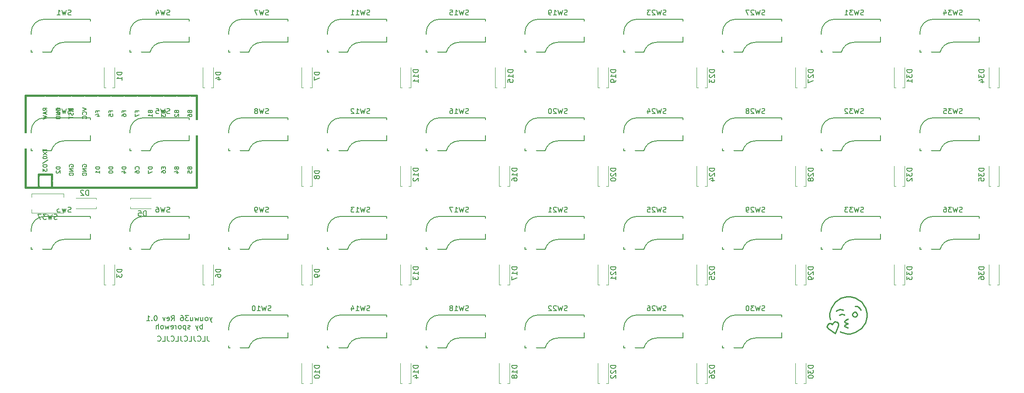
<source format=gbo>
%TF.GenerationSoftware,KiCad,Pcbnew,(5.1.12-1-10_14)*%
%TF.CreationDate,2022-02-07T22:24:56-07:00*%
%TF.ProjectId,youwu36,796f7577-7533-4362-9e6b-696361645f70,rev?*%
%TF.SameCoordinates,Original*%
%TF.FileFunction,Legend,Bot*%
%TF.FilePolarity,Positive*%
%FSLAX46Y46*%
G04 Gerber Fmt 4.6, Leading zero omitted, Abs format (unit mm)*
G04 Created by KiCad (PCBNEW (5.1.12-1-10_14)) date 2022-02-07 22:24:56*
%MOMM*%
%LPD*%
G01*
G04 APERTURE LIST*
%ADD10C,0.225000*%
%ADD11C,0.150000*%
%ADD12C,0.120000*%
%ADD13C,0.381000*%
%ADD14C,2.600000*%
%ADD15C,2.101800*%
%ADD16C,4.387800*%
%ADD17C,3.400000*%
%ADD18C,2.152600*%
G04 APERTURE END LIST*
D10*
X182566325Y-76812145D02*
X182268500Y-76764115D01*
X182837330Y-76944790D02*
X182566325Y-76812145D01*
X182935805Y-77016415D02*
X182884535Y-76983850D01*
X182884535Y-76983850D02*
X182837330Y-76944790D01*
X183286565Y-77495725D02*
X183146585Y-77230435D01*
X183302015Y-77555140D02*
X183286565Y-77495725D01*
X177102470Y-80153620D02*
X177176510Y-80131645D01*
X176842055Y-80404270D02*
X177102470Y-80153620D01*
X176775335Y-80759890D02*
X176842055Y-80404270D01*
X176797280Y-80834770D02*
X176775335Y-80759890D01*
X176806250Y-80863240D02*
X176797280Y-80834770D01*
X176972270Y-81104140D02*
X176806250Y-80863240D01*
X176995865Y-81122035D02*
X176972270Y-81104140D01*
X178332935Y-82073381D02*
X176995865Y-81122035D01*
X178235285Y-79815085D02*
X178235285Y-79815085D01*
X178183205Y-79830535D02*
X178235285Y-79815085D01*
X177972440Y-79983535D02*
X178183205Y-79830535D01*
X177848720Y-80213020D02*
X177972440Y-79983535D01*
X177839765Y-80267545D02*
X177848720Y-80213020D01*
X177839765Y-80271625D02*
X177839765Y-80267545D01*
X177810470Y-80304970D02*
X177839765Y-80271625D01*
X177805595Y-80306605D02*
X177810470Y-80304970D01*
X177801515Y-80307415D02*
X177805595Y-80306605D01*
X177758390Y-80296046D02*
X177801515Y-80307415D01*
X177755135Y-80292775D02*
X177758390Y-80296046D01*
X177718520Y-80252080D02*
X177755135Y-80292775D01*
X177489020Y-80127580D02*
X177718520Y-80252080D01*
X177229430Y-80115370D02*
X177489020Y-80127580D01*
X177176510Y-80131645D02*
X177229430Y-80115370D01*
X183146585Y-77230435D02*
X182935805Y-77016415D01*
X180072035Y-81990370D02*
X179436455Y-81779575D01*
X180688895Y-82085575D02*
X180072035Y-81990370D01*
X180893975Y-82085575D02*
X180688895Y-82085575D01*
X181243910Y-82085575D02*
X180893975Y-82085575D01*
X182292890Y-81802375D02*
X181243910Y-82085575D01*
X183435470Y-81032515D02*
X182292890Y-81802375D01*
X184205330Y-79889935D02*
X183435470Y-81032515D01*
X184487720Y-78840955D02*
X184205330Y-79889935D01*
X184487720Y-78491830D02*
X184487720Y-78840955D01*
X182055260Y-78852355D02*
X182137460Y-78852355D01*
X181806245Y-78714805D02*
X182055260Y-78852355D01*
X181668710Y-78465790D02*
X181806245Y-78714805D01*
X181668710Y-78383605D02*
X181668710Y-78465790D01*
X179436455Y-81779575D02*
X179316830Y-81721810D01*
X180544850Y-74898085D02*
X180893975Y-74898085D01*
X179495870Y-75180475D02*
X180544850Y-74898085D01*
X178353291Y-75950336D02*
X179495870Y-75180475D01*
X177583430Y-77092915D02*
X178353291Y-75950336D01*
X177300230Y-78141895D02*
X177583430Y-77092915D01*
X177300230Y-78491830D02*
X177300230Y-78141895D01*
X177300230Y-78683890D02*
X177300230Y-78491830D01*
X177383225Y-79261690D02*
X177300230Y-78683890D01*
X177398705Y-79329220D02*
X177383225Y-79261690D01*
X179766035Y-77477020D02*
X179875100Y-77538055D01*
X179177660Y-77407045D02*
X179766035Y-77477020D01*
X178629155Y-77633275D02*
X179177660Y-77407045D01*
X178540461Y-77721160D02*
X178629155Y-77633275D01*
X182268500Y-76764115D02*
X182207450Y-76768210D01*
X182292890Y-75180475D02*
X183435470Y-75950336D01*
X181243910Y-74898085D02*
X182292890Y-75180475D01*
X180893975Y-74898085D02*
X181243910Y-74898085D01*
X178926200Y-80554810D02*
X178332935Y-82073381D01*
X178944095Y-80499475D02*
X178926200Y-80554810D01*
X178950620Y-80474245D02*
X178944095Y-80499475D01*
X178946540Y-80219545D02*
X178950620Y-80474245D01*
X178938410Y-80195125D02*
X178946540Y-80219545D01*
X178916436Y-80120246D02*
X178938410Y-80195125D01*
X178665786Y-79859830D02*
X178916436Y-80120246D01*
X178310165Y-79792285D02*
X178665786Y-79859830D01*
X178235285Y-79815085D02*
X178310165Y-79792285D01*
X180710870Y-80902315D02*
X180828875Y-80924290D01*
X180360125Y-80804665D02*
X180710870Y-80902315D01*
X180140390Y-80676895D02*
X180360125Y-80804665D01*
X180111905Y-80549125D02*
X180140390Y-80676895D01*
X180216890Y-80427055D02*
X180111905Y-80549125D01*
X180398375Y-80319625D02*
X180216890Y-80427055D01*
X180599375Y-80234185D02*
X180398375Y-80319625D01*
X180762140Y-80177200D02*
X180599375Y-80234185D01*
X180828875Y-80156876D02*
X180762140Y-80177200D01*
X180828875Y-80156876D02*
X180828875Y-80156876D01*
X180709250Y-80130025D02*
X180828875Y-80156876D01*
X180357680Y-80012830D02*
X180709250Y-80130025D01*
X180135515Y-79864705D02*
X180357680Y-80012830D01*
X180107030Y-79718230D02*
X180135515Y-79864705D01*
X180212825Y-79582330D02*
X180107030Y-79718230D01*
X180395930Y-79464325D02*
X180212825Y-79582330D01*
X180597740Y-79370725D02*
X180395930Y-79464325D01*
X180762140Y-79308895D02*
X180597740Y-79370725D01*
X180828875Y-79286920D02*
X180762140Y-79308895D01*
X180828875Y-79286920D02*
X180828875Y-79286920D01*
X181668710Y-78383605D02*
X181668710Y-78383605D01*
X181668710Y-78300580D02*
X181668710Y-78383605D01*
X181806245Y-78051565D02*
X181668710Y-78300580D01*
X182055260Y-77914855D02*
X181806245Y-78051565D01*
X182137460Y-77914855D02*
X182055260Y-77914855D01*
X182220470Y-77914855D02*
X182137460Y-77914855D01*
X182469500Y-78051565D02*
X182220470Y-77914855D01*
X182606210Y-78300580D02*
X182469500Y-78051565D01*
X182606210Y-78383605D02*
X182606210Y-78300580D01*
X182606210Y-78465790D02*
X182606210Y-78383605D01*
X182469500Y-78714805D02*
X182606210Y-78465790D01*
X182220470Y-78852355D02*
X182469500Y-78714805D01*
X182137460Y-78852355D02*
X182220470Y-78852355D01*
X184487720Y-78141895D02*
X184487720Y-78491830D01*
X184205330Y-77092915D02*
X184487720Y-78141895D01*
X183435470Y-75950336D02*
X184205330Y-77092915D01*
X179575625Y-78325810D02*
X179618750Y-78325000D01*
X179200460Y-78451150D02*
X179575625Y-78325810D01*
X179168705Y-78469855D02*
X179200460Y-78451150D01*
X180075290Y-78428350D02*
X180116795Y-78447085D01*
X179662685Y-78324190D02*
X180075290Y-78428350D01*
X179618750Y-78325000D02*
X179662685Y-78324190D01*
D11*
X56277380Y-81158630D02*
X56277380Y-80158630D01*
X56277380Y-80539583D02*
X56182142Y-80491964D01*
X55991666Y-80491964D01*
X55896428Y-80539583D01*
X55848809Y-80587202D01*
X55801190Y-80682440D01*
X55801190Y-80968154D01*
X55848809Y-81063392D01*
X55896428Y-81111011D01*
X55991666Y-81158630D01*
X56182142Y-81158630D01*
X56277380Y-81111011D01*
X55467857Y-80491964D02*
X55229761Y-81158630D01*
X54991666Y-80491964D02*
X55229761Y-81158630D01*
X55325000Y-81396726D01*
X55372619Y-81444345D01*
X55467857Y-81491964D01*
X53896428Y-81111011D02*
X53801190Y-81158630D01*
X53610714Y-81158630D01*
X53515476Y-81111011D01*
X53467857Y-81015773D01*
X53467857Y-80968154D01*
X53515476Y-80872916D01*
X53610714Y-80825297D01*
X53753571Y-80825297D01*
X53848809Y-80777678D01*
X53896428Y-80682440D01*
X53896428Y-80634821D01*
X53848809Y-80539583D01*
X53753571Y-80491964D01*
X53610714Y-80491964D01*
X53515476Y-80539583D01*
X53039285Y-80491964D02*
X53039285Y-81491964D01*
X53039285Y-80539583D02*
X52944047Y-80491964D01*
X52753571Y-80491964D01*
X52658333Y-80539583D01*
X52610714Y-80587202D01*
X52563095Y-80682440D01*
X52563095Y-80968154D01*
X52610714Y-81063392D01*
X52658333Y-81111011D01*
X52753571Y-81158630D01*
X52944047Y-81158630D01*
X53039285Y-81111011D01*
X51991666Y-81158630D02*
X52086904Y-81111011D01*
X52134523Y-81063392D01*
X52182142Y-80968154D01*
X52182142Y-80682440D01*
X52134523Y-80587202D01*
X52086904Y-80539583D01*
X51991666Y-80491964D01*
X51848809Y-80491964D01*
X51753571Y-80539583D01*
X51705952Y-80587202D01*
X51658333Y-80682440D01*
X51658333Y-80968154D01*
X51705952Y-81063392D01*
X51753571Y-81111011D01*
X51848809Y-81158630D01*
X51991666Y-81158630D01*
X51229761Y-81158630D02*
X51229761Y-80491964D01*
X51229761Y-80682440D02*
X51182142Y-80587202D01*
X51134523Y-80539583D01*
X51039285Y-80491964D01*
X50944047Y-80491964D01*
X50229761Y-81111011D02*
X50325000Y-81158630D01*
X50515476Y-81158630D01*
X50610714Y-81111011D01*
X50658333Y-81015773D01*
X50658333Y-80634821D01*
X50610714Y-80539583D01*
X50515476Y-80491964D01*
X50325000Y-80491964D01*
X50229761Y-80539583D01*
X50182142Y-80634821D01*
X50182142Y-80730059D01*
X50658333Y-80825297D01*
X49848809Y-80491964D02*
X49658333Y-81158630D01*
X49467857Y-80682440D01*
X49277380Y-81158630D01*
X49086904Y-80491964D01*
X48563095Y-81158630D02*
X48658333Y-81111011D01*
X48705952Y-81063392D01*
X48753571Y-80968154D01*
X48753571Y-80682440D01*
X48705952Y-80587202D01*
X48658333Y-80539583D01*
X48563095Y-80491964D01*
X48420238Y-80491964D01*
X48325000Y-80539583D01*
X48277380Y-80587202D01*
X48229761Y-80682440D01*
X48229761Y-80968154D01*
X48277380Y-81063392D01*
X48325000Y-81111011D01*
X48420238Y-81158630D01*
X48563095Y-81158630D01*
X47801190Y-81158630D02*
X47801190Y-80158630D01*
X47372619Y-81158630D02*
X47372619Y-80634821D01*
X47420238Y-80539583D01*
X47515476Y-80491964D01*
X47658333Y-80491964D01*
X47753571Y-80539583D01*
X47801190Y-80587202D01*
X58158333Y-78904464D02*
X57920238Y-79571130D01*
X57682142Y-78904464D02*
X57920238Y-79571130D01*
X58015476Y-79809226D01*
X58063095Y-79856845D01*
X58158333Y-79904464D01*
X57158333Y-79571130D02*
X57253571Y-79523511D01*
X57301190Y-79475892D01*
X57348809Y-79380654D01*
X57348809Y-79094940D01*
X57301190Y-78999702D01*
X57253571Y-78952083D01*
X57158333Y-78904464D01*
X57015476Y-78904464D01*
X56920238Y-78952083D01*
X56872619Y-78999702D01*
X56825000Y-79094940D01*
X56825000Y-79380654D01*
X56872619Y-79475892D01*
X56920238Y-79523511D01*
X57015476Y-79571130D01*
X57158333Y-79571130D01*
X55967857Y-78904464D02*
X55967857Y-79571130D01*
X56396428Y-78904464D02*
X56396428Y-79428273D01*
X56348809Y-79523511D01*
X56253571Y-79571130D01*
X56110714Y-79571130D01*
X56015476Y-79523511D01*
X55967857Y-79475892D01*
X55586904Y-78904464D02*
X55396428Y-79571130D01*
X55205952Y-79094940D01*
X55015476Y-79571130D01*
X54825000Y-78904464D01*
X54015476Y-78904464D02*
X54015476Y-79571130D01*
X54444047Y-78904464D02*
X54444047Y-79428273D01*
X54396428Y-79523511D01*
X54301190Y-79571130D01*
X54158333Y-79571130D01*
X54063095Y-79523511D01*
X54015476Y-79475892D01*
X53634523Y-78571130D02*
X53015476Y-78571130D01*
X53348809Y-78952083D01*
X53205952Y-78952083D01*
X53110714Y-78999702D01*
X53063095Y-79047321D01*
X53015476Y-79142559D01*
X53015476Y-79380654D01*
X53063095Y-79475892D01*
X53110714Y-79523511D01*
X53205952Y-79571130D01*
X53491666Y-79571130D01*
X53586904Y-79523511D01*
X53634523Y-79475892D01*
X52158333Y-78571130D02*
X52348809Y-78571130D01*
X52444047Y-78618750D01*
X52491666Y-78666369D01*
X52586904Y-78809226D01*
X52634523Y-78999702D01*
X52634523Y-79380654D01*
X52586904Y-79475892D01*
X52539285Y-79523511D01*
X52444047Y-79571130D01*
X52253571Y-79571130D01*
X52158333Y-79523511D01*
X52110714Y-79475892D01*
X52063095Y-79380654D01*
X52063095Y-79142559D01*
X52110714Y-79047321D01*
X52158333Y-78999702D01*
X52253571Y-78952083D01*
X52444047Y-78952083D01*
X52539285Y-78999702D01*
X52586904Y-79047321D01*
X52634523Y-79142559D01*
X50301190Y-79571130D02*
X50634523Y-79094940D01*
X50872619Y-79571130D02*
X50872619Y-78571130D01*
X50491666Y-78571130D01*
X50396428Y-78618750D01*
X50348809Y-78666369D01*
X50301190Y-78761607D01*
X50301190Y-78904464D01*
X50348809Y-78999702D01*
X50396428Y-79047321D01*
X50491666Y-79094940D01*
X50872619Y-79094940D01*
X49491666Y-79523511D02*
X49586904Y-79571130D01*
X49777380Y-79571130D01*
X49872619Y-79523511D01*
X49920238Y-79428273D01*
X49920238Y-79047321D01*
X49872619Y-78952083D01*
X49777380Y-78904464D01*
X49586904Y-78904464D01*
X49491666Y-78952083D01*
X49444047Y-79047321D01*
X49444047Y-79142559D01*
X49920238Y-79237797D01*
X49110714Y-78904464D02*
X48872619Y-79571130D01*
X48634523Y-78904464D01*
X47301190Y-78571130D02*
X47205952Y-78571130D01*
X47110714Y-78618750D01*
X47063095Y-78666369D01*
X47015476Y-78761607D01*
X46967857Y-78952083D01*
X46967857Y-79190178D01*
X47015476Y-79380654D01*
X47063095Y-79475892D01*
X47110714Y-79523511D01*
X47205952Y-79571130D01*
X47301190Y-79571130D01*
X47396428Y-79523511D01*
X47444047Y-79475892D01*
X47491666Y-79380654D01*
X47539285Y-79190178D01*
X47539285Y-78952083D01*
X47491666Y-78761607D01*
X47444047Y-78666369D01*
X47396428Y-78618750D01*
X47301190Y-78571130D01*
X46539285Y-79475892D02*
X46491666Y-79523511D01*
X46539285Y-79571130D01*
X46586904Y-79523511D01*
X46539285Y-79475892D01*
X46539285Y-79571130D01*
X45539285Y-79571130D02*
X46110714Y-79571130D01*
X45825000Y-79571130D02*
X45825000Y-78571130D01*
X45920238Y-78713988D01*
X46015476Y-78809226D01*
X46110714Y-78856845D01*
X57237797Y-82539880D02*
X57237797Y-83254166D01*
X57285416Y-83397023D01*
X57380654Y-83492261D01*
X57523511Y-83539880D01*
X57618750Y-83539880D01*
X56285416Y-83539880D02*
X56761607Y-83539880D01*
X56761607Y-82539880D01*
X55380654Y-83444642D02*
X55428273Y-83492261D01*
X55571130Y-83539880D01*
X55666369Y-83539880D01*
X55809226Y-83492261D01*
X55904464Y-83397023D01*
X55952083Y-83301785D01*
X55999702Y-83111309D01*
X55999702Y-82968452D01*
X55952083Y-82777976D01*
X55904464Y-82682738D01*
X55809226Y-82587500D01*
X55666369Y-82539880D01*
X55571130Y-82539880D01*
X55428273Y-82587500D01*
X55380654Y-82635119D01*
X54666369Y-82539880D02*
X54666369Y-83254166D01*
X54713988Y-83397023D01*
X54809226Y-83492261D01*
X54952083Y-83539880D01*
X55047321Y-83539880D01*
X53713988Y-83539880D02*
X54190178Y-83539880D01*
X54190178Y-82539880D01*
X52809226Y-83444642D02*
X52856845Y-83492261D01*
X52999702Y-83539880D01*
X53094940Y-83539880D01*
X53237797Y-83492261D01*
X53333035Y-83397023D01*
X53380654Y-83301785D01*
X53428273Y-83111309D01*
X53428273Y-82968452D01*
X53380654Y-82777976D01*
X53333035Y-82682738D01*
X53237797Y-82587500D01*
X53094940Y-82539880D01*
X52999702Y-82539880D01*
X52856845Y-82587500D01*
X52809226Y-82635119D01*
X52094940Y-82539880D02*
X52094940Y-83254166D01*
X52142559Y-83397023D01*
X52237797Y-83492261D01*
X52380654Y-83539880D01*
X52475892Y-83539880D01*
X51142559Y-83539880D02*
X51618750Y-83539880D01*
X51618750Y-82539880D01*
X50237797Y-83444642D02*
X50285416Y-83492261D01*
X50428273Y-83539880D01*
X50523511Y-83539880D01*
X50666369Y-83492261D01*
X50761607Y-83397023D01*
X50809226Y-83301785D01*
X50856845Y-83111309D01*
X50856845Y-82968452D01*
X50809226Y-82777976D01*
X50761607Y-82682738D01*
X50666369Y-82587500D01*
X50523511Y-82539880D01*
X50428273Y-82539880D01*
X50285416Y-82587500D01*
X50237797Y-82635119D01*
X49523511Y-82539880D02*
X49523511Y-83254166D01*
X49571130Y-83397023D01*
X49666369Y-83492261D01*
X49809226Y-83539880D01*
X49904464Y-83539880D01*
X48571130Y-83539880D02*
X49047321Y-83539880D01*
X49047321Y-82539880D01*
X47666369Y-83444642D02*
X47713988Y-83492261D01*
X47856845Y-83539880D01*
X47952083Y-83539880D01*
X48094940Y-83492261D01*
X48190178Y-83397023D01*
X48237797Y-83301785D01*
X48285416Y-83111309D01*
X48285416Y-82968452D01*
X48237797Y-82777976D01*
X48190178Y-82682738D01*
X48094940Y-82587500D01*
X47952083Y-82539880D01*
X47856845Y-82539880D01*
X47713988Y-82587500D01*
X47666369Y-82635119D01*
%TO.C,SW23*%
X141435838Y-27702710D02*
G75*
G02*
X143900000Y-25778750I2464162J-616040D01*
G01*
X137550000Y-23873750D02*
G75*
G02*
X140090000Y-21333750I2540000J0D01*
G01*
X137550000Y-27302750D02*
X137550000Y-27683750D01*
X148980000Y-24762750D02*
X148980000Y-25778750D01*
X148980000Y-25778750D02*
X143900000Y-25778750D01*
X141435838Y-27683750D02*
X139709000Y-27683750D01*
X137931000Y-27683750D02*
X137550000Y-27683750D01*
X137550000Y-23873750D02*
X137550000Y-24254750D01*
X140090000Y-21333750D02*
X148980000Y-21333750D01*
X148980000Y-21333750D02*
X148980000Y-21714750D01*
%TO.C,SW36*%
X198585838Y-65802710D02*
G75*
G02*
X201050000Y-63878750I2464162J-616040D01*
G01*
X194700000Y-61973750D02*
G75*
G02*
X197240000Y-59433750I2540000J0D01*
G01*
X194700000Y-65402750D02*
X194700000Y-65783750D01*
X206130000Y-62862750D02*
X206130000Y-63878750D01*
X206130000Y-63878750D02*
X201050000Y-63878750D01*
X198585838Y-65783750D02*
X196859000Y-65783750D01*
X195081000Y-65783750D02*
X194700000Y-65783750D01*
X194700000Y-61973750D02*
X194700000Y-62354750D01*
X197240000Y-59433750D02*
X206130000Y-59433750D01*
X206130000Y-59433750D02*
X206130000Y-59814750D01*
%TO.C,SW35*%
X198585838Y-46752710D02*
G75*
G02*
X201050000Y-44828750I2464162J-616040D01*
G01*
X194700000Y-42923750D02*
G75*
G02*
X197240000Y-40383750I2540000J0D01*
G01*
X194700000Y-46352750D02*
X194700000Y-46733750D01*
X206130000Y-43812750D02*
X206130000Y-44828750D01*
X206130000Y-44828750D02*
X201050000Y-44828750D01*
X198585838Y-46733750D02*
X196859000Y-46733750D01*
X195081000Y-46733750D02*
X194700000Y-46733750D01*
X194700000Y-42923750D02*
X194700000Y-43304750D01*
X197240000Y-40383750D02*
X206130000Y-40383750D01*
X206130000Y-40383750D02*
X206130000Y-40764750D01*
%TO.C,SW24*%
X141435838Y-46752710D02*
G75*
G02*
X143900000Y-44828750I2464162J-616040D01*
G01*
X137550000Y-42923750D02*
G75*
G02*
X140090000Y-40383750I2540000J0D01*
G01*
X137550000Y-46352750D02*
X137550000Y-46733750D01*
X148980000Y-43812750D02*
X148980000Y-44828750D01*
X148980000Y-44828750D02*
X143900000Y-44828750D01*
X141435838Y-46733750D02*
X139709000Y-46733750D01*
X137931000Y-46733750D02*
X137550000Y-46733750D01*
X137550000Y-42923750D02*
X137550000Y-43304750D01*
X140090000Y-40383750D02*
X148980000Y-40383750D01*
X148980000Y-40383750D02*
X148980000Y-40764750D01*
%TO.C,SW25*%
X141435838Y-65802710D02*
G75*
G02*
X143900000Y-63878750I2464162J-616040D01*
G01*
X137550000Y-61973750D02*
G75*
G02*
X140090000Y-59433750I2540000J0D01*
G01*
X137550000Y-65402750D02*
X137550000Y-65783750D01*
X148980000Y-62862750D02*
X148980000Y-63878750D01*
X148980000Y-63878750D02*
X143900000Y-63878750D01*
X141435838Y-65783750D02*
X139709000Y-65783750D01*
X137931000Y-65783750D02*
X137550000Y-65783750D01*
X137550000Y-61973750D02*
X137550000Y-62354750D01*
X140090000Y-59433750D02*
X148980000Y-59433750D01*
X148980000Y-59433750D02*
X148980000Y-59814750D01*
%TO.C,SW26*%
X141435838Y-84852710D02*
G75*
G02*
X143900000Y-82928750I2464162J-616040D01*
G01*
X137550000Y-81023750D02*
G75*
G02*
X140090000Y-78483750I2540000J0D01*
G01*
X137550000Y-84452750D02*
X137550000Y-84833750D01*
X148980000Y-81912750D02*
X148980000Y-82928750D01*
X148980000Y-82928750D02*
X143900000Y-82928750D01*
X141435838Y-84833750D02*
X139709000Y-84833750D01*
X137931000Y-84833750D02*
X137550000Y-84833750D01*
X137550000Y-81023750D02*
X137550000Y-81404750D01*
X140090000Y-78483750D02*
X148980000Y-78483750D01*
X148980000Y-78483750D02*
X148980000Y-78864750D01*
%TO.C,SW27*%
X160485838Y-27702710D02*
G75*
G02*
X162950000Y-25778750I2464162J-616040D01*
G01*
X156600000Y-23873750D02*
G75*
G02*
X159140000Y-21333750I2540000J0D01*
G01*
X156600000Y-27302750D02*
X156600000Y-27683750D01*
X168030000Y-24762750D02*
X168030000Y-25778750D01*
X168030000Y-25778750D02*
X162950000Y-25778750D01*
X160485838Y-27683750D02*
X158759000Y-27683750D01*
X156981000Y-27683750D02*
X156600000Y-27683750D01*
X156600000Y-23873750D02*
X156600000Y-24254750D01*
X159140000Y-21333750D02*
X168030000Y-21333750D01*
X168030000Y-21333750D02*
X168030000Y-21714750D01*
%TO.C,SW28*%
X160485838Y-46752710D02*
G75*
G02*
X162950000Y-44828750I2464162J-616040D01*
G01*
X156600000Y-42923750D02*
G75*
G02*
X159140000Y-40383750I2540000J0D01*
G01*
X156600000Y-46352750D02*
X156600000Y-46733750D01*
X168030000Y-43812750D02*
X168030000Y-44828750D01*
X168030000Y-44828750D02*
X162950000Y-44828750D01*
X160485838Y-46733750D02*
X158759000Y-46733750D01*
X156981000Y-46733750D02*
X156600000Y-46733750D01*
X156600000Y-42923750D02*
X156600000Y-43304750D01*
X159140000Y-40383750D02*
X168030000Y-40383750D01*
X168030000Y-40383750D02*
X168030000Y-40764750D01*
%TO.C,SW29*%
X160485838Y-65802710D02*
G75*
G02*
X162950000Y-63878750I2464162J-616040D01*
G01*
X156600000Y-61973750D02*
G75*
G02*
X159140000Y-59433750I2540000J0D01*
G01*
X156600000Y-65402750D02*
X156600000Y-65783750D01*
X168030000Y-62862750D02*
X168030000Y-63878750D01*
X168030000Y-63878750D02*
X162950000Y-63878750D01*
X160485838Y-65783750D02*
X158759000Y-65783750D01*
X156981000Y-65783750D02*
X156600000Y-65783750D01*
X156600000Y-61973750D02*
X156600000Y-62354750D01*
X159140000Y-59433750D02*
X168030000Y-59433750D01*
X168030000Y-59433750D02*
X168030000Y-59814750D01*
%TO.C,SW30*%
X160485838Y-84852710D02*
G75*
G02*
X162950000Y-82928750I2464162J-616040D01*
G01*
X156600000Y-81023750D02*
G75*
G02*
X159140000Y-78483750I2540000J0D01*
G01*
X156600000Y-84452750D02*
X156600000Y-84833750D01*
X168030000Y-81912750D02*
X168030000Y-82928750D01*
X168030000Y-82928750D02*
X162950000Y-82928750D01*
X160485838Y-84833750D02*
X158759000Y-84833750D01*
X156981000Y-84833750D02*
X156600000Y-84833750D01*
X156600000Y-81023750D02*
X156600000Y-81404750D01*
X159140000Y-78483750D02*
X168030000Y-78483750D01*
X168030000Y-78483750D02*
X168030000Y-78864750D01*
%TO.C,SW31*%
X179535838Y-27702710D02*
G75*
G02*
X182000000Y-25778750I2464162J-616040D01*
G01*
X175650000Y-23873750D02*
G75*
G02*
X178190000Y-21333750I2540000J0D01*
G01*
X175650000Y-27302750D02*
X175650000Y-27683750D01*
X187080000Y-24762750D02*
X187080000Y-25778750D01*
X187080000Y-25778750D02*
X182000000Y-25778750D01*
X179535838Y-27683750D02*
X177809000Y-27683750D01*
X176031000Y-27683750D02*
X175650000Y-27683750D01*
X175650000Y-23873750D02*
X175650000Y-24254750D01*
X178190000Y-21333750D02*
X187080000Y-21333750D01*
X187080000Y-21333750D02*
X187080000Y-21714750D01*
%TO.C,SW32*%
X179535838Y-46752710D02*
G75*
G02*
X182000000Y-44828750I2464162J-616040D01*
G01*
X175650000Y-42923750D02*
G75*
G02*
X178190000Y-40383750I2540000J0D01*
G01*
X175650000Y-46352750D02*
X175650000Y-46733750D01*
X187080000Y-43812750D02*
X187080000Y-44828750D01*
X187080000Y-44828750D02*
X182000000Y-44828750D01*
X179535838Y-46733750D02*
X177809000Y-46733750D01*
X176031000Y-46733750D02*
X175650000Y-46733750D01*
X175650000Y-42923750D02*
X175650000Y-43304750D01*
X178190000Y-40383750D02*
X187080000Y-40383750D01*
X187080000Y-40383750D02*
X187080000Y-40764750D01*
%TO.C,SW33*%
X179535838Y-65802710D02*
G75*
G02*
X182000000Y-63878750I2464162J-616040D01*
G01*
X175650000Y-61973750D02*
G75*
G02*
X178190000Y-59433750I2540000J0D01*
G01*
X175650000Y-65402750D02*
X175650000Y-65783750D01*
X187080000Y-62862750D02*
X187080000Y-63878750D01*
X187080000Y-63878750D02*
X182000000Y-63878750D01*
X179535838Y-65783750D02*
X177809000Y-65783750D01*
X176031000Y-65783750D02*
X175650000Y-65783750D01*
X175650000Y-61973750D02*
X175650000Y-62354750D01*
X178190000Y-59433750D02*
X187080000Y-59433750D01*
X187080000Y-59433750D02*
X187080000Y-59814750D01*
%TO.C,SW34*%
X198585838Y-27702710D02*
G75*
G02*
X201050000Y-25778750I2464162J-616040D01*
G01*
X194700000Y-23873750D02*
G75*
G02*
X197240000Y-21333750I2540000J0D01*
G01*
X194700000Y-27302750D02*
X194700000Y-27683750D01*
X206130000Y-24762750D02*
X206130000Y-25778750D01*
X206130000Y-25778750D02*
X201050000Y-25778750D01*
X198585838Y-27683750D02*
X196859000Y-27683750D01*
X195081000Y-27683750D02*
X194700000Y-27683750D01*
X194700000Y-23873750D02*
X194700000Y-24254750D01*
X197240000Y-21333750D02*
X206130000Y-21333750D01*
X206130000Y-21333750D02*
X206130000Y-21714750D01*
%TO.C,SW22*%
X122385838Y-84852710D02*
G75*
G02*
X124850000Y-82928750I2464162J-616040D01*
G01*
X118500000Y-81023750D02*
G75*
G02*
X121040000Y-78483750I2540000J0D01*
G01*
X118500000Y-84452750D02*
X118500000Y-84833750D01*
X129930000Y-81912750D02*
X129930000Y-82928750D01*
X129930000Y-82928750D02*
X124850000Y-82928750D01*
X122385838Y-84833750D02*
X120659000Y-84833750D01*
X118881000Y-84833750D02*
X118500000Y-84833750D01*
X118500000Y-81023750D02*
X118500000Y-81404750D01*
X121040000Y-78483750D02*
X129930000Y-78483750D01*
X129930000Y-78483750D02*
X129930000Y-78864750D01*
%TO.C,SW18*%
X103335838Y-84852710D02*
G75*
G02*
X105800000Y-82928750I2464162J-616040D01*
G01*
X99450000Y-81023750D02*
G75*
G02*
X101990000Y-78483750I2540000J0D01*
G01*
X99450000Y-84452750D02*
X99450000Y-84833750D01*
X110880000Y-81912750D02*
X110880000Y-82928750D01*
X110880000Y-82928750D02*
X105800000Y-82928750D01*
X103335838Y-84833750D02*
X101609000Y-84833750D01*
X99831000Y-84833750D02*
X99450000Y-84833750D01*
X99450000Y-81023750D02*
X99450000Y-81404750D01*
X101990000Y-78483750D02*
X110880000Y-78483750D01*
X110880000Y-78483750D02*
X110880000Y-78864750D01*
%TO.C,SW15*%
X103335838Y-27702710D02*
G75*
G02*
X105800000Y-25778750I2464162J-616040D01*
G01*
X99450000Y-23873750D02*
G75*
G02*
X101990000Y-21333750I2540000J0D01*
G01*
X99450000Y-27302750D02*
X99450000Y-27683750D01*
X110880000Y-24762750D02*
X110880000Y-25778750D01*
X110880000Y-25778750D02*
X105800000Y-25778750D01*
X103335838Y-27683750D02*
X101609000Y-27683750D01*
X99831000Y-27683750D02*
X99450000Y-27683750D01*
X99450000Y-23873750D02*
X99450000Y-24254750D01*
X101990000Y-21333750D02*
X110880000Y-21333750D01*
X110880000Y-21333750D02*
X110880000Y-21714750D01*
%TO.C,SW13*%
X84285838Y-65802710D02*
G75*
G02*
X86750000Y-63878750I2464162J-616040D01*
G01*
X80400000Y-61973750D02*
G75*
G02*
X82940000Y-59433750I2540000J0D01*
G01*
X80400000Y-65402750D02*
X80400000Y-65783750D01*
X91830000Y-62862750D02*
X91830000Y-63878750D01*
X91830000Y-63878750D02*
X86750000Y-63878750D01*
X84285838Y-65783750D02*
X82559000Y-65783750D01*
X80781000Y-65783750D02*
X80400000Y-65783750D01*
X80400000Y-61973750D02*
X80400000Y-62354750D01*
X82940000Y-59433750D02*
X91830000Y-59433750D01*
X91830000Y-59433750D02*
X91830000Y-59814750D01*
%TO.C,SW11*%
X84285838Y-27702710D02*
G75*
G02*
X86750000Y-25778750I2464162J-616040D01*
G01*
X80400000Y-23873750D02*
G75*
G02*
X82940000Y-21333750I2540000J0D01*
G01*
X80400000Y-27302750D02*
X80400000Y-27683750D01*
X91830000Y-24762750D02*
X91830000Y-25778750D01*
X91830000Y-25778750D02*
X86750000Y-25778750D01*
X84285838Y-27683750D02*
X82559000Y-27683750D01*
X80781000Y-27683750D02*
X80400000Y-27683750D01*
X80400000Y-23873750D02*
X80400000Y-24254750D01*
X82940000Y-21333750D02*
X91830000Y-21333750D01*
X91830000Y-21333750D02*
X91830000Y-21714750D01*
%TO.C,SW14*%
X84285838Y-84852710D02*
G75*
G02*
X86750000Y-82928750I2464162J-616040D01*
G01*
X80400000Y-81023750D02*
G75*
G02*
X82940000Y-78483750I2540000J0D01*
G01*
X80400000Y-84452750D02*
X80400000Y-84833750D01*
X91830000Y-81912750D02*
X91830000Y-82928750D01*
X91830000Y-82928750D02*
X86750000Y-82928750D01*
X84285838Y-84833750D02*
X82559000Y-84833750D01*
X80781000Y-84833750D02*
X80400000Y-84833750D01*
X80400000Y-81023750D02*
X80400000Y-81404750D01*
X82940000Y-78483750D02*
X91830000Y-78483750D01*
X91830000Y-78483750D02*
X91830000Y-78864750D01*
%TO.C,SW17*%
X103335838Y-65802710D02*
G75*
G02*
X105800000Y-63878750I2464162J-616040D01*
G01*
X99450000Y-61973750D02*
G75*
G02*
X101990000Y-59433750I2540000J0D01*
G01*
X99450000Y-65402750D02*
X99450000Y-65783750D01*
X110880000Y-62862750D02*
X110880000Y-63878750D01*
X110880000Y-63878750D02*
X105800000Y-63878750D01*
X103335838Y-65783750D02*
X101609000Y-65783750D01*
X99831000Y-65783750D02*
X99450000Y-65783750D01*
X99450000Y-61973750D02*
X99450000Y-62354750D01*
X101990000Y-59433750D02*
X110880000Y-59433750D01*
X110880000Y-59433750D02*
X110880000Y-59814750D01*
%TO.C,SW12*%
X84285838Y-46752710D02*
G75*
G02*
X86750000Y-44828750I2464162J-616040D01*
G01*
X80400000Y-42923750D02*
G75*
G02*
X82940000Y-40383750I2540000J0D01*
G01*
X80400000Y-46352750D02*
X80400000Y-46733750D01*
X91830000Y-43812750D02*
X91830000Y-44828750D01*
X91830000Y-44828750D02*
X86750000Y-44828750D01*
X84285838Y-46733750D02*
X82559000Y-46733750D01*
X80781000Y-46733750D02*
X80400000Y-46733750D01*
X80400000Y-42923750D02*
X80400000Y-43304750D01*
X82940000Y-40383750D02*
X91830000Y-40383750D01*
X91830000Y-40383750D02*
X91830000Y-40764750D01*
%TO.C,SW16*%
X103335838Y-46752710D02*
G75*
G02*
X105800000Y-44828750I2464162J-616040D01*
G01*
X99450000Y-42923750D02*
G75*
G02*
X101990000Y-40383750I2540000J0D01*
G01*
X99450000Y-46352750D02*
X99450000Y-46733750D01*
X110880000Y-43812750D02*
X110880000Y-44828750D01*
X110880000Y-44828750D02*
X105800000Y-44828750D01*
X103335838Y-46733750D02*
X101609000Y-46733750D01*
X99831000Y-46733750D02*
X99450000Y-46733750D01*
X99450000Y-42923750D02*
X99450000Y-43304750D01*
X101990000Y-40383750D02*
X110880000Y-40383750D01*
X110880000Y-40383750D02*
X110880000Y-40764750D01*
%TO.C,SW19*%
X122385838Y-27702710D02*
G75*
G02*
X124850000Y-25778750I2464162J-616040D01*
G01*
X118500000Y-23873750D02*
G75*
G02*
X121040000Y-21333750I2540000J0D01*
G01*
X118500000Y-27302750D02*
X118500000Y-27683750D01*
X129930000Y-24762750D02*
X129930000Y-25778750D01*
X129930000Y-25778750D02*
X124850000Y-25778750D01*
X122385838Y-27683750D02*
X120659000Y-27683750D01*
X118881000Y-27683750D02*
X118500000Y-27683750D01*
X118500000Y-23873750D02*
X118500000Y-24254750D01*
X121040000Y-21333750D02*
X129930000Y-21333750D01*
X129930000Y-21333750D02*
X129930000Y-21714750D01*
%TO.C,SW20*%
X122385838Y-46752710D02*
G75*
G02*
X124850000Y-44828750I2464162J-616040D01*
G01*
X118500000Y-42923750D02*
G75*
G02*
X121040000Y-40383750I2540000J0D01*
G01*
X118500000Y-46352750D02*
X118500000Y-46733750D01*
X129930000Y-43812750D02*
X129930000Y-44828750D01*
X129930000Y-44828750D02*
X124850000Y-44828750D01*
X122385838Y-46733750D02*
X120659000Y-46733750D01*
X118881000Y-46733750D02*
X118500000Y-46733750D01*
X118500000Y-42923750D02*
X118500000Y-43304750D01*
X121040000Y-40383750D02*
X129930000Y-40383750D01*
X129930000Y-40383750D02*
X129930000Y-40764750D01*
%TO.C,SW21*%
X122385838Y-65802710D02*
G75*
G02*
X124850000Y-63878750I2464162J-616040D01*
G01*
X118500000Y-61973750D02*
G75*
G02*
X121040000Y-59433750I2540000J0D01*
G01*
X118500000Y-65402750D02*
X118500000Y-65783750D01*
X129930000Y-62862750D02*
X129930000Y-63878750D01*
X129930000Y-63878750D02*
X124850000Y-63878750D01*
X122385838Y-65783750D02*
X120659000Y-65783750D01*
X118881000Y-65783750D02*
X118500000Y-65783750D01*
X118500000Y-61973750D02*
X118500000Y-62354750D01*
X121040000Y-59433750D02*
X129930000Y-59433750D01*
X129930000Y-59433750D02*
X129930000Y-59814750D01*
D12*
%TO.C,SW37*%
X29525000Y-58743750D02*
X29525000Y-58093750D01*
X29525000Y-55043750D02*
X29525000Y-55693750D01*
X23325000Y-55693750D02*
X23325000Y-55043750D01*
X23325000Y-58743750D02*
X23325000Y-58093750D01*
X29525000Y-58743750D02*
X23325000Y-58743750D01*
X23325000Y-55043750D02*
X29525000Y-55043750D01*
%TO.C,D36*%
X209987500Y-72637500D02*
X207987500Y-72637500D01*
X207987500Y-72637500D02*
X207987500Y-68737500D01*
X209987500Y-72637500D02*
X209987500Y-68737500D01*
%TO.C,D35*%
X209987500Y-53587500D02*
X207987500Y-53587500D01*
X207987500Y-53587500D02*
X207987500Y-49687500D01*
X209987500Y-53587500D02*
X209987500Y-49687500D01*
%TO.C,D34*%
X209987500Y-34537500D02*
X207987500Y-34537500D01*
X207987500Y-34537500D02*
X207987500Y-30637500D01*
X209987500Y-34537500D02*
X209987500Y-30637500D01*
%TO.C,D33*%
X191731250Y-72637500D02*
X189731250Y-72637500D01*
X189731250Y-72637500D02*
X189731250Y-68737500D01*
X191731250Y-72637500D02*
X191731250Y-68737500D01*
%TO.C,D32*%
X191731250Y-53587500D02*
X189731250Y-53587500D01*
X189731250Y-53587500D02*
X189731250Y-49687500D01*
X191731250Y-53587500D02*
X191731250Y-49687500D01*
%TO.C,D31*%
X191731250Y-34537500D02*
X189731250Y-34537500D01*
X189731250Y-34537500D02*
X189731250Y-30637500D01*
X191731250Y-34537500D02*
X191731250Y-30637500D01*
%TO.C,D30*%
X172681250Y-91687500D02*
X170681250Y-91687500D01*
X170681250Y-91687500D02*
X170681250Y-87787500D01*
X172681250Y-91687500D02*
X172681250Y-87787500D01*
%TO.C,D29*%
X172681250Y-72637500D02*
X170681250Y-72637500D01*
X170681250Y-72637500D02*
X170681250Y-68737500D01*
X172681250Y-72637500D02*
X172681250Y-68737500D01*
%TO.C,D28*%
X172681250Y-53587500D02*
X170681250Y-53587500D01*
X170681250Y-53587500D02*
X170681250Y-49687500D01*
X172681250Y-53587500D02*
X172681250Y-49687500D01*
%TO.C,D27*%
X172681250Y-34537500D02*
X170681250Y-34537500D01*
X170681250Y-34537500D02*
X170681250Y-30637500D01*
X172681250Y-34537500D02*
X172681250Y-30637500D01*
%TO.C,D26*%
X153631250Y-91687500D02*
X151631250Y-91687500D01*
X151631250Y-91687500D02*
X151631250Y-87787500D01*
X153631250Y-91687500D02*
X153631250Y-87787500D01*
%TO.C,D25*%
X153631250Y-72637500D02*
X151631250Y-72637500D01*
X151631250Y-72637500D02*
X151631250Y-68737500D01*
X153631250Y-72637500D02*
X153631250Y-68737500D01*
%TO.C,D24*%
X153631250Y-53587500D02*
X151631250Y-53587500D01*
X151631250Y-53587500D02*
X151631250Y-49687500D01*
X153631250Y-53587500D02*
X153631250Y-49687500D01*
%TO.C,D23*%
X153631250Y-34537500D02*
X151631250Y-34537500D01*
X151631250Y-34537500D02*
X151631250Y-30637500D01*
X153631250Y-34537500D02*
X153631250Y-30637500D01*
%TO.C,D22*%
X134581250Y-91687500D02*
X132581250Y-91687500D01*
X132581250Y-91687500D02*
X132581250Y-87787500D01*
X134581250Y-91687500D02*
X134581250Y-87787500D01*
%TO.C,D21*%
X134581250Y-72637500D02*
X132581250Y-72637500D01*
X132581250Y-72637500D02*
X132581250Y-68737500D01*
X134581250Y-72637500D02*
X134581250Y-68737500D01*
%TO.C,D20*%
X134581250Y-53587500D02*
X132581250Y-53587500D01*
X132581250Y-53587500D02*
X132581250Y-49687500D01*
X134581250Y-53587500D02*
X134581250Y-49687500D01*
%TO.C,D19*%
X134581250Y-34537500D02*
X132581250Y-34537500D01*
X132581250Y-34537500D02*
X132581250Y-30637500D01*
X134581250Y-34537500D02*
X134581250Y-30637500D01*
%TO.C,D18*%
X115531250Y-91687500D02*
X113531250Y-91687500D01*
X113531250Y-91687500D02*
X113531250Y-87787500D01*
X115531250Y-91687500D02*
X115531250Y-87787500D01*
%TO.C,D17*%
X115531250Y-72637500D02*
X113531250Y-72637500D01*
X113531250Y-72637500D02*
X113531250Y-68737500D01*
X115531250Y-72637500D02*
X115531250Y-68737500D01*
%TO.C,D16*%
X115531250Y-53587500D02*
X113531250Y-53587500D01*
X113531250Y-53587500D02*
X113531250Y-49687500D01*
X115531250Y-53587500D02*
X115531250Y-49687500D01*
%TO.C,D15*%
X114737500Y-34537500D02*
X112737500Y-34537500D01*
X112737500Y-34537500D02*
X112737500Y-30637500D01*
X114737500Y-34537500D02*
X114737500Y-30637500D01*
%TO.C,D14*%
X96481250Y-91687500D02*
X94481250Y-91687500D01*
X94481250Y-91687500D02*
X94481250Y-87787500D01*
X96481250Y-91687500D02*
X96481250Y-87787500D01*
%TO.C,D13*%
X96481250Y-72637500D02*
X94481250Y-72637500D01*
X94481250Y-72637500D02*
X94481250Y-68737500D01*
X96481250Y-72637500D02*
X96481250Y-68737500D01*
%TO.C,D12*%
X96481250Y-53587500D02*
X94481250Y-53587500D01*
X94481250Y-53587500D02*
X94481250Y-49687500D01*
X96481250Y-53587500D02*
X96481250Y-49687500D01*
%TO.C,D11*%
X96481250Y-34537500D02*
X94481250Y-34537500D01*
X94481250Y-34537500D02*
X94481250Y-30637500D01*
X96481250Y-34537500D02*
X96481250Y-30637500D01*
%TO.C,D10*%
X77431250Y-91687500D02*
X75431250Y-91687500D01*
X75431250Y-91687500D02*
X75431250Y-87787500D01*
X77431250Y-91687500D02*
X77431250Y-87787500D01*
%TO.C,D9*%
X77431250Y-72637500D02*
X75431250Y-72637500D01*
X75431250Y-72637500D02*
X75431250Y-68737500D01*
X77431250Y-72637500D02*
X77431250Y-68737500D01*
%TO.C,D8*%
X77431250Y-53587500D02*
X75431250Y-53587500D01*
X75431250Y-53587500D02*
X75431250Y-49687500D01*
X77431250Y-53587500D02*
X77431250Y-49687500D01*
%TO.C,D7*%
X77431250Y-34537500D02*
X75431250Y-34537500D01*
X75431250Y-34537500D02*
X75431250Y-30637500D01*
X77431250Y-34537500D02*
X77431250Y-30637500D01*
%TO.C,D6*%
X58381250Y-72637500D02*
X56381250Y-72637500D01*
X56381250Y-72637500D02*
X56381250Y-68737500D01*
X58381250Y-72637500D02*
X58381250Y-68737500D01*
%TO.C,D5*%
X42431250Y-57893750D02*
X42431250Y-55893750D01*
X42431250Y-55893750D02*
X46331250Y-55893750D01*
X42431250Y-57893750D02*
X46331250Y-57893750D01*
%TO.C,D4*%
X58381250Y-34537500D02*
X56381250Y-34537500D01*
X56381250Y-34537500D02*
X56381250Y-30637500D01*
X58381250Y-34537500D02*
X58381250Y-30637500D01*
%TO.C,D3*%
X39331250Y-72637500D02*
X37331250Y-72637500D01*
X37331250Y-72637500D02*
X37331250Y-68737500D01*
X39331250Y-72637500D02*
X39331250Y-68737500D01*
%TO.C,D2*%
X35818750Y-55893750D02*
X35818750Y-57893750D01*
X35818750Y-57893750D02*
X31918750Y-57893750D01*
X35818750Y-55893750D02*
X31918750Y-55893750D01*
%TO.C,D1*%
X39331250Y-34537500D02*
X37331250Y-34537500D01*
X37331250Y-34537500D02*
X37331250Y-30637500D01*
X39331250Y-34537500D02*
X39331250Y-30637500D01*
D13*
%TO.C,U1*%
X27218750Y-51337500D02*
X27218750Y-53877500D01*
X24678750Y-51337500D02*
X27218750Y-51337500D01*
D11*
G36*
X30967780Y-38942865D02*
G01*
X31067780Y-38942865D01*
X31067780Y-38842865D01*
X30967780Y-38842865D01*
X30967780Y-38942865D01*
G37*
X30967780Y-38942865D02*
X31067780Y-38942865D01*
X31067780Y-38842865D01*
X30967780Y-38842865D01*
X30967780Y-38942865D01*
G36*
X30567780Y-38742865D02*
G01*
X31367780Y-38742865D01*
X31367780Y-38642865D01*
X30567780Y-38642865D01*
X30567780Y-38742865D01*
G37*
X30567780Y-38742865D02*
X31367780Y-38742865D01*
X31367780Y-38642865D01*
X30567780Y-38642865D01*
X30567780Y-38742865D01*
G36*
X31167780Y-39142865D02*
G01*
X31367780Y-39142865D01*
X31367780Y-39042865D01*
X31167780Y-39042865D01*
X31167780Y-39142865D01*
G37*
X31167780Y-39142865D02*
X31367780Y-39142865D01*
X31367780Y-39042865D01*
X31167780Y-39042865D01*
X31167780Y-39142865D01*
G36*
X30567780Y-39142865D02*
G01*
X30867780Y-39142865D01*
X30867780Y-39042865D01*
X30567780Y-39042865D01*
X30567780Y-39142865D01*
G37*
X30567780Y-39142865D02*
X30867780Y-39142865D01*
X30867780Y-39042865D01*
X30567780Y-39042865D01*
X30567780Y-39142865D01*
G36*
X30567780Y-39142865D02*
G01*
X30667780Y-39142865D01*
X30667780Y-38642865D01*
X30567780Y-38642865D01*
X30567780Y-39142865D01*
G37*
X30567780Y-39142865D02*
X30667780Y-39142865D01*
X30667780Y-38642865D01*
X30567780Y-38642865D01*
X30567780Y-39142865D01*
D13*
X55158750Y-36097500D02*
X22138750Y-36097500D01*
X55158750Y-53877500D02*
X55158750Y-36097500D01*
X22138750Y-53877500D02*
X55158750Y-53877500D01*
X22138750Y-36097500D02*
X22138750Y-53877500D01*
X24678750Y-51337500D02*
X24678750Y-53877500D01*
D11*
%TO.C,SW10*%
X65235838Y-84852710D02*
G75*
G02*
X67700000Y-82928750I2464162J-616040D01*
G01*
X61350000Y-81023750D02*
G75*
G02*
X63890000Y-78483750I2540000J0D01*
G01*
X61350000Y-84452750D02*
X61350000Y-84833750D01*
X72780000Y-81912750D02*
X72780000Y-82928750D01*
X72780000Y-82928750D02*
X67700000Y-82928750D01*
X65235838Y-84833750D02*
X63509000Y-84833750D01*
X61731000Y-84833750D02*
X61350000Y-84833750D01*
X61350000Y-81023750D02*
X61350000Y-81404750D01*
X63890000Y-78483750D02*
X72780000Y-78483750D01*
X72780000Y-78483750D02*
X72780000Y-78864750D01*
%TO.C,SW9*%
X65235838Y-65802710D02*
G75*
G02*
X67700000Y-63878750I2464162J-616040D01*
G01*
X61350000Y-61973750D02*
G75*
G02*
X63890000Y-59433750I2540000J0D01*
G01*
X61350000Y-65402750D02*
X61350000Y-65783750D01*
X72780000Y-62862750D02*
X72780000Y-63878750D01*
X72780000Y-63878750D02*
X67700000Y-63878750D01*
X65235838Y-65783750D02*
X63509000Y-65783750D01*
X61731000Y-65783750D02*
X61350000Y-65783750D01*
X61350000Y-61973750D02*
X61350000Y-62354750D01*
X63890000Y-59433750D02*
X72780000Y-59433750D01*
X72780000Y-59433750D02*
X72780000Y-59814750D01*
%TO.C,SW8*%
X65235838Y-46752710D02*
G75*
G02*
X67700000Y-44828750I2464162J-616040D01*
G01*
X61350000Y-42923750D02*
G75*
G02*
X63890000Y-40383750I2540000J0D01*
G01*
X61350000Y-46352750D02*
X61350000Y-46733750D01*
X72780000Y-43812750D02*
X72780000Y-44828750D01*
X72780000Y-44828750D02*
X67700000Y-44828750D01*
X65235838Y-46733750D02*
X63509000Y-46733750D01*
X61731000Y-46733750D02*
X61350000Y-46733750D01*
X61350000Y-42923750D02*
X61350000Y-43304750D01*
X63890000Y-40383750D02*
X72780000Y-40383750D01*
X72780000Y-40383750D02*
X72780000Y-40764750D01*
%TO.C,SW7*%
X65235838Y-27702710D02*
G75*
G02*
X67700000Y-25778750I2464162J-616040D01*
G01*
X61350000Y-23873750D02*
G75*
G02*
X63890000Y-21333750I2540000J0D01*
G01*
X61350000Y-27302750D02*
X61350000Y-27683750D01*
X72780000Y-24762750D02*
X72780000Y-25778750D01*
X72780000Y-25778750D02*
X67700000Y-25778750D01*
X65235838Y-27683750D02*
X63509000Y-27683750D01*
X61731000Y-27683750D02*
X61350000Y-27683750D01*
X61350000Y-23873750D02*
X61350000Y-24254750D01*
X63890000Y-21333750D02*
X72780000Y-21333750D01*
X72780000Y-21333750D02*
X72780000Y-21714750D01*
%TO.C,SW6*%
X46185838Y-65802710D02*
G75*
G02*
X48650000Y-63878750I2464162J-616040D01*
G01*
X42300000Y-61973750D02*
G75*
G02*
X44840000Y-59433750I2540000J0D01*
G01*
X42300000Y-65402750D02*
X42300000Y-65783750D01*
X53730000Y-62862750D02*
X53730000Y-63878750D01*
X53730000Y-63878750D02*
X48650000Y-63878750D01*
X46185838Y-65783750D02*
X44459000Y-65783750D01*
X42681000Y-65783750D02*
X42300000Y-65783750D01*
X42300000Y-61973750D02*
X42300000Y-62354750D01*
X44840000Y-59433750D02*
X53730000Y-59433750D01*
X53730000Y-59433750D02*
X53730000Y-59814750D01*
%TO.C,SW5*%
X46185838Y-46752710D02*
G75*
G02*
X48650000Y-44828750I2464162J-616040D01*
G01*
X42300000Y-42923750D02*
G75*
G02*
X44840000Y-40383750I2540000J0D01*
G01*
X42300000Y-46352750D02*
X42300000Y-46733750D01*
X53730000Y-43812750D02*
X53730000Y-44828750D01*
X53730000Y-44828750D02*
X48650000Y-44828750D01*
X46185838Y-46733750D02*
X44459000Y-46733750D01*
X42681000Y-46733750D02*
X42300000Y-46733750D01*
X42300000Y-42923750D02*
X42300000Y-43304750D01*
X44840000Y-40383750D02*
X53730000Y-40383750D01*
X53730000Y-40383750D02*
X53730000Y-40764750D01*
%TO.C,SW4*%
X46185838Y-27702710D02*
G75*
G02*
X48650000Y-25778750I2464162J-616040D01*
G01*
X42300000Y-23873750D02*
G75*
G02*
X44840000Y-21333750I2540000J0D01*
G01*
X42300000Y-27302750D02*
X42300000Y-27683750D01*
X53730000Y-24762750D02*
X53730000Y-25778750D01*
X53730000Y-25778750D02*
X48650000Y-25778750D01*
X46185838Y-27683750D02*
X44459000Y-27683750D01*
X42681000Y-27683750D02*
X42300000Y-27683750D01*
X42300000Y-23873750D02*
X42300000Y-24254750D01*
X44840000Y-21333750D02*
X53730000Y-21333750D01*
X53730000Y-21333750D02*
X53730000Y-21714750D01*
%TO.C,SW3*%
X27135838Y-65802710D02*
G75*
G02*
X29600000Y-63878750I2464162J-616040D01*
G01*
X23250000Y-61973750D02*
G75*
G02*
X25790000Y-59433750I2540000J0D01*
G01*
X23250000Y-65402750D02*
X23250000Y-65783750D01*
X34680000Y-62862750D02*
X34680000Y-63878750D01*
X34680000Y-63878750D02*
X29600000Y-63878750D01*
X27135838Y-65783750D02*
X25409000Y-65783750D01*
X23631000Y-65783750D02*
X23250000Y-65783750D01*
X23250000Y-61973750D02*
X23250000Y-62354750D01*
X25790000Y-59433750D02*
X34680000Y-59433750D01*
X34680000Y-59433750D02*
X34680000Y-59814750D01*
%TO.C,SW2*%
X27135838Y-46752710D02*
G75*
G02*
X29600000Y-44828750I2464162J-616040D01*
G01*
X23250000Y-42923750D02*
G75*
G02*
X25790000Y-40383750I2540000J0D01*
G01*
X23250000Y-46352750D02*
X23250000Y-46733750D01*
X34680000Y-43812750D02*
X34680000Y-44828750D01*
X34680000Y-44828750D02*
X29600000Y-44828750D01*
X27135838Y-46733750D02*
X25409000Y-46733750D01*
X23631000Y-46733750D02*
X23250000Y-46733750D01*
X23250000Y-42923750D02*
X23250000Y-43304750D01*
X25790000Y-40383750D02*
X34680000Y-40383750D01*
X34680000Y-40383750D02*
X34680000Y-40764750D01*
%TO.C,SW1*%
X27135838Y-27702710D02*
G75*
G02*
X29600000Y-25778750I2464162J-616040D01*
G01*
X23250000Y-23873750D02*
G75*
G02*
X25790000Y-21333750I2540000J0D01*
G01*
X23250000Y-27302750D02*
X23250000Y-27683750D01*
X34680000Y-24762750D02*
X34680000Y-25778750D01*
X34680000Y-25778750D02*
X29600000Y-25778750D01*
X27135838Y-27683750D02*
X25409000Y-27683750D01*
X23631000Y-27683750D02*
X23250000Y-27683750D01*
X23250000Y-23873750D02*
X23250000Y-24254750D01*
X25790000Y-21333750D02*
X34680000Y-21333750D01*
X34680000Y-21333750D02*
X34680000Y-21714750D01*
%TO.C,SW23*%
X145709523Y-20468511D02*
X145566666Y-20516130D01*
X145328571Y-20516130D01*
X145233333Y-20468511D01*
X145185714Y-20420892D01*
X145138095Y-20325654D01*
X145138095Y-20230416D01*
X145185714Y-20135178D01*
X145233333Y-20087559D01*
X145328571Y-20039940D01*
X145519047Y-19992321D01*
X145614285Y-19944702D01*
X145661904Y-19897083D01*
X145709523Y-19801845D01*
X145709523Y-19706607D01*
X145661904Y-19611369D01*
X145614285Y-19563750D01*
X145519047Y-19516130D01*
X145280952Y-19516130D01*
X145138095Y-19563750D01*
X144804761Y-19516130D02*
X144566666Y-20516130D01*
X144376190Y-19801845D01*
X144185714Y-20516130D01*
X143947619Y-19516130D01*
X143614285Y-19611369D02*
X143566666Y-19563750D01*
X143471428Y-19516130D01*
X143233333Y-19516130D01*
X143138095Y-19563750D01*
X143090476Y-19611369D01*
X143042857Y-19706607D01*
X143042857Y-19801845D01*
X143090476Y-19944702D01*
X143661904Y-20516130D01*
X143042857Y-20516130D01*
X142709523Y-19516130D02*
X142090476Y-19516130D01*
X142423809Y-19897083D01*
X142280952Y-19897083D01*
X142185714Y-19944702D01*
X142138095Y-19992321D01*
X142090476Y-20087559D01*
X142090476Y-20325654D01*
X142138095Y-20420892D01*
X142185714Y-20468511D01*
X142280952Y-20516130D01*
X142566666Y-20516130D01*
X142661904Y-20468511D01*
X142709523Y-20420892D01*
%TO.C,SW36*%
X202859523Y-58568511D02*
X202716666Y-58616130D01*
X202478571Y-58616130D01*
X202383333Y-58568511D01*
X202335714Y-58520892D01*
X202288095Y-58425654D01*
X202288095Y-58330416D01*
X202335714Y-58235178D01*
X202383333Y-58187559D01*
X202478571Y-58139940D01*
X202669047Y-58092321D01*
X202764285Y-58044702D01*
X202811904Y-57997083D01*
X202859523Y-57901845D01*
X202859523Y-57806607D01*
X202811904Y-57711369D01*
X202764285Y-57663750D01*
X202669047Y-57616130D01*
X202430952Y-57616130D01*
X202288095Y-57663750D01*
X201954761Y-57616130D02*
X201716666Y-58616130D01*
X201526190Y-57901845D01*
X201335714Y-58616130D01*
X201097619Y-57616130D01*
X200811904Y-57616130D02*
X200192857Y-57616130D01*
X200526190Y-57997083D01*
X200383333Y-57997083D01*
X200288095Y-58044702D01*
X200240476Y-58092321D01*
X200192857Y-58187559D01*
X200192857Y-58425654D01*
X200240476Y-58520892D01*
X200288095Y-58568511D01*
X200383333Y-58616130D01*
X200669047Y-58616130D01*
X200764285Y-58568511D01*
X200811904Y-58520892D01*
X199335714Y-57616130D02*
X199526190Y-57616130D01*
X199621428Y-57663750D01*
X199669047Y-57711369D01*
X199764285Y-57854226D01*
X199811904Y-58044702D01*
X199811904Y-58425654D01*
X199764285Y-58520892D01*
X199716666Y-58568511D01*
X199621428Y-58616130D01*
X199430952Y-58616130D01*
X199335714Y-58568511D01*
X199288095Y-58520892D01*
X199240476Y-58425654D01*
X199240476Y-58187559D01*
X199288095Y-58092321D01*
X199335714Y-58044702D01*
X199430952Y-57997083D01*
X199621428Y-57997083D01*
X199716666Y-58044702D01*
X199764285Y-58092321D01*
X199811904Y-58187559D01*
%TO.C,SW35*%
X202859523Y-39518511D02*
X202716666Y-39566130D01*
X202478571Y-39566130D01*
X202383333Y-39518511D01*
X202335714Y-39470892D01*
X202288095Y-39375654D01*
X202288095Y-39280416D01*
X202335714Y-39185178D01*
X202383333Y-39137559D01*
X202478571Y-39089940D01*
X202669047Y-39042321D01*
X202764285Y-38994702D01*
X202811904Y-38947083D01*
X202859523Y-38851845D01*
X202859523Y-38756607D01*
X202811904Y-38661369D01*
X202764285Y-38613750D01*
X202669047Y-38566130D01*
X202430952Y-38566130D01*
X202288095Y-38613750D01*
X201954761Y-38566130D02*
X201716666Y-39566130D01*
X201526190Y-38851845D01*
X201335714Y-39566130D01*
X201097619Y-38566130D01*
X200811904Y-38566130D02*
X200192857Y-38566130D01*
X200526190Y-38947083D01*
X200383333Y-38947083D01*
X200288095Y-38994702D01*
X200240476Y-39042321D01*
X200192857Y-39137559D01*
X200192857Y-39375654D01*
X200240476Y-39470892D01*
X200288095Y-39518511D01*
X200383333Y-39566130D01*
X200669047Y-39566130D01*
X200764285Y-39518511D01*
X200811904Y-39470892D01*
X199288095Y-38566130D02*
X199764285Y-38566130D01*
X199811904Y-39042321D01*
X199764285Y-38994702D01*
X199669047Y-38947083D01*
X199430952Y-38947083D01*
X199335714Y-38994702D01*
X199288095Y-39042321D01*
X199240476Y-39137559D01*
X199240476Y-39375654D01*
X199288095Y-39470892D01*
X199335714Y-39518511D01*
X199430952Y-39566130D01*
X199669047Y-39566130D01*
X199764285Y-39518511D01*
X199811904Y-39470892D01*
%TO.C,SW24*%
X145709523Y-39518511D02*
X145566666Y-39566130D01*
X145328571Y-39566130D01*
X145233333Y-39518511D01*
X145185714Y-39470892D01*
X145138095Y-39375654D01*
X145138095Y-39280416D01*
X145185714Y-39185178D01*
X145233333Y-39137559D01*
X145328571Y-39089940D01*
X145519047Y-39042321D01*
X145614285Y-38994702D01*
X145661904Y-38947083D01*
X145709523Y-38851845D01*
X145709523Y-38756607D01*
X145661904Y-38661369D01*
X145614285Y-38613750D01*
X145519047Y-38566130D01*
X145280952Y-38566130D01*
X145138095Y-38613750D01*
X144804761Y-38566130D02*
X144566666Y-39566130D01*
X144376190Y-38851845D01*
X144185714Y-39566130D01*
X143947619Y-38566130D01*
X143614285Y-38661369D02*
X143566666Y-38613750D01*
X143471428Y-38566130D01*
X143233333Y-38566130D01*
X143138095Y-38613750D01*
X143090476Y-38661369D01*
X143042857Y-38756607D01*
X143042857Y-38851845D01*
X143090476Y-38994702D01*
X143661904Y-39566130D01*
X143042857Y-39566130D01*
X142185714Y-38899464D02*
X142185714Y-39566130D01*
X142423809Y-38518511D02*
X142661904Y-39232797D01*
X142042857Y-39232797D01*
%TO.C,SW25*%
X145709523Y-58568511D02*
X145566666Y-58616130D01*
X145328571Y-58616130D01*
X145233333Y-58568511D01*
X145185714Y-58520892D01*
X145138095Y-58425654D01*
X145138095Y-58330416D01*
X145185714Y-58235178D01*
X145233333Y-58187559D01*
X145328571Y-58139940D01*
X145519047Y-58092321D01*
X145614285Y-58044702D01*
X145661904Y-57997083D01*
X145709523Y-57901845D01*
X145709523Y-57806607D01*
X145661904Y-57711369D01*
X145614285Y-57663750D01*
X145519047Y-57616130D01*
X145280952Y-57616130D01*
X145138095Y-57663750D01*
X144804761Y-57616130D02*
X144566666Y-58616130D01*
X144376190Y-57901845D01*
X144185714Y-58616130D01*
X143947619Y-57616130D01*
X143614285Y-57711369D02*
X143566666Y-57663750D01*
X143471428Y-57616130D01*
X143233333Y-57616130D01*
X143138095Y-57663750D01*
X143090476Y-57711369D01*
X143042857Y-57806607D01*
X143042857Y-57901845D01*
X143090476Y-58044702D01*
X143661904Y-58616130D01*
X143042857Y-58616130D01*
X142138095Y-57616130D02*
X142614285Y-57616130D01*
X142661904Y-58092321D01*
X142614285Y-58044702D01*
X142519047Y-57997083D01*
X142280952Y-57997083D01*
X142185714Y-58044702D01*
X142138095Y-58092321D01*
X142090476Y-58187559D01*
X142090476Y-58425654D01*
X142138095Y-58520892D01*
X142185714Y-58568511D01*
X142280952Y-58616130D01*
X142519047Y-58616130D01*
X142614285Y-58568511D01*
X142661904Y-58520892D01*
%TO.C,SW26*%
X145709523Y-77618511D02*
X145566666Y-77666130D01*
X145328571Y-77666130D01*
X145233333Y-77618511D01*
X145185714Y-77570892D01*
X145138095Y-77475654D01*
X145138095Y-77380416D01*
X145185714Y-77285178D01*
X145233333Y-77237559D01*
X145328571Y-77189940D01*
X145519047Y-77142321D01*
X145614285Y-77094702D01*
X145661904Y-77047083D01*
X145709523Y-76951845D01*
X145709523Y-76856607D01*
X145661904Y-76761369D01*
X145614285Y-76713750D01*
X145519047Y-76666130D01*
X145280952Y-76666130D01*
X145138095Y-76713750D01*
X144804761Y-76666130D02*
X144566666Y-77666130D01*
X144376190Y-76951845D01*
X144185714Y-77666130D01*
X143947619Y-76666130D01*
X143614285Y-76761369D02*
X143566666Y-76713750D01*
X143471428Y-76666130D01*
X143233333Y-76666130D01*
X143138095Y-76713750D01*
X143090476Y-76761369D01*
X143042857Y-76856607D01*
X143042857Y-76951845D01*
X143090476Y-77094702D01*
X143661904Y-77666130D01*
X143042857Y-77666130D01*
X142185714Y-76666130D02*
X142376190Y-76666130D01*
X142471428Y-76713750D01*
X142519047Y-76761369D01*
X142614285Y-76904226D01*
X142661904Y-77094702D01*
X142661904Y-77475654D01*
X142614285Y-77570892D01*
X142566666Y-77618511D01*
X142471428Y-77666130D01*
X142280952Y-77666130D01*
X142185714Y-77618511D01*
X142138095Y-77570892D01*
X142090476Y-77475654D01*
X142090476Y-77237559D01*
X142138095Y-77142321D01*
X142185714Y-77094702D01*
X142280952Y-77047083D01*
X142471428Y-77047083D01*
X142566666Y-77094702D01*
X142614285Y-77142321D01*
X142661904Y-77237559D01*
%TO.C,SW27*%
X164759523Y-20468511D02*
X164616666Y-20516130D01*
X164378571Y-20516130D01*
X164283333Y-20468511D01*
X164235714Y-20420892D01*
X164188095Y-20325654D01*
X164188095Y-20230416D01*
X164235714Y-20135178D01*
X164283333Y-20087559D01*
X164378571Y-20039940D01*
X164569047Y-19992321D01*
X164664285Y-19944702D01*
X164711904Y-19897083D01*
X164759523Y-19801845D01*
X164759523Y-19706607D01*
X164711904Y-19611369D01*
X164664285Y-19563750D01*
X164569047Y-19516130D01*
X164330952Y-19516130D01*
X164188095Y-19563750D01*
X163854761Y-19516130D02*
X163616666Y-20516130D01*
X163426190Y-19801845D01*
X163235714Y-20516130D01*
X162997619Y-19516130D01*
X162664285Y-19611369D02*
X162616666Y-19563750D01*
X162521428Y-19516130D01*
X162283333Y-19516130D01*
X162188095Y-19563750D01*
X162140476Y-19611369D01*
X162092857Y-19706607D01*
X162092857Y-19801845D01*
X162140476Y-19944702D01*
X162711904Y-20516130D01*
X162092857Y-20516130D01*
X161759523Y-19516130D02*
X161092857Y-19516130D01*
X161521428Y-20516130D01*
%TO.C,SW28*%
X164759523Y-39518511D02*
X164616666Y-39566130D01*
X164378571Y-39566130D01*
X164283333Y-39518511D01*
X164235714Y-39470892D01*
X164188095Y-39375654D01*
X164188095Y-39280416D01*
X164235714Y-39185178D01*
X164283333Y-39137559D01*
X164378571Y-39089940D01*
X164569047Y-39042321D01*
X164664285Y-38994702D01*
X164711904Y-38947083D01*
X164759523Y-38851845D01*
X164759523Y-38756607D01*
X164711904Y-38661369D01*
X164664285Y-38613750D01*
X164569047Y-38566130D01*
X164330952Y-38566130D01*
X164188095Y-38613750D01*
X163854761Y-38566130D02*
X163616666Y-39566130D01*
X163426190Y-38851845D01*
X163235714Y-39566130D01*
X162997619Y-38566130D01*
X162664285Y-38661369D02*
X162616666Y-38613750D01*
X162521428Y-38566130D01*
X162283333Y-38566130D01*
X162188095Y-38613750D01*
X162140476Y-38661369D01*
X162092857Y-38756607D01*
X162092857Y-38851845D01*
X162140476Y-38994702D01*
X162711904Y-39566130D01*
X162092857Y-39566130D01*
X161521428Y-38994702D02*
X161616666Y-38947083D01*
X161664285Y-38899464D01*
X161711904Y-38804226D01*
X161711904Y-38756607D01*
X161664285Y-38661369D01*
X161616666Y-38613750D01*
X161521428Y-38566130D01*
X161330952Y-38566130D01*
X161235714Y-38613750D01*
X161188095Y-38661369D01*
X161140476Y-38756607D01*
X161140476Y-38804226D01*
X161188095Y-38899464D01*
X161235714Y-38947083D01*
X161330952Y-38994702D01*
X161521428Y-38994702D01*
X161616666Y-39042321D01*
X161664285Y-39089940D01*
X161711904Y-39185178D01*
X161711904Y-39375654D01*
X161664285Y-39470892D01*
X161616666Y-39518511D01*
X161521428Y-39566130D01*
X161330952Y-39566130D01*
X161235714Y-39518511D01*
X161188095Y-39470892D01*
X161140476Y-39375654D01*
X161140476Y-39185178D01*
X161188095Y-39089940D01*
X161235714Y-39042321D01*
X161330952Y-38994702D01*
%TO.C,SW29*%
X164759523Y-58568511D02*
X164616666Y-58616130D01*
X164378571Y-58616130D01*
X164283333Y-58568511D01*
X164235714Y-58520892D01*
X164188095Y-58425654D01*
X164188095Y-58330416D01*
X164235714Y-58235178D01*
X164283333Y-58187559D01*
X164378571Y-58139940D01*
X164569047Y-58092321D01*
X164664285Y-58044702D01*
X164711904Y-57997083D01*
X164759523Y-57901845D01*
X164759523Y-57806607D01*
X164711904Y-57711369D01*
X164664285Y-57663750D01*
X164569047Y-57616130D01*
X164330952Y-57616130D01*
X164188095Y-57663750D01*
X163854761Y-57616130D02*
X163616666Y-58616130D01*
X163426190Y-57901845D01*
X163235714Y-58616130D01*
X162997619Y-57616130D01*
X162664285Y-57711369D02*
X162616666Y-57663750D01*
X162521428Y-57616130D01*
X162283333Y-57616130D01*
X162188095Y-57663750D01*
X162140476Y-57711369D01*
X162092857Y-57806607D01*
X162092857Y-57901845D01*
X162140476Y-58044702D01*
X162711904Y-58616130D01*
X162092857Y-58616130D01*
X161616666Y-58616130D02*
X161426190Y-58616130D01*
X161330952Y-58568511D01*
X161283333Y-58520892D01*
X161188095Y-58378035D01*
X161140476Y-58187559D01*
X161140476Y-57806607D01*
X161188095Y-57711369D01*
X161235714Y-57663750D01*
X161330952Y-57616130D01*
X161521428Y-57616130D01*
X161616666Y-57663750D01*
X161664285Y-57711369D01*
X161711904Y-57806607D01*
X161711904Y-58044702D01*
X161664285Y-58139940D01*
X161616666Y-58187559D01*
X161521428Y-58235178D01*
X161330952Y-58235178D01*
X161235714Y-58187559D01*
X161188095Y-58139940D01*
X161140476Y-58044702D01*
%TO.C,SW30*%
X164759523Y-77618511D02*
X164616666Y-77666130D01*
X164378571Y-77666130D01*
X164283333Y-77618511D01*
X164235714Y-77570892D01*
X164188095Y-77475654D01*
X164188095Y-77380416D01*
X164235714Y-77285178D01*
X164283333Y-77237559D01*
X164378571Y-77189940D01*
X164569047Y-77142321D01*
X164664285Y-77094702D01*
X164711904Y-77047083D01*
X164759523Y-76951845D01*
X164759523Y-76856607D01*
X164711904Y-76761369D01*
X164664285Y-76713750D01*
X164569047Y-76666130D01*
X164330952Y-76666130D01*
X164188095Y-76713750D01*
X163854761Y-76666130D02*
X163616666Y-77666130D01*
X163426190Y-76951845D01*
X163235714Y-77666130D01*
X162997619Y-76666130D01*
X162711904Y-76666130D02*
X162092857Y-76666130D01*
X162426190Y-77047083D01*
X162283333Y-77047083D01*
X162188095Y-77094702D01*
X162140476Y-77142321D01*
X162092857Y-77237559D01*
X162092857Y-77475654D01*
X162140476Y-77570892D01*
X162188095Y-77618511D01*
X162283333Y-77666130D01*
X162569047Y-77666130D01*
X162664285Y-77618511D01*
X162711904Y-77570892D01*
X161473809Y-76666130D02*
X161378571Y-76666130D01*
X161283333Y-76713750D01*
X161235714Y-76761369D01*
X161188095Y-76856607D01*
X161140476Y-77047083D01*
X161140476Y-77285178D01*
X161188095Y-77475654D01*
X161235714Y-77570892D01*
X161283333Y-77618511D01*
X161378571Y-77666130D01*
X161473809Y-77666130D01*
X161569047Y-77618511D01*
X161616666Y-77570892D01*
X161664285Y-77475654D01*
X161711904Y-77285178D01*
X161711904Y-77047083D01*
X161664285Y-76856607D01*
X161616666Y-76761369D01*
X161569047Y-76713750D01*
X161473809Y-76666130D01*
%TO.C,SW31*%
X183809523Y-20468511D02*
X183666666Y-20516130D01*
X183428571Y-20516130D01*
X183333333Y-20468511D01*
X183285714Y-20420892D01*
X183238095Y-20325654D01*
X183238095Y-20230416D01*
X183285714Y-20135178D01*
X183333333Y-20087559D01*
X183428571Y-20039940D01*
X183619047Y-19992321D01*
X183714285Y-19944702D01*
X183761904Y-19897083D01*
X183809523Y-19801845D01*
X183809523Y-19706607D01*
X183761904Y-19611369D01*
X183714285Y-19563750D01*
X183619047Y-19516130D01*
X183380952Y-19516130D01*
X183238095Y-19563750D01*
X182904761Y-19516130D02*
X182666666Y-20516130D01*
X182476190Y-19801845D01*
X182285714Y-20516130D01*
X182047619Y-19516130D01*
X181761904Y-19516130D02*
X181142857Y-19516130D01*
X181476190Y-19897083D01*
X181333333Y-19897083D01*
X181238095Y-19944702D01*
X181190476Y-19992321D01*
X181142857Y-20087559D01*
X181142857Y-20325654D01*
X181190476Y-20420892D01*
X181238095Y-20468511D01*
X181333333Y-20516130D01*
X181619047Y-20516130D01*
X181714285Y-20468511D01*
X181761904Y-20420892D01*
X180190476Y-20516130D02*
X180761904Y-20516130D01*
X180476190Y-20516130D02*
X180476190Y-19516130D01*
X180571428Y-19658988D01*
X180666666Y-19754226D01*
X180761904Y-19801845D01*
%TO.C,SW32*%
X183809523Y-39518511D02*
X183666666Y-39566130D01*
X183428571Y-39566130D01*
X183333333Y-39518511D01*
X183285714Y-39470892D01*
X183238095Y-39375654D01*
X183238095Y-39280416D01*
X183285714Y-39185178D01*
X183333333Y-39137559D01*
X183428571Y-39089940D01*
X183619047Y-39042321D01*
X183714285Y-38994702D01*
X183761904Y-38947083D01*
X183809523Y-38851845D01*
X183809523Y-38756607D01*
X183761904Y-38661369D01*
X183714285Y-38613750D01*
X183619047Y-38566130D01*
X183380952Y-38566130D01*
X183238095Y-38613750D01*
X182904761Y-38566130D02*
X182666666Y-39566130D01*
X182476190Y-38851845D01*
X182285714Y-39566130D01*
X182047619Y-38566130D01*
X181761904Y-38566130D02*
X181142857Y-38566130D01*
X181476190Y-38947083D01*
X181333333Y-38947083D01*
X181238095Y-38994702D01*
X181190476Y-39042321D01*
X181142857Y-39137559D01*
X181142857Y-39375654D01*
X181190476Y-39470892D01*
X181238095Y-39518511D01*
X181333333Y-39566130D01*
X181619047Y-39566130D01*
X181714285Y-39518511D01*
X181761904Y-39470892D01*
X180761904Y-38661369D02*
X180714285Y-38613750D01*
X180619047Y-38566130D01*
X180380952Y-38566130D01*
X180285714Y-38613750D01*
X180238095Y-38661369D01*
X180190476Y-38756607D01*
X180190476Y-38851845D01*
X180238095Y-38994702D01*
X180809523Y-39566130D01*
X180190476Y-39566130D01*
%TO.C,SW33*%
X183809523Y-58568511D02*
X183666666Y-58616130D01*
X183428571Y-58616130D01*
X183333333Y-58568511D01*
X183285714Y-58520892D01*
X183238095Y-58425654D01*
X183238095Y-58330416D01*
X183285714Y-58235178D01*
X183333333Y-58187559D01*
X183428571Y-58139940D01*
X183619047Y-58092321D01*
X183714285Y-58044702D01*
X183761904Y-57997083D01*
X183809523Y-57901845D01*
X183809523Y-57806607D01*
X183761904Y-57711369D01*
X183714285Y-57663750D01*
X183619047Y-57616130D01*
X183380952Y-57616130D01*
X183238095Y-57663750D01*
X182904761Y-57616130D02*
X182666666Y-58616130D01*
X182476190Y-57901845D01*
X182285714Y-58616130D01*
X182047619Y-57616130D01*
X181761904Y-57616130D02*
X181142857Y-57616130D01*
X181476190Y-57997083D01*
X181333333Y-57997083D01*
X181238095Y-58044702D01*
X181190476Y-58092321D01*
X181142857Y-58187559D01*
X181142857Y-58425654D01*
X181190476Y-58520892D01*
X181238095Y-58568511D01*
X181333333Y-58616130D01*
X181619047Y-58616130D01*
X181714285Y-58568511D01*
X181761904Y-58520892D01*
X180809523Y-57616130D02*
X180190476Y-57616130D01*
X180523809Y-57997083D01*
X180380952Y-57997083D01*
X180285714Y-58044702D01*
X180238095Y-58092321D01*
X180190476Y-58187559D01*
X180190476Y-58425654D01*
X180238095Y-58520892D01*
X180285714Y-58568511D01*
X180380952Y-58616130D01*
X180666666Y-58616130D01*
X180761904Y-58568511D01*
X180809523Y-58520892D01*
%TO.C,SW34*%
X202859523Y-20468511D02*
X202716666Y-20516130D01*
X202478571Y-20516130D01*
X202383333Y-20468511D01*
X202335714Y-20420892D01*
X202288095Y-20325654D01*
X202288095Y-20230416D01*
X202335714Y-20135178D01*
X202383333Y-20087559D01*
X202478571Y-20039940D01*
X202669047Y-19992321D01*
X202764285Y-19944702D01*
X202811904Y-19897083D01*
X202859523Y-19801845D01*
X202859523Y-19706607D01*
X202811904Y-19611369D01*
X202764285Y-19563750D01*
X202669047Y-19516130D01*
X202430952Y-19516130D01*
X202288095Y-19563750D01*
X201954761Y-19516130D02*
X201716666Y-20516130D01*
X201526190Y-19801845D01*
X201335714Y-20516130D01*
X201097619Y-19516130D01*
X200811904Y-19516130D02*
X200192857Y-19516130D01*
X200526190Y-19897083D01*
X200383333Y-19897083D01*
X200288095Y-19944702D01*
X200240476Y-19992321D01*
X200192857Y-20087559D01*
X200192857Y-20325654D01*
X200240476Y-20420892D01*
X200288095Y-20468511D01*
X200383333Y-20516130D01*
X200669047Y-20516130D01*
X200764285Y-20468511D01*
X200811904Y-20420892D01*
X199335714Y-19849464D02*
X199335714Y-20516130D01*
X199573809Y-19468511D02*
X199811904Y-20182797D01*
X199192857Y-20182797D01*
%TO.C,SW22*%
X126659523Y-77618511D02*
X126516666Y-77666130D01*
X126278571Y-77666130D01*
X126183333Y-77618511D01*
X126135714Y-77570892D01*
X126088095Y-77475654D01*
X126088095Y-77380416D01*
X126135714Y-77285178D01*
X126183333Y-77237559D01*
X126278571Y-77189940D01*
X126469047Y-77142321D01*
X126564285Y-77094702D01*
X126611904Y-77047083D01*
X126659523Y-76951845D01*
X126659523Y-76856607D01*
X126611904Y-76761369D01*
X126564285Y-76713750D01*
X126469047Y-76666130D01*
X126230952Y-76666130D01*
X126088095Y-76713750D01*
X125754761Y-76666130D02*
X125516666Y-77666130D01*
X125326190Y-76951845D01*
X125135714Y-77666130D01*
X124897619Y-76666130D01*
X124564285Y-76761369D02*
X124516666Y-76713750D01*
X124421428Y-76666130D01*
X124183333Y-76666130D01*
X124088095Y-76713750D01*
X124040476Y-76761369D01*
X123992857Y-76856607D01*
X123992857Y-76951845D01*
X124040476Y-77094702D01*
X124611904Y-77666130D01*
X123992857Y-77666130D01*
X123611904Y-76761369D02*
X123564285Y-76713750D01*
X123469047Y-76666130D01*
X123230952Y-76666130D01*
X123135714Y-76713750D01*
X123088095Y-76761369D01*
X123040476Y-76856607D01*
X123040476Y-76951845D01*
X123088095Y-77094702D01*
X123659523Y-77666130D01*
X123040476Y-77666130D01*
%TO.C,SW18*%
X107609523Y-77618511D02*
X107466666Y-77666130D01*
X107228571Y-77666130D01*
X107133333Y-77618511D01*
X107085714Y-77570892D01*
X107038095Y-77475654D01*
X107038095Y-77380416D01*
X107085714Y-77285178D01*
X107133333Y-77237559D01*
X107228571Y-77189940D01*
X107419047Y-77142321D01*
X107514285Y-77094702D01*
X107561904Y-77047083D01*
X107609523Y-76951845D01*
X107609523Y-76856607D01*
X107561904Y-76761369D01*
X107514285Y-76713750D01*
X107419047Y-76666130D01*
X107180952Y-76666130D01*
X107038095Y-76713750D01*
X106704761Y-76666130D02*
X106466666Y-77666130D01*
X106276190Y-76951845D01*
X106085714Y-77666130D01*
X105847619Y-76666130D01*
X104942857Y-77666130D02*
X105514285Y-77666130D01*
X105228571Y-77666130D02*
X105228571Y-76666130D01*
X105323809Y-76808988D01*
X105419047Y-76904226D01*
X105514285Y-76951845D01*
X104371428Y-77094702D02*
X104466666Y-77047083D01*
X104514285Y-76999464D01*
X104561904Y-76904226D01*
X104561904Y-76856607D01*
X104514285Y-76761369D01*
X104466666Y-76713750D01*
X104371428Y-76666130D01*
X104180952Y-76666130D01*
X104085714Y-76713750D01*
X104038095Y-76761369D01*
X103990476Y-76856607D01*
X103990476Y-76904226D01*
X104038095Y-76999464D01*
X104085714Y-77047083D01*
X104180952Y-77094702D01*
X104371428Y-77094702D01*
X104466666Y-77142321D01*
X104514285Y-77189940D01*
X104561904Y-77285178D01*
X104561904Y-77475654D01*
X104514285Y-77570892D01*
X104466666Y-77618511D01*
X104371428Y-77666130D01*
X104180952Y-77666130D01*
X104085714Y-77618511D01*
X104038095Y-77570892D01*
X103990476Y-77475654D01*
X103990476Y-77285178D01*
X104038095Y-77189940D01*
X104085714Y-77142321D01*
X104180952Y-77094702D01*
%TO.C,SW15*%
X107609523Y-20468511D02*
X107466666Y-20516130D01*
X107228571Y-20516130D01*
X107133333Y-20468511D01*
X107085714Y-20420892D01*
X107038095Y-20325654D01*
X107038095Y-20230416D01*
X107085714Y-20135178D01*
X107133333Y-20087559D01*
X107228571Y-20039940D01*
X107419047Y-19992321D01*
X107514285Y-19944702D01*
X107561904Y-19897083D01*
X107609523Y-19801845D01*
X107609523Y-19706607D01*
X107561904Y-19611369D01*
X107514285Y-19563750D01*
X107419047Y-19516130D01*
X107180952Y-19516130D01*
X107038095Y-19563750D01*
X106704761Y-19516130D02*
X106466666Y-20516130D01*
X106276190Y-19801845D01*
X106085714Y-20516130D01*
X105847619Y-19516130D01*
X104942857Y-20516130D02*
X105514285Y-20516130D01*
X105228571Y-20516130D02*
X105228571Y-19516130D01*
X105323809Y-19658988D01*
X105419047Y-19754226D01*
X105514285Y-19801845D01*
X104038095Y-19516130D02*
X104514285Y-19516130D01*
X104561904Y-19992321D01*
X104514285Y-19944702D01*
X104419047Y-19897083D01*
X104180952Y-19897083D01*
X104085714Y-19944702D01*
X104038095Y-19992321D01*
X103990476Y-20087559D01*
X103990476Y-20325654D01*
X104038095Y-20420892D01*
X104085714Y-20468511D01*
X104180952Y-20516130D01*
X104419047Y-20516130D01*
X104514285Y-20468511D01*
X104561904Y-20420892D01*
%TO.C,SW13*%
X88559523Y-58568511D02*
X88416666Y-58616130D01*
X88178571Y-58616130D01*
X88083333Y-58568511D01*
X88035714Y-58520892D01*
X87988095Y-58425654D01*
X87988095Y-58330416D01*
X88035714Y-58235178D01*
X88083333Y-58187559D01*
X88178571Y-58139940D01*
X88369047Y-58092321D01*
X88464285Y-58044702D01*
X88511904Y-57997083D01*
X88559523Y-57901845D01*
X88559523Y-57806607D01*
X88511904Y-57711369D01*
X88464285Y-57663750D01*
X88369047Y-57616130D01*
X88130952Y-57616130D01*
X87988095Y-57663750D01*
X87654761Y-57616130D02*
X87416666Y-58616130D01*
X87226190Y-57901845D01*
X87035714Y-58616130D01*
X86797619Y-57616130D01*
X85892857Y-58616130D02*
X86464285Y-58616130D01*
X86178571Y-58616130D02*
X86178571Y-57616130D01*
X86273809Y-57758988D01*
X86369047Y-57854226D01*
X86464285Y-57901845D01*
X85559523Y-57616130D02*
X84940476Y-57616130D01*
X85273809Y-57997083D01*
X85130952Y-57997083D01*
X85035714Y-58044702D01*
X84988095Y-58092321D01*
X84940476Y-58187559D01*
X84940476Y-58425654D01*
X84988095Y-58520892D01*
X85035714Y-58568511D01*
X85130952Y-58616130D01*
X85416666Y-58616130D01*
X85511904Y-58568511D01*
X85559523Y-58520892D01*
%TO.C,SW11*%
X88559523Y-20468511D02*
X88416666Y-20516130D01*
X88178571Y-20516130D01*
X88083333Y-20468511D01*
X88035714Y-20420892D01*
X87988095Y-20325654D01*
X87988095Y-20230416D01*
X88035714Y-20135178D01*
X88083333Y-20087559D01*
X88178571Y-20039940D01*
X88369047Y-19992321D01*
X88464285Y-19944702D01*
X88511904Y-19897083D01*
X88559523Y-19801845D01*
X88559523Y-19706607D01*
X88511904Y-19611369D01*
X88464285Y-19563750D01*
X88369047Y-19516130D01*
X88130952Y-19516130D01*
X87988095Y-19563750D01*
X87654761Y-19516130D02*
X87416666Y-20516130D01*
X87226190Y-19801845D01*
X87035714Y-20516130D01*
X86797619Y-19516130D01*
X85892857Y-20516130D02*
X86464285Y-20516130D01*
X86178571Y-20516130D02*
X86178571Y-19516130D01*
X86273809Y-19658988D01*
X86369047Y-19754226D01*
X86464285Y-19801845D01*
X84940476Y-20516130D02*
X85511904Y-20516130D01*
X85226190Y-20516130D02*
X85226190Y-19516130D01*
X85321428Y-19658988D01*
X85416666Y-19754226D01*
X85511904Y-19801845D01*
%TO.C,SW14*%
X88559523Y-77618511D02*
X88416666Y-77666130D01*
X88178571Y-77666130D01*
X88083333Y-77618511D01*
X88035714Y-77570892D01*
X87988095Y-77475654D01*
X87988095Y-77380416D01*
X88035714Y-77285178D01*
X88083333Y-77237559D01*
X88178571Y-77189940D01*
X88369047Y-77142321D01*
X88464285Y-77094702D01*
X88511904Y-77047083D01*
X88559523Y-76951845D01*
X88559523Y-76856607D01*
X88511904Y-76761369D01*
X88464285Y-76713750D01*
X88369047Y-76666130D01*
X88130952Y-76666130D01*
X87988095Y-76713750D01*
X87654761Y-76666130D02*
X87416666Y-77666130D01*
X87226190Y-76951845D01*
X87035714Y-77666130D01*
X86797619Y-76666130D01*
X85892857Y-77666130D02*
X86464285Y-77666130D01*
X86178571Y-77666130D02*
X86178571Y-76666130D01*
X86273809Y-76808988D01*
X86369047Y-76904226D01*
X86464285Y-76951845D01*
X85035714Y-76999464D02*
X85035714Y-77666130D01*
X85273809Y-76618511D02*
X85511904Y-77332797D01*
X84892857Y-77332797D01*
%TO.C,SW17*%
X107609523Y-58568511D02*
X107466666Y-58616130D01*
X107228571Y-58616130D01*
X107133333Y-58568511D01*
X107085714Y-58520892D01*
X107038095Y-58425654D01*
X107038095Y-58330416D01*
X107085714Y-58235178D01*
X107133333Y-58187559D01*
X107228571Y-58139940D01*
X107419047Y-58092321D01*
X107514285Y-58044702D01*
X107561904Y-57997083D01*
X107609523Y-57901845D01*
X107609523Y-57806607D01*
X107561904Y-57711369D01*
X107514285Y-57663750D01*
X107419047Y-57616130D01*
X107180952Y-57616130D01*
X107038095Y-57663750D01*
X106704761Y-57616130D02*
X106466666Y-58616130D01*
X106276190Y-57901845D01*
X106085714Y-58616130D01*
X105847619Y-57616130D01*
X104942857Y-58616130D02*
X105514285Y-58616130D01*
X105228571Y-58616130D02*
X105228571Y-57616130D01*
X105323809Y-57758988D01*
X105419047Y-57854226D01*
X105514285Y-57901845D01*
X104609523Y-57616130D02*
X103942857Y-57616130D01*
X104371428Y-58616130D01*
%TO.C,SW12*%
X88559523Y-39518511D02*
X88416666Y-39566130D01*
X88178571Y-39566130D01*
X88083333Y-39518511D01*
X88035714Y-39470892D01*
X87988095Y-39375654D01*
X87988095Y-39280416D01*
X88035714Y-39185178D01*
X88083333Y-39137559D01*
X88178571Y-39089940D01*
X88369047Y-39042321D01*
X88464285Y-38994702D01*
X88511904Y-38947083D01*
X88559523Y-38851845D01*
X88559523Y-38756607D01*
X88511904Y-38661369D01*
X88464285Y-38613750D01*
X88369047Y-38566130D01*
X88130952Y-38566130D01*
X87988095Y-38613750D01*
X87654761Y-38566130D02*
X87416666Y-39566130D01*
X87226190Y-38851845D01*
X87035714Y-39566130D01*
X86797619Y-38566130D01*
X85892857Y-39566130D02*
X86464285Y-39566130D01*
X86178571Y-39566130D02*
X86178571Y-38566130D01*
X86273809Y-38708988D01*
X86369047Y-38804226D01*
X86464285Y-38851845D01*
X85511904Y-38661369D02*
X85464285Y-38613750D01*
X85369047Y-38566130D01*
X85130952Y-38566130D01*
X85035714Y-38613750D01*
X84988095Y-38661369D01*
X84940476Y-38756607D01*
X84940476Y-38851845D01*
X84988095Y-38994702D01*
X85559523Y-39566130D01*
X84940476Y-39566130D01*
%TO.C,SW16*%
X107609523Y-39518511D02*
X107466666Y-39566130D01*
X107228571Y-39566130D01*
X107133333Y-39518511D01*
X107085714Y-39470892D01*
X107038095Y-39375654D01*
X107038095Y-39280416D01*
X107085714Y-39185178D01*
X107133333Y-39137559D01*
X107228571Y-39089940D01*
X107419047Y-39042321D01*
X107514285Y-38994702D01*
X107561904Y-38947083D01*
X107609523Y-38851845D01*
X107609523Y-38756607D01*
X107561904Y-38661369D01*
X107514285Y-38613750D01*
X107419047Y-38566130D01*
X107180952Y-38566130D01*
X107038095Y-38613750D01*
X106704761Y-38566130D02*
X106466666Y-39566130D01*
X106276190Y-38851845D01*
X106085714Y-39566130D01*
X105847619Y-38566130D01*
X104942857Y-39566130D02*
X105514285Y-39566130D01*
X105228571Y-39566130D02*
X105228571Y-38566130D01*
X105323809Y-38708988D01*
X105419047Y-38804226D01*
X105514285Y-38851845D01*
X104085714Y-38566130D02*
X104276190Y-38566130D01*
X104371428Y-38613750D01*
X104419047Y-38661369D01*
X104514285Y-38804226D01*
X104561904Y-38994702D01*
X104561904Y-39375654D01*
X104514285Y-39470892D01*
X104466666Y-39518511D01*
X104371428Y-39566130D01*
X104180952Y-39566130D01*
X104085714Y-39518511D01*
X104038095Y-39470892D01*
X103990476Y-39375654D01*
X103990476Y-39137559D01*
X104038095Y-39042321D01*
X104085714Y-38994702D01*
X104180952Y-38947083D01*
X104371428Y-38947083D01*
X104466666Y-38994702D01*
X104514285Y-39042321D01*
X104561904Y-39137559D01*
%TO.C,SW19*%
X126659523Y-20468511D02*
X126516666Y-20516130D01*
X126278571Y-20516130D01*
X126183333Y-20468511D01*
X126135714Y-20420892D01*
X126088095Y-20325654D01*
X126088095Y-20230416D01*
X126135714Y-20135178D01*
X126183333Y-20087559D01*
X126278571Y-20039940D01*
X126469047Y-19992321D01*
X126564285Y-19944702D01*
X126611904Y-19897083D01*
X126659523Y-19801845D01*
X126659523Y-19706607D01*
X126611904Y-19611369D01*
X126564285Y-19563750D01*
X126469047Y-19516130D01*
X126230952Y-19516130D01*
X126088095Y-19563750D01*
X125754761Y-19516130D02*
X125516666Y-20516130D01*
X125326190Y-19801845D01*
X125135714Y-20516130D01*
X124897619Y-19516130D01*
X123992857Y-20516130D02*
X124564285Y-20516130D01*
X124278571Y-20516130D02*
X124278571Y-19516130D01*
X124373809Y-19658988D01*
X124469047Y-19754226D01*
X124564285Y-19801845D01*
X123516666Y-20516130D02*
X123326190Y-20516130D01*
X123230952Y-20468511D01*
X123183333Y-20420892D01*
X123088095Y-20278035D01*
X123040476Y-20087559D01*
X123040476Y-19706607D01*
X123088095Y-19611369D01*
X123135714Y-19563750D01*
X123230952Y-19516130D01*
X123421428Y-19516130D01*
X123516666Y-19563750D01*
X123564285Y-19611369D01*
X123611904Y-19706607D01*
X123611904Y-19944702D01*
X123564285Y-20039940D01*
X123516666Y-20087559D01*
X123421428Y-20135178D01*
X123230952Y-20135178D01*
X123135714Y-20087559D01*
X123088095Y-20039940D01*
X123040476Y-19944702D01*
%TO.C,SW20*%
X126659523Y-39518511D02*
X126516666Y-39566130D01*
X126278571Y-39566130D01*
X126183333Y-39518511D01*
X126135714Y-39470892D01*
X126088095Y-39375654D01*
X126088095Y-39280416D01*
X126135714Y-39185178D01*
X126183333Y-39137559D01*
X126278571Y-39089940D01*
X126469047Y-39042321D01*
X126564285Y-38994702D01*
X126611904Y-38947083D01*
X126659523Y-38851845D01*
X126659523Y-38756607D01*
X126611904Y-38661369D01*
X126564285Y-38613750D01*
X126469047Y-38566130D01*
X126230952Y-38566130D01*
X126088095Y-38613750D01*
X125754761Y-38566130D02*
X125516666Y-39566130D01*
X125326190Y-38851845D01*
X125135714Y-39566130D01*
X124897619Y-38566130D01*
X124564285Y-38661369D02*
X124516666Y-38613750D01*
X124421428Y-38566130D01*
X124183333Y-38566130D01*
X124088095Y-38613750D01*
X124040476Y-38661369D01*
X123992857Y-38756607D01*
X123992857Y-38851845D01*
X124040476Y-38994702D01*
X124611904Y-39566130D01*
X123992857Y-39566130D01*
X123373809Y-38566130D02*
X123278571Y-38566130D01*
X123183333Y-38613750D01*
X123135714Y-38661369D01*
X123088095Y-38756607D01*
X123040476Y-38947083D01*
X123040476Y-39185178D01*
X123088095Y-39375654D01*
X123135714Y-39470892D01*
X123183333Y-39518511D01*
X123278571Y-39566130D01*
X123373809Y-39566130D01*
X123469047Y-39518511D01*
X123516666Y-39470892D01*
X123564285Y-39375654D01*
X123611904Y-39185178D01*
X123611904Y-38947083D01*
X123564285Y-38756607D01*
X123516666Y-38661369D01*
X123469047Y-38613750D01*
X123373809Y-38566130D01*
%TO.C,SW21*%
X126659523Y-58568511D02*
X126516666Y-58616130D01*
X126278571Y-58616130D01*
X126183333Y-58568511D01*
X126135714Y-58520892D01*
X126088095Y-58425654D01*
X126088095Y-58330416D01*
X126135714Y-58235178D01*
X126183333Y-58187559D01*
X126278571Y-58139940D01*
X126469047Y-58092321D01*
X126564285Y-58044702D01*
X126611904Y-57997083D01*
X126659523Y-57901845D01*
X126659523Y-57806607D01*
X126611904Y-57711369D01*
X126564285Y-57663750D01*
X126469047Y-57616130D01*
X126230952Y-57616130D01*
X126088095Y-57663750D01*
X125754761Y-57616130D02*
X125516666Y-58616130D01*
X125326190Y-57901845D01*
X125135714Y-58616130D01*
X124897619Y-57616130D01*
X124564285Y-57711369D02*
X124516666Y-57663750D01*
X124421428Y-57616130D01*
X124183333Y-57616130D01*
X124088095Y-57663750D01*
X124040476Y-57711369D01*
X123992857Y-57806607D01*
X123992857Y-57901845D01*
X124040476Y-58044702D01*
X124611904Y-58616130D01*
X123992857Y-58616130D01*
X123040476Y-58616130D02*
X123611904Y-58616130D01*
X123326190Y-58616130D02*
X123326190Y-57616130D01*
X123421428Y-57758988D01*
X123516666Y-57854226D01*
X123611904Y-57901845D01*
%TO.C,SW37*%
X28234523Y-59948511D02*
X28091666Y-59996130D01*
X27853571Y-59996130D01*
X27758333Y-59948511D01*
X27710714Y-59900892D01*
X27663095Y-59805654D01*
X27663095Y-59710416D01*
X27710714Y-59615178D01*
X27758333Y-59567559D01*
X27853571Y-59519940D01*
X28044047Y-59472321D01*
X28139285Y-59424702D01*
X28186904Y-59377083D01*
X28234523Y-59281845D01*
X28234523Y-59186607D01*
X28186904Y-59091369D01*
X28139285Y-59043750D01*
X28044047Y-58996130D01*
X27805952Y-58996130D01*
X27663095Y-59043750D01*
X27329761Y-58996130D02*
X27091666Y-59996130D01*
X26901190Y-59281845D01*
X26710714Y-59996130D01*
X26472619Y-58996130D01*
X26186904Y-58996130D02*
X25567857Y-58996130D01*
X25901190Y-59377083D01*
X25758333Y-59377083D01*
X25663095Y-59424702D01*
X25615476Y-59472321D01*
X25567857Y-59567559D01*
X25567857Y-59805654D01*
X25615476Y-59900892D01*
X25663095Y-59948511D01*
X25758333Y-59996130D01*
X26044047Y-59996130D01*
X26139285Y-59948511D01*
X26186904Y-59900892D01*
X25234523Y-58996130D02*
X24567857Y-58996130D01*
X24996428Y-59996130D01*
%TO.C,D36*%
X207058630Y-69173214D02*
X206058630Y-69173214D01*
X206058630Y-69411309D01*
X206106250Y-69554166D01*
X206201488Y-69649404D01*
X206296726Y-69697023D01*
X206487202Y-69744642D01*
X206630059Y-69744642D01*
X206820535Y-69697023D01*
X206915773Y-69649404D01*
X207011011Y-69554166D01*
X207058630Y-69411309D01*
X207058630Y-69173214D01*
X206058630Y-70077976D02*
X206058630Y-70697023D01*
X206439583Y-70363690D01*
X206439583Y-70506547D01*
X206487202Y-70601785D01*
X206534821Y-70649404D01*
X206630059Y-70697023D01*
X206868154Y-70697023D01*
X206963392Y-70649404D01*
X207011011Y-70601785D01*
X207058630Y-70506547D01*
X207058630Y-70220833D01*
X207011011Y-70125595D01*
X206963392Y-70077976D01*
X206058630Y-71554166D02*
X206058630Y-71363690D01*
X206106250Y-71268452D01*
X206153869Y-71220833D01*
X206296726Y-71125595D01*
X206487202Y-71077976D01*
X206868154Y-71077976D01*
X206963392Y-71125595D01*
X207011011Y-71173214D01*
X207058630Y-71268452D01*
X207058630Y-71458928D01*
X207011011Y-71554166D01*
X206963392Y-71601785D01*
X206868154Y-71649404D01*
X206630059Y-71649404D01*
X206534821Y-71601785D01*
X206487202Y-71554166D01*
X206439583Y-71458928D01*
X206439583Y-71268452D01*
X206487202Y-71173214D01*
X206534821Y-71125595D01*
X206630059Y-71077976D01*
%TO.C,D35*%
X207058630Y-50123214D02*
X206058630Y-50123214D01*
X206058630Y-50361309D01*
X206106250Y-50504166D01*
X206201488Y-50599404D01*
X206296726Y-50647023D01*
X206487202Y-50694642D01*
X206630059Y-50694642D01*
X206820535Y-50647023D01*
X206915773Y-50599404D01*
X207011011Y-50504166D01*
X207058630Y-50361309D01*
X207058630Y-50123214D01*
X206058630Y-51027976D02*
X206058630Y-51647023D01*
X206439583Y-51313690D01*
X206439583Y-51456547D01*
X206487202Y-51551785D01*
X206534821Y-51599404D01*
X206630059Y-51647023D01*
X206868154Y-51647023D01*
X206963392Y-51599404D01*
X207011011Y-51551785D01*
X207058630Y-51456547D01*
X207058630Y-51170833D01*
X207011011Y-51075595D01*
X206963392Y-51027976D01*
X206058630Y-52551785D02*
X206058630Y-52075595D01*
X206534821Y-52027976D01*
X206487202Y-52075595D01*
X206439583Y-52170833D01*
X206439583Y-52408928D01*
X206487202Y-52504166D01*
X206534821Y-52551785D01*
X206630059Y-52599404D01*
X206868154Y-52599404D01*
X206963392Y-52551785D01*
X207011011Y-52504166D01*
X207058630Y-52408928D01*
X207058630Y-52170833D01*
X207011011Y-52075595D01*
X206963392Y-52027976D01*
%TO.C,D34*%
X207058630Y-31073214D02*
X206058630Y-31073214D01*
X206058630Y-31311309D01*
X206106250Y-31454166D01*
X206201488Y-31549404D01*
X206296726Y-31597023D01*
X206487202Y-31644642D01*
X206630059Y-31644642D01*
X206820535Y-31597023D01*
X206915773Y-31549404D01*
X207011011Y-31454166D01*
X207058630Y-31311309D01*
X207058630Y-31073214D01*
X206058630Y-31977976D02*
X206058630Y-32597023D01*
X206439583Y-32263690D01*
X206439583Y-32406547D01*
X206487202Y-32501785D01*
X206534821Y-32549404D01*
X206630059Y-32597023D01*
X206868154Y-32597023D01*
X206963392Y-32549404D01*
X207011011Y-32501785D01*
X207058630Y-32406547D01*
X207058630Y-32120833D01*
X207011011Y-32025595D01*
X206963392Y-31977976D01*
X206391964Y-33454166D02*
X207058630Y-33454166D01*
X206011011Y-33216071D02*
X206725297Y-32977976D01*
X206725297Y-33597023D01*
%TO.C,D33*%
X193183630Y-69173214D02*
X192183630Y-69173214D01*
X192183630Y-69411309D01*
X192231250Y-69554166D01*
X192326488Y-69649404D01*
X192421726Y-69697023D01*
X192612202Y-69744642D01*
X192755059Y-69744642D01*
X192945535Y-69697023D01*
X193040773Y-69649404D01*
X193136011Y-69554166D01*
X193183630Y-69411309D01*
X193183630Y-69173214D01*
X192183630Y-70077976D02*
X192183630Y-70697023D01*
X192564583Y-70363690D01*
X192564583Y-70506547D01*
X192612202Y-70601785D01*
X192659821Y-70649404D01*
X192755059Y-70697023D01*
X192993154Y-70697023D01*
X193088392Y-70649404D01*
X193136011Y-70601785D01*
X193183630Y-70506547D01*
X193183630Y-70220833D01*
X193136011Y-70125595D01*
X193088392Y-70077976D01*
X192183630Y-71030357D02*
X192183630Y-71649404D01*
X192564583Y-71316071D01*
X192564583Y-71458928D01*
X192612202Y-71554166D01*
X192659821Y-71601785D01*
X192755059Y-71649404D01*
X192993154Y-71649404D01*
X193088392Y-71601785D01*
X193136011Y-71554166D01*
X193183630Y-71458928D01*
X193183630Y-71173214D01*
X193136011Y-71077976D01*
X193088392Y-71030357D01*
%TO.C,D32*%
X193183630Y-50123214D02*
X192183630Y-50123214D01*
X192183630Y-50361309D01*
X192231250Y-50504166D01*
X192326488Y-50599404D01*
X192421726Y-50647023D01*
X192612202Y-50694642D01*
X192755059Y-50694642D01*
X192945535Y-50647023D01*
X193040773Y-50599404D01*
X193136011Y-50504166D01*
X193183630Y-50361309D01*
X193183630Y-50123214D01*
X192183630Y-51027976D02*
X192183630Y-51647023D01*
X192564583Y-51313690D01*
X192564583Y-51456547D01*
X192612202Y-51551785D01*
X192659821Y-51599404D01*
X192755059Y-51647023D01*
X192993154Y-51647023D01*
X193088392Y-51599404D01*
X193136011Y-51551785D01*
X193183630Y-51456547D01*
X193183630Y-51170833D01*
X193136011Y-51075595D01*
X193088392Y-51027976D01*
X192278869Y-52027976D02*
X192231250Y-52075595D01*
X192183630Y-52170833D01*
X192183630Y-52408928D01*
X192231250Y-52504166D01*
X192278869Y-52551785D01*
X192374107Y-52599404D01*
X192469345Y-52599404D01*
X192612202Y-52551785D01*
X193183630Y-51980357D01*
X193183630Y-52599404D01*
%TO.C,D31*%
X193183630Y-31073214D02*
X192183630Y-31073214D01*
X192183630Y-31311309D01*
X192231250Y-31454166D01*
X192326488Y-31549404D01*
X192421726Y-31597023D01*
X192612202Y-31644642D01*
X192755059Y-31644642D01*
X192945535Y-31597023D01*
X193040773Y-31549404D01*
X193136011Y-31454166D01*
X193183630Y-31311309D01*
X193183630Y-31073214D01*
X192183630Y-31977976D02*
X192183630Y-32597023D01*
X192564583Y-32263690D01*
X192564583Y-32406547D01*
X192612202Y-32501785D01*
X192659821Y-32549404D01*
X192755059Y-32597023D01*
X192993154Y-32597023D01*
X193088392Y-32549404D01*
X193136011Y-32501785D01*
X193183630Y-32406547D01*
X193183630Y-32120833D01*
X193136011Y-32025595D01*
X193088392Y-31977976D01*
X193183630Y-33549404D02*
X193183630Y-32977976D01*
X193183630Y-33263690D02*
X192183630Y-33263690D01*
X192326488Y-33168452D01*
X192421726Y-33073214D01*
X192469345Y-32977976D01*
%TO.C,D30*%
X174133630Y-88223214D02*
X173133630Y-88223214D01*
X173133630Y-88461309D01*
X173181250Y-88604166D01*
X173276488Y-88699404D01*
X173371726Y-88747023D01*
X173562202Y-88794642D01*
X173705059Y-88794642D01*
X173895535Y-88747023D01*
X173990773Y-88699404D01*
X174086011Y-88604166D01*
X174133630Y-88461309D01*
X174133630Y-88223214D01*
X173133630Y-89127976D02*
X173133630Y-89747023D01*
X173514583Y-89413690D01*
X173514583Y-89556547D01*
X173562202Y-89651785D01*
X173609821Y-89699404D01*
X173705059Y-89747023D01*
X173943154Y-89747023D01*
X174038392Y-89699404D01*
X174086011Y-89651785D01*
X174133630Y-89556547D01*
X174133630Y-89270833D01*
X174086011Y-89175595D01*
X174038392Y-89127976D01*
X173133630Y-90366071D02*
X173133630Y-90461309D01*
X173181250Y-90556547D01*
X173228869Y-90604166D01*
X173324107Y-90651785D01*
X173514583Y-90699404D01*
X173752678Y-90699404D01*
X173943154Y-90651785D01*
X174038392Y-90604166D01*
X174086011Y-90556547D01*
X174133630Y-90461309D01*
X174133630Y-90366071D01*
X174086011Y-90270833D01*
X174038392Y-90223214D01*
X173943154Y-90175595D01*
X173752678Y-90127976D01*
X173514583Y-90127976D01*
X173324107Y-90175595D01*
X173228869Y-90223214D01*
X173181250Y-90270833D01*
X173133630Y-90366071D01*
%TO.C,D29*%
X174133630Y-69173214D02*
X173133630Y-69173214D01*
X173133630Y-69411309D01*
X173181250Y-69554166D01*
X173276488Y-69649404D01*
X173371726Y-69697023D01*
X173562202Y-69744642D01*
X173705059Y-69744642D01*
X173895535Y-69697023D01*
X173990773Y-69649404D01*
X174086011Y-69554166D01*
X174133630Y-69411309D01*
X174133630Y-69173214D01*
X173228869Y-70125595D02*
X173181250Y-70173214D01*
X173133630Y-70268452D01*
X173133630Y-70506547D01*
X173181250Y-70601785D01*
X173228869Y-70649404D01*
X173324107Y-70697023D01*
X173419345Y-70697023D01*
X173562202Y-70649404D01*
X174133630Y-70077976D01*
X174133630Y-70697023D01*
X174133630Y-71173214D02*
X174133630Y-71363690D01*
X174086011Y-71458928D01*
X174038392Y-71506547D01*
X173895535Y-71601785D01*
X173705059Y-71649404D01*
X173324107Y-71649404D01*
X173228869Y-71601785D01*
X173181250Y-71554166D01*
X173133630Y-71458928D01*
X173133630Y-71268452D01*
X173181250Y-71173214D01*
X173228869Y-71125595D01*
X173324107Y-71077976D01*
X173562202Y-71077976D01*
X173657440Y-71125595D01*
X173705059Y-71173214D01*
X173752678Y-71268452D01*
X173752678Y-71458928D01*
X173705059Y-71554166D01*
X173657440Y-71601785D01*
X173562202Y-71649404D01*
%TO.C,D28*%
X174133630Y-50123214D02*
X173133630Y-50123214D01*
X173133630Y-50361309D01*
X173181250Y-50504166D01*
X173276488Y-50599404D01*
X173371726Y-50647023D01*
X173562202Y-50694642D01*
X173705059Y-50694642D01*
X173895535Y-50647023D01*
X173990773Y-50599404D01*
X174086011Y-50504166D01*
X174133630Y-50361309D01*
X174133630Y-50123214D01*
X173228869Y-51075595D02*
X173181250Y-51123214D01*
X173133630Y-51218452D01*
X173133630Y-51456547D01*
X173181250Y-51551785D01*
X173228869Y-51599404D01*
X173324107Y-51647023D01*
X173419345Y-51647023D01*
X173562202Y-51599404D01*
X174133630Y-51027976D01*
X174133630Y-51647023D01*
X173562202Y-52218452D02*
X173514583Y-52123214D01*
X173466964Y-52075595D01*
X173371726Y-52027976D01*
X173324107Y-52027976D01*
X173228869Y-52075595D01*
X173181250Y-52123214D01*
X173133630Y-52218452D01*
X173133630Y-52408928D01*
X173181250Y-52504166D01*
X173228869Y-52551785D01*
X173324107Y-52599404D01*
X173371726Y-52599404D01*
X173466964Y-52551785D01*
X173514583Y-52504166D01*
X173562202Y-52408928D01*
X173562202Y-52218452D01*
X173609821Y-52123214D01*
X173657440Y-52075595D01*
X173752678Y-52027976D01*
X173943154Y-52027976D01*
X174038392Y-52075595D01*
X174086011Y-52123214D01*
X174133630Y-52218452D01*
X174133630Y-52408928D01*
X174086011Y-52504166D01*
X174038392Y-52551785D01*
X173943154Y-52599404D01*
X173752678Y-52599404D01*
X173657440Y-52551785D01*
X173609821Y-52504166D01*
X173562202Y-52408928D01*
%TO.C,D27*%
X174133630Y-31073214D02*
X173133630Y-31073214D01*
X173133630Y-31311309D01*
X173181250Y-31454166D01*
X173276488Y-31549404D01*
X173371726Y-31597023D01*
X173562202Y-31644642D01*
X173705059Y-31644642D01*
X173895535Y-31597023D01*
X173990773Y-31549404D01*
X174086011Y-31454166D01*
X174133630Y-31311309D01*
X174133630Y-31073214D01*
X173228869Y-32025595D02*
X173181250Y-32073214D01*
X173133630Y-32168452D01*
X173133630Y-32406547D01*
X173181250Y-32501785D01*
X173228869Y-32549404D01*
X173324107Y-32597023D01*
X173419345Y-32597023D01*
X173562202Y-32549404D01*
X174133630Y-31977976D01*
X174133630Y-32597023D01*
X173133630Y-32930357D02*
X173133630Y-33597023D01*
X174133630Y-33168452D01*
%TO.C,D26*%
X155083630Y-88223214D02*
X154083630Y-88223214D01*
X154083630Y-88461309D01*
X154131250Y-88604166D01*
X154226488Y-88699404D01*
X154321726Y-88747023D01*
X154512202Y-88794642D01*
X154655059Y-88794642D01*
X154845535Y-88747023D01*
X154940773Y-88699404D01*
X155036011Y-88604166D01*
X155083630Y-88461309D01*
X155083630Y-88223214D01*
X154178869Y-89175595D02*
X154131250Y-89223214D01*
X154083630Y-89318452D01*
X154083630Y-89556547D01*
X154131250Y-89651785D01*
X154178869Y-89699404D01*
X154274107Y-89747023D01*
X154369345Y-89747023D01*
X154512202Y-89699404D01*
X155083630Y-89127976D01*
X155083630Y-89747023D01*
X154083630Y-90604166D02*
X154083630Y-90413690D01*
X154131250Y-90318452D01*
X154178869Y-90270833D01*
X154321726Y-90175595D01*
X154512202Y-90127976D01*
X154893154Y-90127976D01*
X154988392Y-90175595D01*
X155036011Y-90223214D01*
X155083630Y-90318452D01*
X155083630Y-90508928D01*
X155036011Y-90604166D01*
X154988392Y-90651785D01*
X154893154Y-90699404D01*
X154655059Y-90699404D01*
X154559821Y-90651785D01*
X154512202Y-90604166D01*
X154464583Y-90508928D01*
X154464583Y-90318452D01*
X154512202Y-90223214D01*
X154559821Y-90175595D01*
X154655059Y-90127976D01*
%TO.C,D25*%
X155083630Y-69173214D02*
X154083630Y-69173214D01*
X154083630Y-69411309D01*
X154131250Y-69554166D01*
X154226488Y-69649404D01*
X154321726Y-69697023D01*
X154512202Y-69744642D01*
X154655059Y-69744642D01*
X154845535Y-69697023D01*
X154940773Y-69649404D01*
X155036011Y-69554166D01*
X155083630Y-69411309D01*
X155083630Y-69173214D01*
X154178869Y-70125595D02*
X154131250Y-70173214D01*
X154083630Y-70268452D01*
X154083630Y-70506547D01*
X154131250Y-70601785D01*
X154178869Y-70649404D01*
X154274107Y-70697023D01*
X154369345Y-70697023D01*
X154512202Y-70649404D01*
X155083630Y-70077976D01*
X155083630Y-70697023D01*
X154083630Y-71601785D02*
X154083630Y-71125595D01*
X154559821Y-71077976D01*
X154512202Y-71125595D01*
X154464583Y-71220833D01*
X154464583Y-71458928D01*
X154512202Y-71554166D01*
X154559821Y-71601785D01*
X154655059Y-71649404D01*
X154893154Y-71649404D01*
X154988392Y-71601785D01*
X155036011Y-71554166D01*
X155083630Y-71458928D01*
X155083630Y-71220833D01*
X155036011Y-71125595D01*
X154988392Y-71077976D01*
%TO.C,D24*%
X155083630Y-50123214D02*
X154083630Y-50123214D01*
X154083630Y-50361309D01*
X154131250Y-50504166D01*
X154226488Y-50599404D01*
X154321726Y-50647023D01*
X154512202Y-50694642D01*
X154655059Y-50694642D01*
X154845535Y-50647023D01*
X154940773Y-50599404D01*
X155036011Y-50504166D01*
X155083630Y-50361309D01*
X155083630Y-50123214D01*
X154178869Y-51075595D02*
X154131250Y-51123214D01*
X154083630Y-51218452D01*
X154083630Y-51456547D01*
X154131250Y-51551785D01*
X154178869Y-51599404D01*
X154274107Y-51647023D01*
X154369345Y-51647023D01*
X154512202Y-51599404D01*
X155083630Y-51027976D01*
X155083630Y-51647023D01*
X154416964Y-52504166D02*
X155083630Y-52504166D01*
X154036011Y-52266071D02*
X154750297Y-52027976D01*
X154750297Y-52647023D01*
%TO.C,D23*%
X155083630Y-31073214D02*
X154083630Y-31073214D01*
X154083630Y-31311309D01*
X154131250Y-31454166D01*
X154226488Y-31549404D01*
X154321726Y-31597023D01*
X154512202Y-31644642D01*
X154655059Y-31644642D01*
X154845535Y-31597023D01*
X154940773Y-31549404D01*
X155036011Y-31454166D01*
X155083630Y-31311309D01*
X155083630Y-31073214D01*
X154178869Y-32025595D02*
X154131250Y-32073214D01*
X154083630Y-32168452D01*
X154083630Y-32406547D01*
X154131250Y-32501785D01*
X154178869Y-32549404D01*
X154274107Y-32597023D01*
X154369345Y-32597023D01*
X154512202Y-32549404D01*
X155083630Y-31977976D01*
X155083630Y-32597023D01*
X154083630Y-32930357D02*
X154083630Y-33549404D01*
X154464583Y-33216071D01*
X154464583Y-33358928D01*
X154512202Y-33454166D01*
X154559821Y-33501785D01*
X154655059Y-33549404D01*
X154893154Y-33549404D01*
X154988392Y-33501785D01*
X155036011Y-33454166D01*
X155083630Y-33358928D01*
X155083630Y-33073214D01*
X155036011Y-32977976D01*
X154988392Y-32930357D01*
%TO.C,D22*%
X136033630Y-88223214D02*
X135033630Y-88223214D01*
X135033630Y-88461309D01*
X135081250Y-88604166D01*
X135176488Y-88699404D01*
X135271726Y-88747023D01*
X135462202Y-88794642D01*
X135605059Y-88794642D01*
X135795535Y-88747023D01*
X135890773Y-88699404D01*
X135986011Y-88604166D01*
X136033630Y-88461309D01*
X136033630Y-88223214D01*
X135128869Y-89175595D02*
X135081250Y-89223214D01*
X135033630Y-89318452D01*
X135033630Y-89556547D01*
X135081250Y-89651785D01*
X135128869Y-89699404D01*
X135224107Y-89747023D01*
X135319345Y-89747023D01*
X135462202Y-89699404D01*
X136033630Y-89127976D01*
X136033630Y-89747023D01*
X135128869Y-90127976D02*
X135081250Y-90175595D01*
X135033630Y-90270833D01*
X135033630Y-90508928D01*
X135081250Y-90604166D01*
X135128869Y-90651785D01*
X135224107Y-90699404D01*
X135319345Y-90699404D01*
X135462202Y-90651785D01*
X136033630Y-90080357D01*
X136033630Y-90699404D01*
%TO.C,D21*%
X136033630Y-69173214D02*
X135033630Y-69173214D01*
X135033630Y-69411309D01*
X135081250Y-69554166D01*
X135176488Y-69649404D01*
X135271726Y-69697023D01*
X135462202Y-69744642D01*
X135605059Y-69744642D01*
X135795535Y-69697023D01*
X135890773Y-69649404D01*
X135986011Y-69554166D01*
X136033630Y-69411309D01*
X136033630Y-69173214D01*
X135128869Y-70125595D02*
X135081250Y-70173214D01*
X135033630Y-70268452D01*
X135033630Y-70506547D01*
X135081250Y-70601785D01*
X135128869Y-70649404D01*
X135224107Y-70697023D01*
X135319345Y-70697023D01*
X135462202Y-70649404D01*
X136033630Y-70077976D01*
X136033630Y-70697023D01*
X136033630Y-71649404D02*
X136033630Y-71077976D01*
X136033630Y-71363690D02*
X135033630Y-71363690D01*
X135176488Y-71268452D01*
X135271726Y-71173214D01*
X135319345Y-71077976D01*
%TO.C,D20*%
X136033630Y-50123214D02*
X135033630Y-50123214D01*
X135033630Y-50361309D01*
X135081250Y-50504166D01*
X135176488Y-50599404D01*
X135271726Y-50647023D01*
X135462202Y-50694642D01*
X135605059Y-50694642D01*
X135795535Y-50647023D01*
X135890773Y-50599404D01*
X135986011Y-50504166D01*
X136033630Y-50361309D01*
X136033630Y-50123214D01*
X135128869Y-51075595D02*
X135081250Y-51123214D01*
X135033630Y-51218452D01*
X135033630Y-51456547D01*
X135081250Y-51551785D01*
X135128869Y-51599404D01*
X135224107Y-51647023D01*
X135319345Y-51647023D01*
X135462202Y-51599404D01*
X136033630Y-51027976D01*
X136033630Y-51647023D01*
X135033630Y-52266071D02*
X135033630Y-52361309D01*
X135081250Y-52456547D01*
X135128869Y-52504166D01*
X135224107Y-52551785D01*
X135414583Y-52599404D01*
X135652678Y-52599404D01*
X135843154Y-52551785D01*
X135938392Y-52504166D01*
X135986011Y-52456547D01*
X136033630Y-52361309D01*
X136033630Y-52266071D01*
X135986011Y-52170833D01*
X135938392Y-52123214D01*
X135843154Y-52075595D01*
X135652678Y-52027976D01*
X135414583Y-52027976D01*
X135224107Y-52075595D01*
X135128869Y-52123214D01*
X135081250Y-52170833D01*
X135033630Y-52266071D01*
%TO.C,D19*%
X136033630Y-31073214D02*
X135033630Y-31073214D01*
X135033630Y-31311309D01*
X135081250Y-31454166D01*
X135176488Y-31549404D01*
X135271726Y-31597023D01*
X135462202Y-31644642D01*
X135605059Y-31644642D01*
X135795535Y-31597023D01*
X135890773Y-31549404D01*
X135986011Y-31454166D01*
X136033630Y-31311309D01*
X136033630Y-31073214D01*
X136033630Y-32597023D02*
X136033630Y-32025595D01*
X136033630Y-32311309D02*
X135033630Y-32311309D01*
X135176488Y-32216071D01*
X135271726Y-32120833D01*
X135319345Y-32025595D01*
X136033630Y-33073214D02*
X136033630Y-33263690D01*
X135986011Y-33358928D01*
X135938392Y-33406547D01*
X135795535Y-33501785D01*
X135605059Y-33549404D01*
X135224107Y-33549404D01*
X135128869Y-33501785D01*
X135081250Y-33454166D01*
X135033630Y-33358928D01*
X135033630Y-33168452D01*
X135081250Y-33073214D01*
X135128869Y-33025595D01*
X135224107Y-32977976D01*
X135462202Y-32977976D01*
X135557440Y-33025595D01*
X135605059Y-33073214D01*
X135652678Y-33168452D01*
X135652678Y-33358928D01*
X135605059Y-33454166D01*
X135557440Y-33501785D01*
X135462202Y-33549404D01*
%TO.C,D18*%
X116983630Y-88223214D02*
X115983630Y-88223214D01*
X115983630Y-88461309D01*
X116031250Y-88604166D01*
X116126488Y-88699404D01*
X116221726Y-88747023D01*
X116412202Y-88794642D01*
X116555059Y-88794642D01*
X116745535Y-88747023D01*
X116840773Y-88699404D01*
X116936011Y-88604166D01*
X116983630Y-88461309D01*
X116983630Y-88223214D01*
X116983630Y-89747023D02*
X116983630Y-89175595D01*
X116983630Y-89461309D02*
X115983630Y-89461309D01*
X116126488Y-89366071D01*
X116221726Y-89270833D01*
X116269345Y-89175595D01*
X116412202Y-90318452D02*
X116364583Y-90223214D01*
X116316964Y-90175595D01*
X116221726Y-90127976D01*
X116174107Y-90127976D01*
X116078869Y-90175595D01*
X116031250Y-90223214D01*
X115983630Y-90318452D01*
X115983630Y-90508928D01*
X116031250Y-90604166D01*
X116078869Y-90651785D01*
X116174107Y-90699404D01*
X116221726Y-90699404D01*
X116316964Y-90651785D01*
X116364583Y-90604166D01*
X116412202Y-90508928D01*
X116412202Y-90318452D01*
X116459821Y-90223214D01*
X116507440Y-90175595D01*
X116602678Y-90127976D01*
X116793154Y-90127976D01*
X116888392Y-90175595D01*
X116936011Y-90223214D01*
X116983630Y-90318452D01*
X116983630Y-90508928D01*
X116936011Y-90604166D01*
X116888392Y-90651785D01*
X116793154Y-90699404D01*
X116602678Y-90699404D01*
X116507440Y-90651785D01*
X116459821Y-90604166D01*
X116412202Y-90508928D01*
%TO.C,D17*%
X116983630Y-69173214D02*
X115983630Y-69173214D01*
X115983630Y-69411309D01*
X116031250Y-69554166D01*
X116126488Y-69649404D01*
X116221726Y-69697023D01*
X116412202Y-69744642D01*
X116555059Y-69744642D01*
X116745535Y-69697023D01*
X116840773Y-69649404D01*
X116936011Y-69554166D01*
X116983630Y-69411309D01*
X116983630Y-69173214D01*
X116983630Y-70697023D02*
X116983630Y-70125595D01*
X116983630Y-70411309D02*
X115983630Y-70411309D01*
X116126488Y-70316071D01*
X116221726Y-70220833D01*
X116269345Y-70125595D01*
X115983630Y-71030357D02*
X115983630Y-71697023D01*
X116983630Y-71268452D01*
%TO.C,D16*%
X116983630Y-50123214D02*
X115983630Y-50123214D01*
X115983630Y-50361309D01*
X116031250Y-50504166D01*
X116126488Y-50599404D01*
X116221726Y-50647023D01*
X116412202Y-50694642D01*
X116555059Y-50694642D01*
X116745535Y-50647023D01*
X116840773Y-50599404D01*
X116936011Y-50504166D01*
X116983630Y-50361309D01*
X116983630Y-50123214D01*
X116983630Y-51647023D02*
X116983630Y-51075595D01*
X116983630Y-51361309D02*
X115983630Y-51361309D01*
X116126488Y-51266071D01*
X116221726Y-51170833D01*
X116269345Y-51075595D01*
X115983630Y-52504166D02*
X115983630Y-52313690D01*
X116031250Y-52218452D01*
X116078869Y-52170833D01*
X116221726Y-52075595D01*
X116412202Y-52027976D01*
X116793154Y-52027976D01*
X116888392Y-52075595D01*
X116936011Y-52123214D01*
X116983630Y-52218452D01*
X116983630Y-52408928D01*
X116936011Y-52504166D01*
X116888392Y-52551785D01*
X116793154Y-52599404D01*
X116555059Y-52599404D01*
X116459821Y-52551785D01*
X116412202Y-52504166D01*
X116364583Y-52408928D01*
X116364583Y-52218452D01*
X116412202Y-52123214D01*
X116459821Y-52075595D01*
X116555059Y-52027976D01*
%TO.C,D15*%
X116189880Y-31073214D02*
X115189880Y-31073214D01*
X115189880Y-31311309D01*
X115237500Y-31454166D01*
X115332738Y-31549404D01*
X115427976Y-31597023D01*
X115618452Y-31644642D01*
X115761309Y-31644642D01*
X115951785Y-31597023D01*
X116047023Y-31549404D01*
X116142261Y-31454166D01*
X116189880Y-31311309D01*
X116189880Y-31073214D01*
X116189880Y-32597023D02*
X116189880Y-32025595D01*
X116189880Y-32311309D02*
X115189880Y-32311309D01*
X115332738Y-32216071D01*
X115427976Y-32120833D01*
X115475595Y-32025595D01*
X115189880Y-33501785D02*
X115189880Y-33025595D01*
X115666071Y-32977976D01*
X115618452Y-33025595D01*
X115570833Y-33120833D01*
X115570833Y-33358928D01*
X115618452Y-33454166D01*
X115666071Y-33501785D01*
X115761309Y-33549404D01*
X115999404Y-33549404D01*
X116094642Y-33501785D01*
X116142261Y-33454166D01*
X116189880Y-33358928D01*
X116189880Y-33120833D01*
X116142261Y-33025595D01*
X116094642Y-32977976D01*
%TO.C,D14*%
X97933630Y-88223214D02*
X96933630Y-88223214D01*
X96933630Y-88461309D01*
X96981250Y-88604166D01*
X97076488Y-88699404D01*
X97171726Y-88747023D01*
X97362202Y-88794642D01*
X97505059Y-88794642D01*
X97695535Y-88747023D01*
X97790773Y-88699404D01*
X97886011Y-88604166D01*
X97933630Y-88461309D01*
X97933630Y-88223214D01*
X97933630Y-89747023D02*
X97933630Y-89175595D01*
X97933630Y-89461309D02*
X96933630Y-89461309D01*
X97076488Y-89366071D01*
X97171726Y-89270833D01*
X97219345Y-89175595D01*
X97266964Y-90604166D02*
X97933630Y-90604166D01*
X96886011Y-90366071D02*
X97600297Y-90127976D01*
X97600297Y-90747023D01*
%TO.C,D13*%
X97933630Y-69173214D02*
X96933630Y-69173214D01*
X96933630Y-69411309D01*
X96981250Y-69554166D01*
X97076488Y-69649404D01*
X97171726Y-69697023D01*
X97362202Y-69744642D01*
X97505059Y-69744642D01*
X97695535Y-69697023D01*
X97790773Y-69649404D01*
X97886011Y-69554166D01*
X97933630Y-69411309D01*
X97933630Y-69173214D01*
X97933630Y-70697023D02*
X97933630Y-70125595D01*
X97933630Y-70411309D02*
X96933630Y-70411309D01*
X97076488Y-70316071D01*
X97171726Y-70220833D01*
X97219345Y-70125595D01*
X96933630Y-71030357D02*
X96933630Y-71649404D01*
X97314583Y-71316071D01*
X97314583Y-71458928D01*
X97362202Y-71554166D01*
X97409821Y-71601785D01*
X97505059Y-71649404D01*
X97743154Y-71649404D01*
X97838392Y-71601785D01*
X97886011Y-71554166D01*
X97933630Y-71458928D01*
X97933630Y-71173214D01*
X97886011Y-71077976D01*
X97838392Y-71030357D01*
%TO.C,D12*%
X97933630Y-50123214D02*
X96933630Y-50123214D01*
X96933630Y-50361309D01*
X96981250Y-50504166D01*
X97076488Y-50599404D01*
X97171726Y-50647023D01*
X97362202Y-50694642D01*
X97505059Y-50694642D01*
X97695535Y-50647023D01*
X97790773Y-50599404D01*
X97886011Y-50504166D01*
X97933630Y-50361309D01*
X97933630Y-50123214D01*
X97933630Y-51647023D02*
X97933630Y-51075595D01*
X97933630Y-51361309D02*
X96933630Y-51361309D01*
X97076488Y-51266071D01*
X97171726Y-51170833D01*
X97219345Y-51075595D01*
X97028869Y-52027976D02*
X96981250Y-52075595D01*
X96933630Y-52170833D01*
X96933630Y-52408928D01*
X96981250Y-52504166D01*
X97028869Y-52551785D01*
X97124107Y-52599404D01*
X97219345Y-52599404D01*
X97362202Y-52551785D01*
X97933630Y-51980357D01*
X97933630Y-52599404D01*
%TO.C,D11*%
X97933630Y-31073214D02*
X96933630Y-31073214D01*
X96933630Y-31311309D01*
X96981250Y-31454166D01*
X97076488Y-31549404D01*
X97171726Y-31597023D01*
X97362202Y-31644642D01*
X97505059Y-31644642D01*
X97695535Y-31597023D01*
X97790773Y-31549404D01*
X97886011Y-31454166D01*
X97933630Y-31311309D01*
X97933630Y-31073214D01*
X97933630Y-32597023D02*
X97933630Y-32025595D01*
X97933630Y-32311309D02*
X96933630Y-32311309D01*
X97076488Y-32216071D01*
X97171726Y-32120833D01*
X97219345Y-32025595D01*
X97933630Y-33549404D02*
X97933630Y-32977976D01*
X97933630Y-33263690D02*
X96933630Y-33263690D01*
X97076488Y-33168452D01*
X97171726Y-33073214D01*
X97219345Y-32977976D01*
%TO.C,D10*%
X78883630Y-88223214D02*
X77883630Y-88223214D01*
X77883630Y-88461309D01*
X77931250Y-88604166D01*
X78026488Y-88699404D01*
X78121726Y-88747023D01*
X78312202Y-88794642D01*
X78455059Y-88794642D01*
X78645535Y-88747023D01*
X78740773Y-88699404D01*
X78836011Y-88604166D01*
X78883630Y-88461309D01*
X78883630Y-88223214D01*
X78883630Y-89747023D02*
X78883630Y-89175595D01*
X78883630Y-89461309D02*
X77883630Y-89461309D01*
X78026488Y-89366071D01*
X78121726Y-89270833D01*
X78169345Y-89175595D01*
X77883630Y-90366071D02*
X77883630Y-90461309D01*
X77931250Y-90556547D01*
X77978869Y-90604166D01*
X78074107Y-90651785D01*
X78264583Y-90699404D01*
X78502678Y-90699404D01*
X78693154Y-90651785D01*
X78788392Y-90604166D01*
X78836011Y-90556547D01*
X78883630Y-90461309D01*
X78883630Y-90366071D01*
X78836011Y-90270833D01*
X78788392Y-90223214D01*
X78693154Y-90175595D01*
X78502678Y-90127976D01*
X78264583Y-90127976D01*
X78074107Y-90175595D01*
X77978869Y-90223214D01*
X77931250Y-90270833D01*
X77883630Y-90366071D01*
%TO.C,D9*%
X78883630Y-69649404D02*
X77883630Y-69649404D01*
X77883630Y-69887500D01*
X77931250Y-70030357D01*
X78026488Y-70125595D01*
X78121726Y-70173214D01*
X78312202Y-70220833D01*
X78455059Y-70220833D01*
X78645535Y-70173214D01*
X78740773Y-70125595D01*
X78836011Y-70030357D01*
X78883630Y-69887500D01*
X78883630Y-69649404D01*
X78883630Y-70697023D02*
X78883630Y-70887500D01*
X78836011Y-70982738D01*
X78788392Y-71030357D01*
X78645535Y-71125595D01*
X78455059Y-71173214D01*
X78074107Y-71173214D01*
X77978869Y-71125595D01*
X77931250Y-71077976D01*
X77883630Y-70982738D01*
X77883630Y-70792261D01*
X77931250Y-70697023D01*
X77978869Y-70649404D01*
X78074107Y-70601785D01*
X78312202Y-70601785D01*
X78407440Y-70649404D01*
X78455059Y-70697023D01*
X78502678Y-70792261D01*
X78502678Y-70982738D01*
X78455059Y-71077976D01*
X78407440Y-71125595D01*
X78312202Y-71173214D01*
%TO.C,D8*%
X78883630Y-50599404D02*
X77883630Y-50599404D01*
X77883630Y-50837500D01*
X77931250Y-50980357D01*
X78026488Y-51075595D01*
X78121726Y-51123214D01*
X78312202Y-51170833D01*
X78455059Y-51170833D01*
X78645535Y-51123214D01*
X78740773Y-51075595D01*
X78836011Y-50980357D01*
X78883630Y-50837500D01*
X78883630Y-50599404D01*
X78312202Y-51742261D02*
X78264583Y-51647023D01*
X78216964Y-51599404D01*
X78121726Y-51551785D01*
X78074107Y-51551785D01*
X77978869Y-51599404D01*
X77931250Y-51647023D01*
X77883630Y-51742261D01*
X77883630Y-51932738D01*
X77931250Y-52027976D01*
X77978869Y-52075595D01*
X78074107Y-52123214D01*
X78121726Y-52123214D01*
X78216964Y-52075595D01*
X78264583Y-52027976D01*
X78312202Y-51932738D01*
X78312202Y-51742261D01*
X78359821Y-51647023D01*
X78407440Y-51599404D01*
X78502678Y-51551785D01*
X78693154Y-51551785D01*
X78788392Y-51599404D01*
X78836011Y-51647023D01*
X78883630Y-51742261D01*
X78883630Y-51932738D01*
X78836011Y-52027976D01*
X78788392Y-52075595D01*
X78693154Y-52123214D01*
X78502678Y-52123214D01*
X78407440Y-52075595D01*
X78359821Y-52027976D01*
X78312202Y-51932738D01*
%TO.C,D7*%
X78883630Y-31549404D02*
X77883630Y-31549404D01*
X77883630Y-31787500D01*
X77931250Y-31930357D01*
X78026488Y-32025595D01*
X78121726Y-32073214D01*
X78312202Y-32120833D01*
X78455059Y-32120833D01*
X78645535Y-32073214D01*
X78740773Y-32025595D01*
X78836011Y-31930357D01*
X78883630Y-31787500D01*
X78883630Y-31549404D01*
X77883630Y-32454166D02*
X77883630Y-33120833D01*
X78883630Y-32692261D01*
%TO.C,D6*%
X59833630Y-69649404D02*
X58833630Y-69649404D01*
X58833630Y-69887500D01*
X58881250Y-70030357D01*
X58976488Y-70125595D01*
X59071726Y-70173214D01*
X59262202Y-70220833D01*
X59405059Y-70220833D01*
X59595535Y-70173214D01*
X59690773Y-70125595D01*
X59786011Y-70030357D01*
X59833630Y-69887500D01*
X59833630Y-69649404D01*
X58833630Y-71077976D02*
X58833630Y-70887500D01*
X58881250Y-70792261D01*
X58928869Y-70744642D01*
X59071726Y-70649404D01*
X59262202Y-70601785D01*
X59643154Y-70601785D01*
X59738392Y-70649404D01*
X59786011Y-70697023D01*
X59833630Y-70792261D01*
X59833630Y-70982738D01*
X59786011Y-71077976D01*
X59738392Y-71125595D01*
X59643154Y-71173214D01*
X59405059Y-71173214D01*
X59309821Y-71125595D01*
X59262202Y-71077976D01*
X59214583Y-70982738D01*
X59214583Y-70792261D01*
X59262202Y-70697023D01*
X59309821Y-70649404D01*
X59405059Y-70601785D01*
%TO.C,D5*%
X45419345Y-59346130D02*
X45419345Y-58346130D01*
X45181250Y-58346130D01*
X45038392Y-58393750D01*
X44943154Y-58488988D01*
X44895535Y-58584226D01*
X44847916Y-58774702D01*
X44847916Y-58917559D01*
X44895535Y-59108035D01*
X44943154Y-59203273D01*
X45038392Y-59298511D01*
X45181250Y-59346130D01*
X45419345Y-59346130D01*
X43943154Y-58346130D02*
X44419345Y-58346130D01*
X44466964Y-58822321D01*
X44419345Y-58774702D01*
X44324107Y-58727083D01*
X44086011Y-58727083D01*
X43990773Y-58774702D01*
X43943154Y-58822321D01*
X43895535Y-58917559D01*
X43895535Y-59155654D01*
X43943154Y-59250892D01*
X43990773Y-59298511D01*
X44086011Y-59346130D01*
X44324107Y-59346130D01*
X44419345Y-59298511D01*
X44466964Y-59250892D01*
%TO.C,D4*%
X59833630Y-31549404D02*
X58833630Y-31549404D01*
X58833630Y-31787500D01*
X58881250Y-31930357D01*
X58976488Y-32025595D01*
X59071726Y-32073214D01*
X59262202Y-32120833D01*
X59405059Y-32120833D01*
X59595535Y-32073214D01*
X59690773Y-32025595D01*
X59786011Y-31930357D01*
X59833630Y-31787500D01*
X59833630Y-31549404D01*
X59166964Y-32977976D02*
X59833630Y-32977976D01*
X58786011Y-32739880D02*
X59500297Y-32501785D01*
X59500297Y-33120833D01*
%TO.C,D3*%
X40783630Y-69649404D02*
X39783630Y-69649404D01*
X39783630Y-69887500D01*
X39831250Y-70030357D01*
X39926488Y-70125595D01*
X40021726Y-70173214D01*
X40212202Y-70220833D01*
X40355059Y-70220833D01*
X40545535Y-70173214D01*
X40640773Y-70125595D01*
X40736011Y-70030357D01*
X40783630Y-69887500D01*
X40783630Y-69649404D01*
X39783630Y-70554166D02*
X39783630Y-71173214D01*
X40164583Y-70839880D01*
X40164583Y-70982738D01*
X40212202Y-71077976D01*
X40259821Y-71125595D01*
X40355059Y-71173214D01*
X40593154Y-71173214D01*
X40688392Y-71125595D01*
X40736011Y-71077976D01*
X40783630Y-70982738D01*
X40783630Y-70697023D01*
X40736011Y-70601785D01*
X40688392Y-70554166D01*
%TO.C,D2*%
X34306845Y-55346130D02*
X34306845Y-54346130D01*
X34068750Y-54346130D01*
X33925892Y-54393750D01*
X33830654Y-54488988D01*
X33783035Y-54584226D01*
X33735416Y-54774702D01*
X33735416Y-54917559D01*
X33783035Y-55108035D01*
X33830654Y-55203273D01*
X33925892Y-55298511D01*
X34068750Y-55346130D01*
X34306845Y-55346130D01*
X33354464Y-54441369D02*
X33306845Y-54393750D01*
X33211607Y-54346130D01*
X32973511Y-54346130D01*
X32878273Y-54393750D01*
X32830654Y-54441369D01*
X32783035Y-54536607D01*
X32783035Y-54631845D01*
X32830654Y-54774702D01*
X33402083Y-55346130D01*
X32783035Y-55346130D01*
%TO.C,D1*%
X40783630Y-31549404D02*
X39783630Y-31549404D01*
X39783630Y-31787500D01*
X39831250Y-31930357D01*
X39926488Y-32025595D01*
X40021726Y-32073214D01*
X40212202Y-32120833D01*
X40355059Y-32120833D01*
X40545535Y-32073214D01*
X40640773Y-32025595D01*
X40736011Y-31930357D01*
X40783630Y-31787500D01*
X40783630Y-31549404D01*
X40783630Y-33073214D02*
X40783630Y-32501785D01*
X40783630Y-32787500D02*
X39783630Y-32787500D01*
X39926488Y-32692261D01*
X40021726Y-32597023D01*
X40069345Y-32501785D01*
%TO.C,U1*%
X31332559Y-39414166D02*
X31370654Y-39528452D01*
X31370654Y-39718928D01*
X31332559Y-39795119D01*
X31294464Y-39833214D01*
X31218273Y-39871309D01*
X31142083Y-39871309D01*
X31065892Y-39833214D01*
X31027797Y-39795119D01*
X30989702Y-39718928D01*
X30951607Y-39566547D01*
X30913511Y-39490357D01*
X30875416Y-39452261D01*
X30799226Y-39414166D01*
X30723035Y-39414166D01*
X30646845Y-39452261D01*
X30608750Y-39490357D01*
X30570654Y-39566547D01*
X30570654Y-39757023D01*
X30608750Y-39871309D01*
X30570654Y-40099880D02*
X30570654Y-40557023D01*
X31370654Y-40328452D02*
X30570654Y-40328452D01*
X25510654Y-46368895D02*
X25510654Y-46826038D01*
X26310654Y-46597467D02*
X25510654Y-46597467D01*
X25510654Y-47016514D02*
X26310654Y-47549848D01*
X25510654Y-47549848D02*
X26310654Y-47016514D01*
X25510654Y-48006991D02*
X25510654Y-48083181D01*
X25548750Y-48159372D01*
X25586845Y-48197467D01*
X25663035Y-48235562D01*
X25815416Y-48273657D01*
X26005892Y-48273657D01*
X26158273Y-48235562D01*
X26234464Y-48197467D01*
X26272559Y-48159372D01*
X26310654Y-48083181D01*
X26310654Y-48006991D01*
X26272559Y-47930800D01*
X26234464Y-47892705D01*
X26158273Y-47854610D01*
X26005892Y-47816514D01*
X25815416Y-47816514D01*
X25663035Y-47854610D01*
X25586845Y-47892705D01*
X25548750Y-47930800D01*
X25510654Y-48006991D01*
X25472559Y-49187943D02*
X26501130Y-48502229D01*
X26310654Y-49454610D02*
X25510654Y-49454610D01*
X25510654Y-49645086D01*
X25548750Y-49759372D01*
X25624940Y-49835562D01*
X25701130Y-49873657D01*
X25853511Y-49911752D01*
X25967797Y-49911752D01*
X26120178Y-49873657D01*
X26196369Y-49835562D01*
X26272559Y-49759372D01*
X26310654Y-49645086D01*
X26310654Y-49454610D01*
X25510654Y-50178419D02*
X25510654Y-50673657D01*
X25815416Y-50406991D01*
X25815416Y-50521276D01*
X25853511Y-50597467D01*
X25891607Y-50635562D01*
X25967797Y-50673657D01*
X26158273Y-50673657D01*
X26234464Y-50635562D01*
X26272559Y-50597467D01*
X26310654Y-50521276D01*
X26310654Y-50292705D01*
X26272559Y-50216514D01*
X26234464Y-50178419D01*
X51291607Y-39202690D02*
X51329702Y-39316976D01*
X51367797Y-39355071D01*
X51443988Y-39393166D01*
X51558273Y-39393166D01*
X51634464Y-39355071D01*
X51672559Y-39316976D01*
X51710654Y-39240785D01*
X51710654Y-38936023D01*
X50910654Y-38936023D01*
X50910654Y-39202690D01*
X50948750Y-39278880D01*
X50986845Y-39316976D01*
X51063035Y-39355071D01*
X51139226Y-39355071D01*
X51215416Y-39316976D01*
X51253511Y-39278880D01*
X51291607Y-39202690D01*
X51291607Y-38936023D01*
X50986845Y-39697928D02*
X50948750Y-39736023D01*
X50910654Y-39812214D01*
X50910654Y-40002690D01*
X50948750Y-40078880D01*
X50986845Y-40116976D01*
X51063035Y-40155071D01*
X51139226Y-40155071D01*
X51253511Y-40116976D01*
X51710654Y-39659833D01*
X51710654Y-40155071D01*
X43671607Y-39259833D02*
X43671607Y-38993166D01*
X44090654Y-38993166D02*
X43290654Y-38993166D01*
X43290654Y-39374119D01*
X43290654Y-39602690D02*
X43290654Y-40136023D01*
X44090654Y-39793166D01*
X41131607Y-39259833D02*
X41131607Y-38993166D01*
X41550654Y-38993166D02*
X40750654Y-38993166D01*
X40750654Y-39374119D01*
X40750654Y-40021738D02*
X40750654Y-39869357D01*
X40788750Y-39793166D01*
X40826845Y-39755071D01*
X40941130Y-39678880D01*
X41093511Y-39640785D01*
X41398273Y-39640785D01*
X41474464Y-39678880D01*
X41512559Y-39716976D01*
X41550654Y-39793166D01*
X41550654Y-39945547D01*
X41512559Y-40021738D01*
X41474464Y-40059833D01*
X41398273Y-40097928D01*
X41207797Y-40097928D01*
X41131607Y-40059833D01*
X41093511Y-40021738D01*
X41055416Y-39945547D01*
X41055416Y-39793166D01*
X41093511Y-39716976D01*
X41131607Y-39678880D01*
X41207797Y-39640785D01*
X38591607Y-39259833D02*
X38591607Y-38993166D01*
X39010654Y-38993166D02*
X38210654Y-38993166D01*
X38210654Y-39374119D01*
X38210654Y-40059833D02*
X38210654Y-39678880D01*
X38591607Y-39640785D01*
X38553511Y-39678880D01*
X38515416Y-39755071D01*
X38515416Y-39945547D01*
X38553511Y-40021738D01*
X38591607Y-40059833D01*
X38667797Y-40097928D01*
X38858273Y-40097928D01*
X38934464Y-40059833D01*
X38972559Y-40021738D01*
X39010654Y-39945547D01*
X39010654Y-39755071D01*
X38972559Y-39678880D01*
X38934464Y-39640785D01*
X26310654Y-38974119D02*
X25929702Y-38707452D01*
X26310654Y-38516976D02*
X25510654Y-38516976D01*
X25510654Y-38821738D01*
X25548750Y-38897928D01*
X25586845Y-38936023D01*
X25663035Y-38974119D01*
X25777321Y-38974119D01*
X25853511Y-38936023D01*
X25891607Y-38897928D01*
X25929702Y-38821738D01*
X25929702Y-38516976D01*
X26082083Y-39278880D02*
X26082083Y-39659833D01*
X26310654Y-39202690D02*
X25510654Y-39469357D01*
X26310654Y-39736023D01*
X25510654Y-39926500D02*
X26310654Y-40116976D01*
X25739226Y-40269357D01*
X26310654Y-40421738D01*
X25510654Y-40612214D01*
X28088750Y-38916976D02*
X28050654Y-38840785D01*
X28050654Y-38726500D01*
X28088750Y-38612214D01*
X28164940Y-38536023D01*
X28241130Y-38497928D01*
X28393511Y-38459833D01*
X28507797Y-38459833D01*
X28660178Y-38497928D01*
X28736369Y-38536023D01*
X28812559Y-38612214D01*
X28850654Y-38726500D01*
X28850654Y-38802690D01*
X28812559Y-38916976D01*
X28774464Y-38955071D01*
X28507797Y-38955071D01*
X28507797Y-38802690D01*
X28850654Y-39297928D02*
X28050654Y-39297928D01*
X28850654Y-39755071D01*
X28050654Y-39755071D01*
X28850654Y-40136023D02*
X28050654Y-40136023D01*
X28050654Y-40326500D01*
X28088750Y-40440785D01*
X28164940Y-40516976D01*
X28241130Y-40555071D01*
X28393511Y-40593166D01*
X28507797Y-40593166D01*
X28660178Y-40555071D01*
X28736369Y-40516976D01*
X28812559Y-40440785D01*
X28850654Y-40326500D01*
X28850654Y-40136023D01*
X33130654Y-38459833D02*
X33930654Y-38726500D01*
X33130654Y-38993166D01*
X33854464Y-39716976D02*
X33892559Y-39678880D01*
X33930654Y-39564595D01*
X33930654Y-39488404D01*
X33892559Y-39374119D01*
X33816369Y-39297928D01*
X33740178Y-39259833D01*
X33587797Y-39221738D01*
X33473511Y-39221738D01*
X33321130Y-39259833D01*
X33244940Y-39297928D01*
X33168750Y-39374119D01*
X33130654Y-39488404D01*
X33130654Y-39564595D01*
X33168750Y-39678880D01*
X33206845Y-39716976D01*
X33854464Y-40516976D02*
X33892559Y-40478880D01*
X33930654Y-40364595D01*
X33930654Y-40288404D01*
X33892559Y-40174119D01*
X33816369Y-40097928D01*
X33740178Y-40059833D01*
X33587797Y-40021738D01*
X33473511Y-40021738D01*
X33321130Y-40059833D01*
X33244940Y-40097928D01*
X33168750Y-40174119D01*
X33130654Y-40288404D01*
X33130654Y-40364595D01*
X33168750Y-40478880D01*
X33206845Y-40516976D01*
X36051607Y-39259833D02*
X36051607Y-38993166D01*
X36470654Y-38993166D02*
X35670654Y-38993166D01*
X35670654Y-39374119D01*
X35937321Y-40021738D02*
X36470654Y-40021738D01*
X35632559Y-39831261D02*
X36203988Y-39640785D01*
X36203988Y-40136023D01*
X46211607Y-39202690D02*
X46249702Y-39316976D01*
X46287797Y-39355071D01*
X46363988Y-39393166D01*
X46478273Y-39393166D01*
X46554464Y-39355071D01*
X46592559Y-39316976D01*
X46630654Y-39240785D01*
X46630654Y-38936023D01*
X45830654Y-38936023D01*
X45830654Y-39202690D01*
X45868750Y-39278880D01*
X45906845Y-39316976D01*
X45983035Y-39355071D01*
X46059226Y-39355071D01*
X46135416Y-39316976D01*
X46173511Y-39278880D01*
X46211607Y-39202690D01*
X46211607Y-38936023D01*
X46630654Y-40155071D02*
X46630654Y-39697928D01*
X46630654Y-39926500D02*
X45830654Y-39926500D01*
X45944940Y-39850309D01*
X46021130Y-39774119D01*
X46059226Y-39697928D01*
X48751607Y-39202690D02*
X48789702Y-39316976D01*
X48827797Y-39355071D01*
X48903988Y-39393166D01*
X49018273Y-39393166D01*
X49094464Y-39355071D01*
X49132559Y-39316976D01*
X49170654Y-39240785D01*
X49170654Y-38936023D01*
X48370654Y-38936023D01*
X48370654Y-39202690D01*
X48408750Y-39278880D01*
X48446845Y-39316976D01*
X48523035Y-39355071D01*
X48599226Y-39355071D01*
X48675416Y-39316976D01*
X48713511Y-39278880D01*
X48751607Y-39202690D01*
X48751607Y-38936023D01*
X48370654Y-39659833D02*
X48370654Y-40155071D01*
X48675416Y-39888404D01*
X48675416Y-40002690D01*
X48713511Y-40078880D01*
X48751607Y-40116976D01*
X48827797Y-40155071D01*
X49018273Y-40155071D01*
X49094464Y-40116976D01*
X49132559Y-40078880D01*
X49170654Y-40002690D01*
X49170654Y-39774119D01*
X49132559Y-39697928D01*
X49094464Y-39659833D01*
X53831607Y-39202690D02*
X53869702Y-39316976D01*
X53907797Y-39355071D01*
X53983988Y-39393166D01*
X54098273Y-39393166D01*
X54174464Y-39355071D01*
X54212559Y-39316976D01*
X54250654Y-39240785D01*
X54250654Y-38936023D01*
X53450654Y-38936023D01*
X53450654Y-39202690D01*
X53488750Y-39278880D01*
X53526845Y-39316976D01*
X53603035Y-39355071D01*
X53679226Y-39355071D01*
X53755416Y-39316976D01*
X53793511Y-39278880D01*
X53831607Y-39202690D01*
X53831607Y-38936023D01*
X53450654Y-40078880D02*
X53450654Y-39926500D01*
X53488750Y-39850309D01*
X53526845Y-39812214D01*
X53641130Y-39736023D01*
X53793511Y-39697928D01*
X54098273Y-39697928D01*
X54174464Y-39736023D01*
X54212559Y-39774119D01*
X54250654Y-39850309D01*
X54250654Y-40002690D01*
X54212559Y-40078880D01*
X54174464Y-40116976D01*
X54098273Y-40155071D01*
X53907797Y-40155071D01*
X53831607Y-40116976D01*
X53793511Y-40078880D01*
X53755416Y-40002690D01*
X53755416Y-39850309D01*
X53793511Y-39774119D01*
X53831607Y-39736023D01*
X53907797Y-39697928D01*
X53831607Y-50124690D02*
X53869702Y-50238976D01*
X53907797Y-50277071D01*
X53983988Y-50315166D01*
X54098273Y-50315166D01*
X54174464Y-50277071D01*
X54212559Y-50238976D01*
X54250654Y-50162785D01*
X54250654Y-49858023D01*
X53450654Y-49858023D01*
X53450654Y-50124690D01*
X53488750Y-50200880D01*
X53526845Y-50238976D01*
X53603035Y-50277071D01*
X53679226Y-50277071D01*
X53755416Y-50238976D01*
X53793511Y-50200880D01*
X53831607Y-50124690D01*
X53831607Y-49858023D01*
X53450654Y-51038976D02*
X53450654Y-50658023D01*
X53831607Y-50619928D01*
X53793511Y-50658023D01*
X53755416Y-50734214D01*
X53755416Y-50924690D01*
X53793511Y-51000880D01*
X53831607Y-51038976D01*
X53907797Y-51077071D01*
X54098273Y-51077071D01*
X54174464Y-51038976D01*
X54212559Y-51000880D01*
X54250654Y-50924690D01*
X54250654Y-50734214D01*
X54212559Y-50658023D01*
X54174464Y-50619928D01*
X51291607Y-50124690D02*
X51329702Y-50238976D01*
X51367797Y-50277071D01*
X51443988Y-50315166D01*
X51558273Y-50315166D01*
X51634464Y-50277071D01*
X51672559Y-50238976D01*
X51710654Y-50162785D01*
X51710654Y-49858023D01*
X50910654Y-49858023D01*
X50910654Y-50124690D01*
X50948750Y-50200880D01*
X50986845Y-50238976D01*
X51063035Y-50277071D01*
X51139226Y-50277071D01*
X51215416Y-50238976D01*
X51253511Y-50200880D01*
X51291607Y-50124690D01*
X51291607Y-49858023D01*
X51177321Y-51000880D02*
X51710654Y-51000880D01*
X50872559Y-50810404D02*
X51443988Y-50619928D01*
X51443988Y-51115166D01*
X48751607Y-49896119D02*
X48751607Y-50162785D01*
X49170654Y-50277071D02*
X49170654Y-49896119D01*
X48370654Y-49896119D01*
X48370654Y-50277071D01*
X48370654Y-50962785D02*
X48370654Y-50810404D01*
X48408750Y-50734214D01*
X48446845Y-50696119D01*
X48561130Y-50619928D01*
X48713511Y-50581833D01*
X49018273Y-50581833D01*
X49094464Y-50619928D01*
X49132559Y-50658023D01*
X49170654Y-50734214D01*
X49170654Y-50886595D01*
X49132559Y-50962785D01*
X49094464Y-51000880D01*
X49018273Y-51038976D01*
X48827797Y-51038976D01*
X48751607Y-51000880D01*
X48713511Y-50962785D01*
X48675416Y-50886595D01*
X48675416Y-50734214D01*
X48713511Y-50658023D01*
X48751607Y-50619928D01*
X48827797Y-50581833D01*
X46630654Y-49858023D02*
X45830654Y-49858023D01*
X45830654Y-50048500D01*
X45868750Y-50162785D01*
X45944940Y-50238976D01*
X46021130Y-50277071D01*
X46173511Y-50315166D01*
X46287797Y-50315166D01*
X46440178Y-50277071D01*
X46516369Y-50238976D01*
X46592559Y-50162785D01*
X46630654Y-50048500D01*
X46630654Y-49858023D01*
X45830654Y-50581833D02*
X45830654Y-51115166D01*
X46630654Y-50772309D01*
X44014464Y-50315166D02*
X44052559Y-50277071D01*
X44090654Y-50162785D01*
X44090654Y-50086595D01*
X44052559Y-49972309D01*
X43976369Y-49896119D01*
X43900178Y-49858023D01*
X43747797Y-49819928D01*
X43633511Y-49819928D01*
X43481130Y-49858023D01*
X43404940Y-49896119D01*
X43328750Y-49972309D01*
X43290654Y-50086595D01*
X43290654Y-50162785D01*
X43328750Y-50277071D01*
X43366845Y-50315166D01*
X43290654Y-51000880D02*
X43290654Y-50848500D01*
X43328750Y-50772309D01*
X43366845Y-50734214D01*
X43481130Y-50658023D01*
X43633511Y-50619928D01*
X43938273Y-50619928D01*
X44014464Y-50658023D01*
X44052559Y-50696119D01*
X44090654Y-50772309D01*
X44090654Y-50924690D01*
X44052559Y-51000880D01*
X44014464Y-51038976D01*
X43938273Y-51077071D01*
X43747797Y-51077071D01*
X43671607Y-51038976D01*
X43633511Y-51000880D01*
X43595416Y-50924690D01*
X43595416Y-50772309D01*
X43633511Y-50696119D01*
X43671607Y-50658023D01*
X43747797Y-50619928D01*
X41550654Y-49858023D02*
X40750654Y-49858023D01*
X40750654Y-50048500D01*
X40788750Y-50162785D01*
X40864940Y-50238976D01*
X40941130Y-50277071D01*
X41093511Y-50315166D01*
X41207797Y-50315166D01*
X41360178Y-50277071D01*
X41436369Y-50238976D01*
X41512559Y-50162785D01*
X41550654Y-50048500D01*
X41550654Y-49858023D01*
X41017321Y-51000880D02*
X41550654Y-51000880D01*
X40712559Y-50810404D02*
X41283988Y-50619928D01*
X41283988Y-51115166D01*
X30628750Y-49838976D02*
X30590654Y-49762785D01*
X30590654Y-49648500D01*
X30628750Y-49534214D01*
X30704940Y-49458023D01*
X30781130Y-49419928D01*
X30933511Y-49381833D01*
X31047797Y-49381833D01*
X31200178Y-49419928D01*
X31276369Y-49458023D01*
X31352559Y-49534214D01*
X31390654Y-49648500D01*
X31390654Y-49724690D01*
X31352559Y-49838976D01*
X31314464Y-49877071D01*
X31047797Y-49877071D01*
X31047797Y-49724690D01*
X31390654Y-50219928D02*
X30590654Y-50219928D01*
X31390654Y-50677071D01*
X30590654Y-50677071D01*
X31390654Y-51058023D02*
X30590654Y-51058023D01*
X30590654Y-51248500D01*
X30628750Y-51362785D01*
X30704940Y-51438976D01*
X30781130Y-51477071D01*
X30933511Y-51515166D01*
X31047797Y-51515166D01*
X31200178Y-51477071D01*
X31276369Y-51438976D01*
X31352559Y-51362785D01*
X31390654Y-51248500D01*
X31390654Y-51058023D01*
X33168750Y-49838976D02*
X33130654Y-49762785D01*
X33130654Y-49648500D01*
X33168750Y-49534214D01*
X33244940Y-49458023D01*
X33321130Y-49419928D01*
X33473511Y-49381833D01*
X33587797Y-49381833D01*
X33740178Y-49419928D01*
X33816369Y-49458023D01*
X33892559Y-49534214D01*
X33930654Y-49648500D01*
X33930654Y-49724690D01*
X33892559Y-49838976D01*
X33854464Y-49877071D01*
X33587797Y-49877071D01*
X33587797Y-49724690D01*
X33930654Y-50219928D02*
X33130654Y-50219928D01*
X33930654Y-50677071D01*
X33130654Y-50677071D01*
X33930654Y-51058023D02*
X33130654Y-51058023D01*
X33130654Y-51248500D01*
X33168750Y-51362785D01*
X33244940Y-51438976D01*
X33321130Y-51477071D01*
X33473511Y-51515166D01*
X33587797Y-51515166D01*
X33740178Y-51477071D01*
X33816369Y-51438976D01*
X33892559Y-51362785D01*
X33930654Y-51248500D01*
X33930654Y-51058023D01*
X36470654Y-49858023D02*
X35670654Y-49858023D01*
X35670654Y-50048500D01*
X35708750Y-50162785D01*
X35784940Y-50238976D01*
X35861130Y-50277071D01*
X36013511Y-50315166D01*
X36127797Y-50315166D01*
X36280178Y-50277071D01*
X36356369Y-50238976D01*
X36432559Y-50162785D01*
X36470654Y-50048500D01*
X36470654Y-49858023D01*
X36470654Y-51077071D02*
X36470654Y-50619928D01*
X36470654Y-50848500D02*
X35670654Y-50848500D01*
X35784940Y-50772309D01*
X35861130Y-50696119D01*
X35899226Y-50619928D01*
X39010654Y-49858023D02*
X38210654Y-49858023D01*
X38210654Y-50048500D01*
X38248750Y-50162785D01*
X38324940Y-50238976D01*
X38401130Y-50277071D01*
X38553511Y-50315166D01*
X38667797Y-50315166D01*
X38820178Y-50277071D01*
X38896369Y-50238976D01*
X38972559Y-50162785D01*
X39010654Y-50048500D01*
X39010654Y-49858023D01*
X38210654Y-50810404D02*
X38210654Y-50886595D01*
X38248750Y-50962785D01*
X38286845Y-51000880D01*
X38363035Y-51038976D01*
X38515416Y-51077071D01*
X38705892Y-51077071D01*
X38858273Y-51038976D01*
X38934464Y-51000880D01*
X38972559Y-50962785D01*
X39010654Y-50886595D01*
X39010654Y-50810404D01*
X38972559Y-50734214D01*
X38934464Y-50696119D01*
X38858273Y-50658023D01*
X38705892Y-50619928D01*
X38515416Y-50619928D01*
X38363035Y-50658023D01*
X38286845Y-50696119D01*
X38248750Y-50734214D01*
X38210654Y-50810404D01*
X28850654Y-49858023D02*
X28050654Y-49858023D01*
X28050654Y-50048500D01*
X28088750Y-50162785D01*
X28164940Y-50238976D01*
X28241130Y-50277071D01*
X28393511Y-50315166D01*
X28507797Y-50315166D01*
X28660178Y-50277071D01*
X28736369Y-50238976D01*
X28812559Y-50162785D01*
X28850654Y-50048500D01*
X28850654Y-49858023D01*
X28126845Y-50619928D02*
X28088750Y-50658023D01*
X28050654Y-50734214D01*
X28050654Y-50924690D01*
X28088750Y-51000880D01*
X28126845Y-51038976D01*
X28203035Y-51077071D01*
X28279226Y-51077071D01*
X28393511Y-51038976D01*
X28850654Y-50581833D01*
X28850654Y-51077071D01*
%TO.C,SW10*%
X69509523Y-77618511D02*
X69366666Y-77666130D01*
X69128571Y-77666130D01*
X69033333Y-77618511D01*
X68985714Y-77570892D01*
X68938095Y-77475654D01*
X68938095Y-77380416D01*
X68985714Y-77285178D01*
X69033333Y-77237559D01*
X69128571Y-77189940D01*
X69319047Y-77142321D01*
X69414285Y-77094702D01*
X69461904Y-77047083D01*
X69509523Y-76951845D01*
X69509523Y-76856607D01*
X69461904Y-76761369D01*
X69414285Y-76713750D01*
X69319047Y-76666130D01*
X69080952Y-76666130D01*
X68938095Y-76713750D01*
X68604761Y-76666130D02*
X68366666Y-77666130D01*
X68176190Y-76951845D01*
X67985714Y-77666130D01*
X67747619Y-76666130D01*
X66842857Y-77666130D02*
X67414285Y-77666130D01*
X67128571Y-77666130D02*
X67128571Y-76666130D01*
X67223809Y-76808988D01*
X67319047Y-76904226D01*
X67414285Y-76951845D01*
X66223809Y-76666130D02*
X66128571Y-76666130D01*
X66033333Y-76713750D01*
X65985714Y-76761369D01*
X65938095Y-76856607D01*
X65890476Y-77047083D01*
X65890476Y-77285178D01*
X65938095Y-77475654D01*
X65985714Y-77570892D01*
X66033333Y-77618511D01*
X66128571Y-77666130D01*
X66223809Y-77666130D01*
X66319047Y-77618511D01*
X66366666Y-77570892D01*
X66414285Y-77475654D01*
X66461904Y-77285178D01*
X66461904Y-77047083D01*
X66414285Y-76856607D01*
X66366666Y-76761369D01*
X66319047Y-76713750D01*
X66223809Y-76666130D01*
%TO.C,SW9*%
X69033333Y-58568511D02*
X68890476Y-58616130D01*
X68652380Y-58616130D01*
X68557142Y-58568511D01*
X68509523Y-58520892D01*
X68461904Y-58425654D01*
X68461904Y-58330416D01*
X68509523Y-58235178D01*
X68557142Y-58187559D01*
X68652380Y-58139940D01*
X68842857Y-58092321D01*
X68938095Y-58044702D01*
X68985714Y-57997083D01*
X69033333Y-57901845D01*
X69033333Y-57806607D01*
X68985714Y-57711369D01*
X68938095Y-57663750D01*
X68842857Y-57616130D01*
X68604761Y-57616130D01*
X68461904Y-57663750D01*
X68128571Y-57616130D02*
X67890476Y-58616130D01*
X67700000Y-57901845D01*
X67509523Y-58616130D01*
X67271428Y-57616130D01*
X66842857Y-58616130D02*
X66652380Y-58616130D01*
X66557142Y-58568511D01*
X66509523Y-58520892D01*
X66414285Y-58378035D01*
X66366666Y-58187559D01*
X66366666Y-57806607D01*
X66414285Y-57711369D01*
X66461904Y-57663750D01*
X66557142Y-57616130D01*
X66747619Y-57616130D01*
X66842857Y-57663750D01*
X66890476Y-57711369D01*
X66938095Y-57806607D01*
X66938095Y-58044702D01*
X66890476Y-58139940D01*
X66842857Y-58187559D01*
X66747619Y-58235178D01*
X66557142Y-58235178D01*
X66461904Y-58187559D01*
X66414285Y-58139940D01*
X66366666Y-58044702D01*
%TO.C,SW8*%
X69033333Y-39518511D02*
X68890476Y-39566130D01*
X68652380Y-39566130D01*
X68557142Y-39518511D01*
X68509523Y-39470892D01*
X68461904Y-39375654D01*
X68461904Y-39280416D01*
X68509523Y-39185178D01*
X68557142Y-39137559D01*
X68652380Y-39089940D01*
X68842857Y-39042321D01*
X68938095Y-38994702D01*
X68985714Y-38947083D01*
X69033333Y-38851845D01*
X69033333Y-38756607D01*
X68985714Y-38661369D01*
X68938095Y-38613750D01*
X68842857Y-38566130D01*
X68604761Y-38566130D01*
X68461904Y-38613750D01*
X68128571Y-38566130D02*
X67890476Y-39566130D01*
X67700000Y-38851845D01*
X67509523Y-39566130D01*
X67271428Y-38566130D01*
X66747619Y-38994702D02*
X66842857Y-38947083D01*
X66890476Y-38899464D01*
X66938095Y-38804226D01*
X66938095Y-38756607D01*
X66890476Y-38661369D01*
X66842857Y-38613750D01*
X66747619Y-38566130D01*
X66557142Y-38566130D01*
X66461904Y-38613750D01*
X66414285Y-38661369D01*
X66366666Y-38756607D01*
X66366666Y-38804226D01*
X66414285Y-38899464D01*
X66461904Y-38947083D01*
X66557142Y-38994702D01*
X66747619Y-38994702D01*
X66842857Y-39042321D01*
X66890476Y-39089940D01*
X66938095Y-39185178D01*
X66938095Y-39375654D01*
X66890476Y-39470892D01*
X66842857Y-39518511D01*
X66747619Y-39566130D01*
X66557142Y-39566130D01*
X66461904Y-39518511D01*
X66414285Y-39470892D01*
X66366666Y-39375654D01*
X66366666Y-39185178D01*
X66414285Y-39089940D01*
X66461904Y-39042321D01*
X66557142Y-38994702D01*
%TO.C,SW7*%
X69033333Y-20468511D02*
X68890476Y-20516130D01*
X68652380Y-20516130D01*
X68557142Y-20468511D01*
X68509523Y-20420892D01*
X68461904Y-20325654D01*
X68461904Y-20230416D01*
X68509523Y-20135178D01*
X68557142Y-20087559D01*
X68652380Y-20039940D01*
X68842857Y-19992321D01*
X68938095Y-19944702D01*
X68985714Y-19897083D01*
X69033333Y-19801845D01*
X69033333Y-19706607D01*
X68985714Y-19611369D01*
X68938095Y-19563750D01*
X68842857Y-19516130D01*
X68604761Y-19516130D01*
X68461904Y-19563750D01*
X68128571Y-19516130D02*
X67890476Y-20516130D01*
X67700000Y-19801845D01*
X67509523Y-20516130D01*
X67271428Y-19516130D01*
X66985714Y-19516130D02*
X66319047Y-19516130D01*
X66747619Y-20516130D01*
%TO.C,SW6*%
X49983333Y-58568511D02*
X49840476Y-58616130D01*
X49602380Y-58616130D01*
X49507142Y-58568511D01*
X49459523Y-58520892D01*
X49411904Y-58425654D01*
X49411904Y-58330416D01*
X49459523Y-58235178D01*
X49507142Y-58187559D01*
X49602380Y-58139940D01*
X49792857Y-58092321D01*
X49888095Y-58044702D01*
X49935714Y-57997083D01*
X49983333Y-57901845D01*
X49983333Y-57806607D01*
X49935714Y-57711369D01*
X49888095Y-57663750D01*
X49792857Y-57616130D01*
X49554761Y-57616130D01*
X49411904Y-57663750D01*
X49078571Y-57616130D02*
X48840476Y-58616130D01*
X48650000Y-57901845D01*
X48459523Y-58616130D01*
X48221428Y-57616130D01*
X47411904Y-57616130D02*
X47602380Y-57616130D01*
X47697619Y-57663750D01*
X47745238Y-57711369D01*
X47840476Y-57854226D01*
X47888095Y-58044702D01*
X47888095Y-58425654D01*
X47840476Y-58520892D01*
X47792857Y-58568511D01*
X47697619Y-58616130D01*
X47507142Y-58616130D01*
X47411904Y-58568511D01*
X47364285Y-58520892D01*
X47316666Y-58425654D01*
X47316666Y-58187559D01*
X47364285Y-58092321D01*
X47411904Y-58044702D01*
X47507142Y-57997083D01*
X47697619Y-57997083D01*
X47792857Y-58044702D01*
X47840476Y-58092321D01*
X47888095Y-58187559D01*
%TO.C,SW5*%
X49983333Y-39518511D02*
X49840476Y-39566130D01*
X49602380Y-39566130D01*
X49507142Y-39518511D01*
X49459523Y-39470892D01*
X49411904Y-39375654D01*
X49411904Y-39280416D01*
X49459523Y-39185178D01*
X49507142Y-39137559D01*
X49602380Y-39089940D01*
X49792857Y-39042321D01*
X49888095Y-38994702D01*
X49935714Y-38947083D01*
X49983333Y-38851845D01*
X49983333Y-38756607D01*
X49935714Y-38661369D01*
X49888095Y-38613750D01*
X49792857Y-38566130D01*
X49554761Y-38566130D01*
X49411904Y-38613750D01*
X49078571Y-38566130D02*
X48840476Y-39566130D01*
X48650000Y-38851845D01*
X48459523Y-39566130D01*
X48221428Y-38566130D01*
X47364285Y-38566130D02*
X47840476Y-38566130D01*
X47888095Y-39042321D01*
X47840476Y-38994702D01*
X47745238Y-38947083D01*
X47507142Y-38947083D01*
X47411904Y-38994702D01*
X47364285Y-39042321D01*
X47316666Y-39137559D01*
X47316666Y-39375654D01*
X47364285Y-39470892D01*
X47411904Y-39518511D01*
X47507142Y-39566130D01*
X47745238Y-39566130D01*
X47840476Y-39518511D01*
X47888095Y-39470892D01*
%TO.C,SW4*%
X49983333Y-20468511D02*
X49840476Y-20516130D01*
X49602380Y-20516130D01*
X49507142Y-20468511D01*
X49459523Y-20420892D01*
X49411904Y-20325654D01*
X49411904Y-20230416D01*
X49459523Y-20135178D01*
X49507142Y-20087559D01*
X49602380Y-20039940D01*
X49792857Y-19992321D01*
X49888095Y-19944702D01*
X49935714Y-19897083D01*
X49983333Y-19801845D01*
X49983333Y-19706607D01*
X49935714Y-19611369D01*
X49888095Y-19563750D01*
X49792857Y-19516130D01*
X49554761Y-19516130D01*
X49411904Y-19563750D01*
X49078571Y-19516130D02*
X48840476Y-20516130D01*
X48650000Y-19801845D01*
X48459523Y-20516130D01*
X48221428Y-19516130D01*
X47411904Y-19849464D02*
X47411904Y-20516130D01*
X47650000Y-19468511D02*
X47888095Y-20182797D01*
X47269047Y-20182797D01*
%TO.C,SW3*%
X30933333Y-58568511D02*
X30790476Y-58616130D01*
X30552380Y-58616130D01*
X30457142Y-58568511D01*
X30409523Y-58520892D01*
X30361904Y-58425654D01*
X30361904Y-58330416D01*
X30409523Y-58235178D01*
X30457142Y-58187559D01*
X30552380Y-58139940D01*
X30742857Y-58092321D01*
X30838095Y-58044702D01*
X30885714Y-57997083D01*
X30933333Y-57901845D01*
X30933333Y-57806607D01*
X30885714Y-57711369D01*
X30838095Y-57663750D01*
X30742857Y-57616130D01*
X30504761Y-57616130D01*
X30361904Y-57663750D01*
X30028571Y-57616130D02*
X29790476Y-58616130D01*
X29600000Y-57901845D01*
X29409523Y-58616130D01*
X29171428Y-57616130D01*
X28885714Y-57616130D02*
X28266666Y-57616130D01*
X28600000Y-57997083D01*
X28457142Y-57997083D01*
X28361904Y-58044702D01*
X28314285Y-58092321D01*
X28266666Y-58187559D01*
X28266666Y-58425654D01*
X28314285Y-58520892D01*
X28361904Y-58568511D01*
X28457142Y-58616130D01*
X28742857Y-58616130D01*
X28838095Y-58568511D01*
X28885714Y-58520892D01*
%TO.C,SW2*%
X30933333Y-39518511D02*
X30790476Y-39566130D01*
X30552380Y-39566130D01*
X30457142Y-39518511D01*
X30409523Y-39470892D01*
X30361904Y-39375654D01*
X30361904Y-39280416D01*
X30409523Y-39185178D01*
X30457142Y-39137559D01*
X30552380Y-39089940D01*
X30742857Y-39042321D01*
X30838095Y-38994702D01*
X30885714Y-38947083D01*
X30933333Y-38851845D01*
X30933333Y-38756607D01*
X30885714Y-38661369D01*
X30838095Y-38613750D01*
X30742857Y-38566130D01*
X30504761Y-38566130D01*
X30361904Y-38613750D01*
X30028571Y-38566130D02*
X29790476Y-39566130D01*
X29600000Y-38851845D01*
X29409523Y-39566130D01*
X29171428Y-38566130D01*
X28838095Y-38661369D02*
X28790476Y-38613750D01*
X28695238Y-38566130D01*
X28457142Y-38566130D01*
X28361904Y-38613750D01*
X28314285Y-38661369D01*
X28266666Y-38756607D01*
X28266666Y-38851845D01*
X28314285Y-38994702D01*
X28885714Y-39566130D01*
X28266666Y-39566130D01*
%TO.C,SW1*%
X30933333Y-20468511D02*
X30790476Y-20516130D01*
X30552380Y-20516130D01*
X30457142Y-20468511D01*
X30409523Y-20420892D01*
X30361904Y-20325654D01*
X30361904Y-20230416D01*
X30409523Y-20135178D01*
X30457142Y-20087559D01*
X30552380Y-20039940D01*
X30742857Y-19992321D01*
X30838095Y-19944702D01*
X30885714Y-19897083D01*
X30933333Y-19801845D01*
X30933333Y-19706607D01*
X30885714Y-19611369D01*
X30838095Y-19563750D01*
X30742857Y-19516130D01*
X30504761Y-19516130D01*
X30361904Y-19563750D01*
X30028571Y-19516130D02*
X29790476Y-20516130D01*
X29600000Y-19801845D01*
X29409523Y-20516130D01*
X29171428Y-19516130D01*
X28266666Y-20516130D02*
X28838095Y-20516130D01*
X28552380Y-20516130D02*
X28552380Y-19516130D01*
X28647619Y-19658988D01*
X28742857Y-19754226D01*
X28838095Y-19801845D01*
%TD*%
%LPC*%
D14*
%TO.C,REF\u002A\u002A*%
X191525000Y-56893750D03*
%TD*%
%TO.C,REF\u002A\u002A*%
X172475000Y-75943750D03*
%TD*%
%TO.C,REF\u002A\u002A*%
X172475000Y-37843750D03*
%TD*%
%TO.C,SW23*%
G36*
G01*
X134865000Y-27028750D02*
X134865000Y-24528750D01*
G75*
G02*
X135065000Y-24328750I200000J0D01*
G01*
X137615000Y-24328750D01*
G75*
G02*
X137815000Y-24528750I0J-200000D01*
G01*
X137815000Y-27028750D01*
G75*
G02*
X137615000Y-27228750I-200000J0D01*
G01*
X135065000Y-27228750D01*
G75*
G02*
X134865000Y-27028750I0J200000D01*
G01*
G37*
D15*
X138820000Y-28318750D03*
X148980000Y-28318750D03*
D16*
X143900000Y-28318750D03*
D17*
X140090000Y-25778750D03*
X146440000Y-23238750D03*
G36*
G01*
X148715000Y-24488750D02*
X148715000Y-21988750D01*
G75*
G02*
X148915000Y-21788750I200000J0D01*
G01*
X151465000Y-21788750D01*
G75*
G02*
X151665000Y-21988750I0J-200000D01*
G01*
X151665000Y-24488750D01*
G75*
G02*
X151465000Y-24688750I-200000J0D01*
G01*
X148915000Y-24688750D01*
G75*
G02*
X148715000Y-24488750I0J200000D01*
G01*
G37*
%TD*%
%TO.C,SW36*%
G36*
G01*
X192015000Y-65128750D02*
X192015000Y-62628750D01*
G75*
G02*
X192215000Y-62428750I200000J0D01*
G01*
X194765000Y-62428750D01*
G75*
G02*
X194965000Y-62628750I0J-200000D01*
G01*
X194965000Y-65128750D01*
G75*
G02*
X194765000Y-65328750I-200000J0D01*
G01*
X192215000Y-65328750D01*
G75*
G02*
X192015000Y-65128750I0J200000D01*
G01*
G37*
D15*
X195970000Y-66418750D03*
X206130000Y-66418750D03*
D16*
X201050000Y-66418750D03*
D17*
X197240000Y-63878750D03*
X203590000Y-61338750D03*
G36*
G01*
X205865000Y-62588750D02*
X205865000Y-60088750D01*
G75*
G02*
X206065000Y-59888750I200000J0D01*
G01*
X208615000Y-59888750D01*
G75*
G02*
X208815000Y-60088750I0J-200000D01*
G01*
X208815000Y-62588750D01*
G75*
G02*
X208615000Y-62788750I-200000J0D01*
G01*
X206065000Y-62788750D01*
G75*
G02*
X205865000Y-62588750I0J200000D01*
G01*
G37*
%TD*%
%TO.C,SW35*%
G36*
G01*
X192015000Y-46078750D02*
X192015000Y-43578750D01*
G75*
G02*
X192215000Y-43378750I200000J0D01*
G01*
X194765000Y-43378750D01*
G75*
G02*
X194965000Y-43578750I0J-200000D01*
G01*
X194965000Y-46078750D01*
G75*
G02*
X194765000Y-46278750I-200000J0D01*
G01*
X192215000Y-46278750D01*
G75*
G02*
X192015000Y-46078750I0J200000D01*
G01*
G37*
D15*
X195970000Y-47368750D03*
X206130000Y-47368750D03*
D16*
X201050000Y-47368750D03*
D17*
X197240000Y-44828750D03*
X203590000Y-42288750D03*
G36*
G01*
X205865000Y-43538750D02*
X205865000Y-41038750D01*
G75*
G02*
X206065000Y-40838750I200000J0D01*
G01*
X208615000Y-40838750D01*
G75*
G02*
X208815000Y-41038750I0J-200000D01*
G01*
X208815000Y-43538750D01*
G75*
G02*
X208615000Y-43738750I-200000J0D01*
G01*
X206065000Y-43738750D01*
G75*
G02*
X205865000Y-43538750I0J200000D01*
G01*
G37*
%TD*%
%TO.C,SW24*%
G36*
G01*
X134865000Y-46078750D02*
X134865000Y-43578750D01*
G75*
G02*
X135065000Y-43378750I200000J0D01*
G01*
X137615000Y-43378750D01*
G75*
G02*
X137815000Y-43578750I0J-200000D01*
G01*
X137815000Y-46078750D01*
G75*
G02*
X137615000Y-46278750I-200000J0D01*
G01*
X135065000Y-46278750D01*
G75*
G02*
X134865000Y-46078750I0J200000D01*
G01*
G37*
D15*
X138820000Y-47368750D03*
X148980000Y-47368750D03*
D16*
X143900000Y-47368750D03*
D17*
X140090000Y-44828750D03*
X146440000Y-42288750D03*
G36*
G01*
X148715000Y-43538750D02*
X148715000Y-41038750D01*
G75*
G02*
X148915000Y-40838750I200000J0D01*
G01*
X151465000Y-40838750D01*
G75*
G02*
X151665000Y-41038750I0J-200000D01*
G01*
X151665000Y-43538750D01*
G75*
G02*
X151465000Y-43738750I-200000J0D01*
G01*
X148915000Y-43738750D01*
G75*
G02*
X148715000Y-43538750I0J200000D01*
G01*
G37*
%TD*%
%TO.C,SW25*%
G36*
G01*
X134865000Y-65128750D02*
X134865000Y-62628750D01*
G75*
G02*
X135065000Y-62428750I200000J0D01*
G01*
X137615000Y-62428750D01*
G75*
G02*
X137815000Y-62628750I0J-200000D01*
G01*
X137815000Y-65128750D01*
G75*
G02*
X137615000Y-65328750I-200000J0D01*
G01*
X135065000Y-65328750D01*
G75*
G02*
X134865000Y-65128750I0J200000D01*
G01*
G37*
D15*
X138820000Y-66418750D03*
X148980000Y-66418750D03*
D16*
X143900000Y-66418750D03*
D17*
X140090000Y-63878750D03*
X146440000Y-61338750D03*
G36*
G01*
X148715000Y-62588750D02*
X148715000Y-60088750D01*
G75*
G02*
X148915000Y-59888750I200000J0D01*
G01*
X151465000Y-59888750D01*
G75*
G02*
X151665000Y-60088750I0J-200000D01*
G01*
X151665000Y-62588750D01*
G75*
G02*
X151465000Y-62788750I-200000J0D01*
G01*
X148915000Y-62788750D01*
G75*
G02*
X148715000Y-62588750I0J200000D01*
G01*
G37*
%TD*%
%TO.C,SW26*%
G36*
G01*
X134865000Y-84178750D02*
X134865000Y-81678750D01*
G75*
G02*
X135065000Y-81478750I200000J0D01*
G01*
X137615000Y-81478750D01*
G75*
G02*
X137815000Y-81678750I0J-200000D01*
G01*
X137815000Y-84178750D01*
G75*
G02*
X137615000Y-84378750I-200000J0D01*
G01*
X135065000Y-84378750D01*
G75*
G02*
X134865000Y-84178750I0J200000D01*
G01*
G37*
D15*
X138820000Y-85468750D03*
X148980000Y-85468750D03*
D16*
X143900000Y-85468750D03*
D17*
X140090000Y-82928750D03*
X146440000Y-80388750D03*
G36*
G01*
X148715000Y-81638750D02*
X148715000Y-79138750D01*
G75*
G02*
X148915000Y-78938750I200000J0D01*
G01*
X151465000Y-78938750D01*
G75*
G02*
X151665000Y-79138750I0J-200000D01*
G01*
X151665000Y-81638750D01*
G75*
G02*
X151465000Y-81838750I-200000J0D01*
G01*
X148915000Y-81838750D01*
G75*
G02*
X148715000Y-81638750I0J200000D01*
G01*
G37*
%TD*%
%TO.C,SW27*%
G36*
G01*
X153915000Y-27028750D02*
X153915000Y-24528750D01*
G75*
G02*
X154115000Y-24328750I200000J0D01*
G01*
X156665000Y-24328750D01*
G75*
G02*
X156865000Y-24528750I0J-200000D01*
G01*
X156865000Y-27028750D01*
G75*
G02*
X156665000Y-27228750I-200000J0D01*
G01*
X154115000Y-27228750D01*
G75*
G02*
X153915000Y-27028750I0J200000D01*
G01*
G37*
D15*
X157870000Y-28318750D03*
X168030000Y-28318750D03*
D16*
X162950000Y-28318750D03*
D17*
X159140000Y-25778750D03*
X165490000Y-23238750D03*
G36*
G01*
X167765000Y-24488750D02*
X167765000Y-21988750D01*
G75*
G02*
X167965000Y-21788750I200000J0D01*
G01*
X170515000Y-21788750D01*
G75*
G02*
X170715000Y-21988750I0J-200000D01*
G01*
X170715000Y-24488750D01*
G75*
G02*
X170515000Y-24688750I-200000J0D01*
G01*
X167965000Y-24688750D01*
G75*
G02*
X167765000Y-24488750I0J200000D01*
G01*
G37*
%TD*%
%TO.C,SW28*%
G36*
G01*
X153915000Y-46078750D02*
X153915000Y-43578750D01*
G75*
G02*
X154115000Y-43378750I200000J0D01*
G01*
X156665000Y-43378750D01*
G75*
G02*
X156865000Y-43578750I0J-200000D01*
G01*
X156865000Y-46078750D01*
G75*
G02*
X156665000Y-46278750I-200000J0D01*
G01*
X154115000Y-46278750D01*
G75*
G02*
X153915000Y-46078750I0J200000D01*
G01*
G37*
D15*
X157870000Y-47368750D03*
X168030000Y-47368750D03*
D16*
X162950000Y-47368750D03*
D17*
X159140000Y-44828750D03*
X165490000Y-42288750D03*
G36*
G01*
X167765000Y-43538750D02*
X167765000Y-41038750D01*
G75*
G02*
X167965000Y-40838750I200000J0D01*
G01*
X170515000Y-40838750D01*
G75*
G02*
X170715000Y-41038750I0J-200000D01*
G01*
X170715000Y-43538750D01*
G75*
G02*
X170515000Y-43738750I-200000J0D01*
G01*
X167965000Y-43738750D01*
G75*
G02*
X167765000Y-43538750I0J200000D01*
G01*
G37*
%TD*%
%TO.C,SW29*%
G36*
G01*
X153915000Y-65128750D02*
X153915000Y-62628750D01*
G75*
G02*
X154115000Y-62428750I200000J0D01*
G01*
X156665000Y-62428750D01*
G75*
G02*
X156865000Y-62628750I0J-200000D01*
G01*
X156865000Y-65128750D01*
G75*
G02*
X156665000Y-65328750I-200000J0D01*
G01*
X154115000Y-65328750D01*
G75*
G02*
X153915000Y-65128750I0J200000D01*
G01*
G37*
D15*
X157870000Y-66418750D03*
X168030000Y-66418750D03*
D16*
X162950000Y-66418750D03*
D17*
X159140000Y-63878750D03*
X165490000Y-61338750D03*
G36*
G01*
X167765000Y-62588750D02*
X167765000Y-60088750D01*
G75*
G02*
X167965000Y-59888750I200000J0D01*
G01*
X170515000Y-59888750D01*
G75*
G02*
X170715000Y-60088750I0J-200000D01*
G01*
X170715000Y-62588750D01*
G75*
G02*
X170515000Y-62788750I-200000J0D01*
G01*
X167965000Y-62788750D01*
G75*
G02*
X167765000Y-62588750I0J200000D01*
G01*
G37*
%TD*%
%TO.C,SW30*%
G36*
G01*
X153915000Y-84178750D02*
X153915000Y-81678750D01*
G75*
G02*
X154115000Y-81478750I200000J0D01*
G01*
X156665000Y-81478750D01*
G75*
G02*
X156865000Y-81678750I0J-200000D01*
G01*
X156865000Y-84178750D01*
G75*
G02*
X156665000Y-84378750I-200000J0D01*
G01*
X154115000Y-84378750D01*
G75*
G02*
X153915000Y-84178750I0J200000D01*
G01*
G37*
D15*
X157870000Y-85468750D03*
X168030000Y-85468750D03*
D16*
X162950000Y-85468750D03*
D17*
X159140000Y-82928750D03*
X165490000Y-80388750D03*
G36*
G01*
X167765000Y-81638750D02*
X167765000Y-79138750D01*
G75*
G02*
X167965000Y-78938750I200000J0D01*
G01*
X170515000Y-78938750D01*
G75*
G02*
X170715000Y-79138750I0J-200000D01*
G01*
X170715000Y-81638750D01*
G75*
G02*
X170515000Y-81838750I-200000J0D01*
G01*
X167965000Y-81838750D01*
G75*
G02*
X167765000Y-81638750I0J200000D01*
G01*
G37*
%TD*%
%TO.C,SW31*%
G36*
G01*
X172965000Y-27028750D02*
X172965000Y-24528750D01*
G75*
G02*
X173165000Y-24328750I200000J0D01*
G01*
X175715000Y-24328750D01*
G75*
G02*
X175915000Y-24528750I0J-200000D01*
G01*
X175915000Y-27028750D01*
G75*
G02*
X175715000Y-27228750I-200000J0D01*
G01*
X173165000Y-27228750D01*
G75*
G02*
X172965000Y-27028750I0J200000D01*
G01*
G37*
D15*
X176920000Y-28318750D03*
X187080000Y-28318750D03*
D16*
X182000000Y-28318750D03*
D17*
X178190000Y-25778750D03*
X184540000Y-23238750D03*
G36*
G01*
X186815000Y-24488750D02*
X186815000Y-21988750D01*
G75*
G02*
X187015000Y-21788750I200000J0D01*
G01*
X189565000Y-21788750D01*
G75*
G02*
X189765000Y-21988750I0J-200000D01*
G01*
X189765000Y-24488750D01*
G75*
G02*
X189565000Y-24688750I-200000J0D01*
G01*
X187015000Y-24688750D01*
G75*
G02*
X186815000Y-24488750I0J200000D01*
G01*
G37*
%TD*%
%TO.C,SW32*%
G36*
G01*
X172965000Y-46078750D02*
X172965000Y-43578750D01*
G75*
G02*
X173165000Y-43378750I200000J0D01*
G01*
X175715000Y-43378750D01*
G75*
G02*
X175915000Y-43578750I0J-200000D01*
G01*
X175915000Y-46078750D01*
G75*
G02*
X175715000Y-46278750I-200000J0D01*
G01*
X173165000Y-46278750D01*
G75*
G02*
X172965000Y-46078750I0J200000D01*
G01*
G37*
D15*
X176920000Y-47368750D03*
X187080000Y-47368750D03*
D16*
X182000000Y-47368750D03*
D17*
X178190000Y-44828750D03*
X184540000Y-42288750D03*
G36*
G01*
X186815000Y-43538750D02*
X186815000Y-41038750D01*
G75*
G02*
X187015000Y-40838750I200000J0D01*
G01*
X189565000Y-40838750D01*
G75*
G02*
X189765000Y-41038750I0J-200000D01*
G01*
X189765000Y-43538750D01*
G75*
G02*
X189565000Y-43738750I-200000J0D01*
G01*
X187015000Y-43738750D01*
G75*
G02*
X186815000Y-43538750I0J200000D01*
G01*
G37*
%TD*%
%TO.C,SW33*%
G36*
G01*
X172965000Y-65128750D02*
X172965000Y-62628750D01*
G75*
G02*
X173165000Y-62428750I200000J0D01*
G01*
X175715000Y-62428750D01*
G75*
G02*
X175915000Y-62628750I0J-200000D01*
G01*
X175915000Y-65128750D01*
G75*
G02*
X175715000Y-65328750I-200000J0D01*
G01*
X173165000Y-65328750D01*
G75*
G02*
X172965000Y-65128750I0J200000D01*
G01*
G37*
D15*
X176920000Y-66418750D03*
X187080000Y-66418750D03*
D16*
X182000000Y-66418750D03*
D17*
X178190000Y-63878750D03*
X184540000Y-61338750D03*
G36*
G01*
X186815000Y-62588750D02*
X186815000Y-60088750D01*
G75*
G02*
X187015000Y-59888750I200000J0D01*
G01*
X189565000Y-59888750D01*
G75*
G02*
X189765000Y-60088750I0J-200000D01*
G01*
X189765000Y-62588750D01*
G75*
G02*
X189565000Y-62788750I-200000J0D01*
G01*
X187015000Y-62788750D01*
G75*
G02*
X186815000Y-62588750I0J200000D01*
G01*
G37*
%TD*%
%TO.C,SW34*%
G36*
G01*
X192015000Y-27028750D02*
X192015000Y-24528750D01*
G75*
G02*
X192215000Y-24328750I200000J0D01*
G01*
X194765000Y-24328750D01*
G75*
G02*
X194965000Y-24528750I0J-200000D01*
G01*
X194965000Y-27028750D01*
G75*
G02*
X194765000Y-27228750I-200000J0D01*
G01*
X192215000Y-27228750D01*
G75*
G02*
X192015000Y-27028750I0J200000D01*
G01*
G37*
D15*
X195970000Y-28318750D03*
X206130000Y-28318750D03*
D16*
X201050000Y-28318750D03*
D17*
X197240000Y-25778750D03*
X203590000Y-23238750D03*
G36*
G01*
X205865000Y-24488750D02*
X205865000Y-21988750D01*
G75*
G02*
X206065000Y-21788750I200000J0D01*
G01*
X208615000Y-21788750D01*
G75*
G02*
X208815000Y-21988750I0J-200000D01*
G01*
X208815000Y-24488750D01*
G75*
G02*
X208615000Y-24688750I-200000J0D01*
G01*
X206065000Y-24688750D01*
G75*
G02*
X205865000Y-24488750I0J200000D01*
G01*
G37*
%TD*%
%TO.C,SW22*%
G36*
G01*
X115815000Y-84178750D02*
X115815000Y-81678750D01*
G75*
G02*
X116015000Y-81478750I200000J0D01*
G01*
X118565000Y-81478750D01*
G75*
G02*
X118765000Y-81678750I0J-200000D01*
G01*
X118765000Y-84178750D01*
G75*
G02*
X118565000Y-84378750I-200000J0D01*
G01*
X116015000Y-84378750D01*
G75*
G02*
X115815000Y-84178750I0J200000D01*
G01*
G37*
D15*
X119770000Y-85468750D03*
X129930000Y-85468750D03*
D16*
X124850000Y-85468750D03*
D17*
X121040000Y-82928750D03*
X127390000Y-80388750D03*
G36*
G01*
X129665000Y-81638750D02*
X129665000Y-79138750D01*
G75*
G02*
X129865000Y-78938750I200000J0D01*
G01*
X132415000Y-78938750D01*
G75*
G02*
X132615000Y-79138750I0J-200000D01*
G01*
X132615000Y-81638750D01*
G75*
G02*
X132415000Y-81838750I-200000J0D01*
G01*
X129865000Y-81838750D01*
G75*
G02*
X129665000Y-81638750I0J200000D01*
G01*
G37*
%TD*%
%TO.C,SW18*%
G36*
G01*
X96765000Y-84178750D02*
X96765000Y-81678750D01*
G75*
G02*
X96965000Y-81478750I200000J0D01*
G01*
X99515000Y-81478750D01*
G75*
G02*
X99715000Y-81678750I0J-200000D01*
G01*
X99715000Y-84178750D01*
G75*
G02*
X99515000Y-84378750I-200000J0D01*
G01*
X96965000Y-84378750D01*
G75*
G02*
X96765000Y-84178750I0J200000D01*
G01*
G37*
D15*
X100720000Y-85468750D03*
X110880000Y-85468750D03*
D16*
X105800000Y-85468750D03*
D17*
X101990000Y-82928750D03*
X108340000Y-80388750D03*
G36*
G01*
X110615000Y-81638750D02*
X110615000Y-79138750D01*
G75*
G02*
X110815000Y-78938750I200000J0D01*
G01*
X113365000Y-78938750D01*
G75*
G02*
X113565000Y-79138750I0J-200000D01*
G01*
X113565000Y-81638750D01*
G75*
G02*
X113365000Y-81838750I-200000J0D01*
G01*
X110815000Y-81838750D01*
G75*
G02*
X110615000Y-81638750I0J200000D01*
G01*
G37*
%TD*%
%TO.C,SW15*%
G36*
G01*
X96765000Y-27028750D02*
X96765000Y-24528750D01*
G75*
G02*
X96965000Y-24328750I200000J0D01*
G01*
X99515000Y-24328750D01*
G75*
G02*
X99715000Y-24528750I0J-200000D01*
G01*
X99715000Y-27028750D01*
G75*
G02*
X99515000Y-27228750I-200000J0D01*
G01*
X96965000Y-27228750D01*
G75*
G02*
X96765000Y-27028750I0J200000D01*
G01*
G37*
D15*
X100720000Y-28318750D03*
X110880000Y-28318750D03*
D16*
X105800000Y-28318750D03*
D17*
X101990000Y-25778750D03*
X108340000Y-23238750D03*
G36*
G01*
X110615000Y-24488750D02*
X110615000Y-21988750D01*
G75*
G02*
X110815000Y-21788750I200000J0D01*
G01*
X113365000Y-21788750D01*
G75*
G02*
X113565000Y-21988750I0J-200000D01*
G01*
X113565000Y-24488750D01*
G75*
G02*
X113365000Y-24688750I-200000J0D01*
G01*
X110815000Y-24688750D01*
G75*
G02*
X110615000Y-24488750I0J200000D01*
G01*
G37*
%TD*%
%TO.C,SW13*%
G36*
G01*
X77715000Y-65128750D02*
X77715000Y-62628750D01*
G75*
G02*
X77915000Y-62428750I200000J0D01*
G01*
X80465000Y-62428750D01*
G75*
G02*
X80665000Y-62628750I0J-200000D01*
G01*
X80665000Y-65128750D01*
G75*
G02*
X80465000Y-65328750I-200000J0D01*
G01*
X77915000Y-65328750D01*
G75*
G02*
X77715000Y-65128750I0J200000D01*
G01*
G37*
D15*
X81670000Y-66418750D03*
X91830000Y-66418750D03*
D16*
X86750000Y-66418750D03*
D17*
X82940000Y-63878750D03*
X89290000Y-61338750D03*
G36*
G01*
X91565000Y-62588750D02*
X91565000Y-60088750D01*
G75*
G02*
X91765000Y-59888750I200000J0D01*
G01*
X94315000Y-59888750D01*
G75*
G02*
X94515000Y-60088750I0J-200000D01*
G01*
X94515000Y-62588750D01*
G75*
G02*
X94315000Y-62788750I-200000J0D01*
G01*
X91765000Y-62788750D01*
G75*
G02*
X91565000Y-62588750I0J200000D01*
G01*
G37*
%TD*%
%TO.C,SW11*%
G36*
G01*
X77715000Y-27028750D02*
X77715000Y-24528750D01*
G75*
G02*
X77915000Y-24328750I200000J0D01*
G01*
X80465000Y-24328750D01*
G75*
G02*
X80665000Y-24528750I0J-200000D01*
G01*
X80665000Y-27028750D01*
G75*
G02*
X80465000Y-27228750I-200000J0D01*
G01*
X77915000Y-27228750D01*
G75*
G02*
X77715000Y-27028750I0J200000D01*
G01*
G37*
D15*
X81670000Y-28318750D03*
X91830000Y-28318750D03*
D16*
X86750000Y-28318750D03*
D17*
X82940000Y-25778750D03*
X89290000Y-23238750D03*
G36*
G01*
X91565000Y-24488750D02*
X91565000Y-21988750D01*
G75*
G02*
X91765000Y-21788750I200000J0D01*
G01*
X94315000Y-21788750D01*
G75*
G02*
X94515000Y-21988750I0J-200000D01*
G01*
X94515000Y-24488750D01*
G75*
G02*
X94315000Y-24688750I-200000J0D01*
G01*
X91765000Y-24688750D01*
G75*
G02*
X91565000Y-24488750I0J200000D01*
G01*
G37*
%TD*%
%TO.C,SW14*%
G36*
G01*
X77715000Y-84178750D02*
X77715000Y-81678750D01*
G75*
G02*
X77915000Y-81478750I200000J0D01*
G01*
X80465000Y-81478750D01*
G75*
G02*
X80665000Y-81678750I0J-200000D01*
G01*
X80665000Y-84178750D01*
G75*
G02*
X80465000Y-84378750I-200000J0D01*
G01*
X77915000Y-84378750D01*
G75*
G02*
X77715000Y-84178750I0J200000D01*
G01*
G37*
D15*
X81670000Y-85468750D03*
X91830000Y-85468750D03*
D16*
X86750000Y-85468750D03*
D17*
X82940000Y-82928750D03*
X89290000Y-80388750D03*
G36*
G01*
X91565000Y-81638750D02*
X91565000Y-79138750D01*
G75*
G02*
X91765000Y-78938750I200000J0D01*
G01*
X94315000Y-78938750D01*
G75*
G02*
X94515000Y-79138750I0J-200000D01*
G01*
X94515000Y-81638750D01*
G75*
G02*
X94315000Y-81838750I-200000J0D01*
G01*
X91765000Y-81838750D01*
G75*
G02*
X91565000Y-81638750I0J200000D01*
G01*
G37*
%TD*%
%TO.C,SW17*%
G36*
G01*
X96765000Y-65128750D02*
X96765000Y-62628750D01*
G75*
G02*
X96965000Y-62428750I200000J0D01*
G01*
X99515000Y-62428750D01*
G75*
G02*
X99715000Y-62628750I0J-200000D01*
G01*
X99715000Y-65128750D01*
G75*
G02*
X99515000Y-65328750I-200000J0D01*
G01*
X96965000Y-65328750D01*
G75*
G02*
X96765000Y-65128750I0J200000D01*
G01*
G37*
D15*
X100720000Y-66418750D03*
X110880000Y-66418750D03*
D16*
X105800000Y-66418750D03*
D17*
X101990000Y-63878750D03*
X108340000Y-61338750D03*
G36*
G01*
X110615000Y-62588750D02*
X110615000Y-60088750D01*
G75*
G02*
X110815000Y-59888750I200000J0D01*
G01*
X113365000Y-59888750D01*
G75*
G02*
X113565000Y-60088750I0J-200000D01*
G01*
X113565000Y-62588750D01*
G75*
G02*
X113365000Y-62788750I-200000J0D01*
G01*
X110815000Y-62788750D01*
G75*
G02*
X110615000Y-62588750I0J200000D01*
G01*
G37*
%TD*%
%TO.C,SW12*%
G36*
G01*
X77715000Y-46078750D02*
X77715000Y-43578750D01*
G75*
G02*
X77915000Y-43378750I200000J0D01*
G01*
X80465000Y-43378750D01*
G75*
G02*
X80665000Y-43578750I0J-200000D01*
G01*
X80665000Y-46078750D01*
G75*
G02*
X80465000Y-46278750I-200000J0D01*
G01*
X77915000Y-46278750D01*
G75*
G02*
X77715000Y-46078750I0J200000D01*
G01*
G37*
D15*
X81670000Y-47368750D03*
X91830000Y-47368750D03*
D16*
X86750000Y-47368750D03*
D17*
X82940000Y-44828750D03*
X89290000Y-42288750D03*
G36*
G01*
X91565000Y-43538750D02*
X91565000Y-41038750D01*
G75*
G02*
X91765000Y-40838750I200000J0D01*
G01*
X94315000Y-40838750D01*
G75*
G02*
X94515000Y-41038750I0J-200000D01*
G01*
X94515000Y-43538750D01*
G75*
G02*
X94315000Y-43738750I-200000J0D01*
G01*
X91765000Y-43738750D01*
G75*
G02*
X91565000Y-43538750I0J200000D01*
G01*
G37*
%TD*%
%TO.C,SW16*%
G36*
G01*
X96765000Y-46078750D02*
X96765000Y-43578750D01*
G75*
G02*
X96965000Y-43378750I200000J0D01*
G01*
X99515000Y-43378750D01*
G75*
G02*
X99715000Y-43578750I0J-200000D01*
G01*
X99715000Y-46078750D01*
G75*
G02*
X99515000Y-46278750I-200000J0D01*
G01*
X96965000Y-46278750D01*
G75*
G02*
X96765000Y-46078750I0J200000D01*
G01*
G37*
D15*
X100720000Y-47368750D03*
X110880000Y-47368750D03*
D16*
X105800000Y-47368750D03*
D17*
X101990000Y-44828750D03*
X108340000Y-42288750D03*
G36*
G01*
X110615000Y-43538750D02*
X110615000Y-41038750D01*
G75*
G02*
X110815000Y-40838750I200000J0D01*
G01*
X113365000Y-40838750D01*
G75*
G02*
X113565000Y-41038750I0J-200000D01*
G01*
X113565000Y-43538750D01*
G75*
G02*
X113365000Y-43738750I-200000J0D01*
G01*
X110815000Y-43738750D01*
G75*
G02*
X110615000Y-43538750I0J200000D01*
G01*
G37*
%TD*%
%TO.C,SW19*%
G36*
G01*
X115815000Y-27028750D02*
X115815000Y-24528750D01*
G75*
G02*
X116015000Y-24328750I200000J0D01*
G01*
X118565000Y-24328750D01*
G75*
G02*
X118765000Y-24528750I0J-200000D01*
G01*
X118765000Y-27028750D01*
G75*
G02*
X118565000Y-27228750I-200000J0D01*
G01*
X116015000Y-27228750D01*
G75*
G02*
X115815000Y-27028750I0J200000D01*
G01*
G37*
D15*
X119770000Y-28318750D03*
X129930000Y-28318750D03*
D16*
X124850000Y-28318750D03*
D17*
X121040000Y-25778750D03*
X127390000Y-23238750D03*
G36*
G01*
X129665000Y-24488750D02*
X129665000Y-21988750D01*
G75*
G02*
X129865000Y-21788750I200000J0D01*
G01*
X132415000Y-21788750D01*
G75*
G02*
X132615000Y-21988750I0J-200000D01*
G01*
X132615000Y-24488750D01*
G75*
G02*
X132415000Y-24688750I-200000J0D01*
G01*
X129865000Y-24688750D01*
G75*
G02*
X129665000Y-24488750I0J200000D01*
G01*
G37*
%TD*%
%TO.C,SW20*%
G36*
G01*
X115815000Y-46078750D02*
X115815000Y-43578750D01*
G75*
G02*
X116015000Y-43378750I200000J0D01*
G01*
X118565000Y-43378750D01*
G75*
G02*
X118765000Y-43578750I0J-200000D01*
G01*
X118765000Y-46078750D01*
G75*
G02*
X118565000Y-46278750I-200000J0D01*
G01*
X116015000Y-46278750D01*
G75*
G02*
X115815000Y-46078750I0J200000D01*
G01*
G37*
D15*
X119770000Y-47368750D03*
X129930000Y-47368750D03*
D16*
X124850000Y-47368750D03*
D17*
X121040000Y-44828750D03*
X127390000Y-42288750D03*
G36*
G01*
X129665000Y-43538750D02*
X129665000Y-41038750D01*
G75*
G02*
X129865000Y-40838750I200000J0D01*
G01*
X132415000Y-40838750D01*
G75*
G02*
X132615000Y-41038750I0J-200000D01*
G01*
X132615000Y-43538750D01*
G75*
G02*
X132415000Y-43738750I-200000J0D01*
G01*
X129865000Y-43738750D01*
G75*
G02*
X129665000Y-43538750I0J200000D01*
G01*
G37*
%TD*%
%TO.C,SW21*%
G36*
G01*
X115815000Y-65128750D02*
X115815000Y-62628750D01*
G75*
G02*
X116015000Y-62428750I200000J0D01*
G01*
X118565000Y-62428750D01*
G75*
G02*
X118765000Y-62628750I0J-200000D01*
G01*
X118765000Y-65128750D01*
G75*
G02*
X118565000Y-65328750I-200000J0D01*
G01*
X116015000Y-65328750D01*
G75*
G02*
X115815000Y-65128750I0J200000D01*
G01*
G37*
D15*
X119770000Y-66418750D03*
X129930000Y-66418750D03*
D16*
X124850000Y-66418750D03*
D17*
X121040000Y-63878750D03*
X127390000Y-61338750D03*
G36*
G01*
X129665000Y-62588750D02*
X129665000Y-60088750D01*
G75*
G02*
X129865000Y-59888750I200000J0D01*
G01*
X132415000Y-59888750D01*
G75*
G02*
X132615000Y-60088750I0J-200000D01*
G01*
X132615000Y-62588750D01*
G75*
G02*
X132415000Y-62788750I-200000J0D01*
G01*
X129865000Y-62788750D01*
G75*
G02*
X129665000Y-62588750I0J200000D01*
G01*
G37*
%TD*%
D14*
%TO.C,REF\u002A\u002A*%
X39125000Y-56893750D03*
%TD*%
%TO.C,REF\u002A\u002A*%
X58175000Y-37843750D03*
%TD*%
%TO.C,REF\u002A\u002A*%
X58175000Y-75943750D03*
%TD*%
%TO.C,SW37*%
G36*
G01*
X22525000Y-57693750D02*
X22525000Y-56093750D01*
G75*
G02*
X22725000Y-55893750I200000J0D01*
G01*
X24725000Y-55893750D01*
G75*
G02*
X24925000Y-56093750I0J-200000D01*
G01*
X24925000Y-57693750D01*
G75*
G02*
X24725000Y-57893750I-200000J0D01*
G01*
X22725000Y-57893750D01*
G75*
G02*
X22525000Y-57693750I0J200000D01*
G01*
G37*
G36*
G01*
X27925000Y-57693750D02*
X27925000Y-56093750D01*
G75*
G02*
X28125000Y-55893750I200000J0D01*
G01*
X30125000Y-55893750D01*
G75*
G02*
X30325000Y-56093750I0J-200000D01*
G01*
X30325000Y-57693750D01*
G75*
G02*
X30125000Y-57893750I-200000J0D01*
G01*
X28125000Y-57893750D01*
G75*
G02*
X27925000Y-57693750I0J200000D01*
G01*
G37*
%TD*%
%TO.C,D36*%
G36*
G01*
X209587500Y-69387500D02*
X208387500Y-69387500D01*
G75*
G02*
X208187500Y-69187500I0J200000D01*
G01*
X208187500Y-68287500D01*
G75*
G02*
X208387500Y-68087500I200000J0D01*
G01*
X209587500Y-68087500D01*
G75*
G02*
X209787500Y-68287500I0J-200000D01*
G01*
X209787500Y-69187500D01*
G75*
G02*
X209587500Y-69387500I-200000J0D01*
G01*
G37*
G36*
G01*
X209587500Y-72687500D02*
X208387500Y-72687500D01*
G75*
G02*
X208187500Y-72487500I0J200000D01*
G01*
X208187500Y-71587500D01*
G75*
G02*
X208387500Y-71387500I200000J0D01*
G01*
X209587500Y-71387500D01*
G75*
G02*
X209787500Y-71587500I0J-200000D01*
G01*
X209787500Y-72487500D01*
G75*
G02*
X209587500Y-72687500I-200000J0D01*
G01*
G37*
%TD*%
%TO.C,D35*%
G36*
G01*
X209587500Y-50337500D02*
X208387500Y-50337500D01*
G75*
G02*
X208187500Y-50137500I0J200000D01*
G01*
X208187500Y-49237500D01*
G75*
G02*
X208387500Y-49037500I200000J0D01*
G01*
X209587500Y-49037500D01*
G75*
G02*
X209787500Y-49237500I0J-200000D01*
G01*
X209787500Y-50137500D01*
G75*
G02*
X209587500Y-50337500I-200000J0D01*
G01*
G37*
G36*
G01*
X209587500Y-53637500D02*
X208387500Y-53637500D01*
G75*
G02*
X208187500Y-53437500I0J200000D01*
G01*
X208187500Y-52537500D01*
G75*
G02*
X208387500Y-52337500I200000J0D01*
G01*
X209587500Y-52337500D01*
G75*
G02*
X209787500Y-52537500I0J-200000D01*
G01*
X209787500Y-53437500D01*
G75*
G02*
X209587500Y-53637500I-200000J0D01*
G01*
G37*
%TD*%
%TO.C,D34*%
G36*
G01*
X209587500Y-31287500D02*
X208387500Y-31287500D01*
G75*
G02*
X208187500Y-31087500I0J200000D01*
G01*
X208187500Y-30187500D01*
G75*
G02*
X208387500Y-29987500I200000J0D01*
G01*
X209587500Y-29987500D01*
G75*
G02*
X209787500Y-30187500I0J-200000D01*
G01*
X209787500Y-31087500D01*
G75*
G02*
X209587500Y-31287500I-200000J0D01*
G01*
G37*
G36*
G01*
X209587500Y-34587500D02*
X208387500Y-34587500D01*
G75*
G02*
X208187500Y-34387500I0J200000D01*
G01*
X208187500Y-33487500D01*
G75*
G02*
X208387500Y-33287500I200000J0D01*
G01*
X209587500Y-33287500D01*
G75*
G02*
X209787500Y-33487500I0J-200000D01*
G01*
X209787500Y-34387500D01*
G75*
G02*
X209587500Y-34587500I-200000J0D01*
G01*
G37*
%TD*%
%TO.C,D33*%
G36*
G01*
X191331250Y-69387500D02*
X190131250Y-69387500D01*
G75*
G02*
X189931250Y-69187500I0J200000D01*
G01*
X189931250Y-68287500D01*
G75*
G02*
X190131250Y-68087500I200000J0D01*
G01*
X191331250Y-68087500D01*
G75*
G02*
X191531250Y-68287500I0J-200000D01*
G01*
X191531250Y-69187500D01*
G75*
G02*
X191331250Y-69387500I-200000J0D01*
G01*
G37*
G36*
G01*
X191331250Y-72687500D02*
X190131250Y-72687500D01*
G75*
G02*
X189931250Y-72487500I0J200000D01*
G01*
X189931250Y-71587500D01*
G75*
G02*
X190131250Y-71387500I200000J0D01*
G01*
X191331250Y-71387500D01*
G75*
G02*
X191531250Y-71587500I0J-200000D01*
G01*
X191531250Y-72487500D01*
G75*
G02*
X191331250Y-72687500I-200000J0D01*
G01*
G37*
%TD*%
%TO.C,D32*%
G36*
G01*
X191331250Y-50337500D02*
X190131250Y-50337500D01*
G75*
G02*
X189931250Y-50137500I0J200000D01*
G01*
X189931250Y-49237500D01*
G75*
G02*
X190131250Y-49037500I200000J0D01*
G01*
X191331250Y-49037500D01*
G75*
G02*
X191531250Y-49237500I0J-200000D01*
G01*
X191531250Y-50137500D01*
G75*
G02*
X191331250Y-50337500I-200000J0D01*
G01*
G37*
G36*
G01*
X191331250Y-53637500D02*
X190131250Y-53637500D01*
G75*
G02*
X189931250Y-53437500I0J200000D01*
G01*
X189931250Y-52537500D01*
G75*
G02*
X190131250Y-52337500I200000J0D01*
G01*
X191331250Y-52337500D01*
G75*
G02*
X191531250Y-52537500I0J-200000D01*
G01*
X191531250Y-53437500D01*
G75*
G02*
X191331250Y-53637500I-200000J0D01*
G01*
G37*
%TD*%
%TO.C,D31*%
G36*
G01*
X191331250Y-31287500D02*
X190131250Y-31287500D01*
G75*
G02*
X189931250Y-31087500I0J200000D01*
G01*
X189931250Y-30187500D01*
G75*
G02*
X190131250Y-29987500I200000J0D01*
G01*
X191331250Y-29987500D01*
G75*
G02*
X191531250Y-30187500I0J-200000D01*
G01*
X191531250Y-31087500D01*
G75*
G02*
X191331250Y-31287500I-200000J0D01*
G01*
G37*
G36*
G01*
X191331250Y-34587500D02*
X190131250Y-34587500D01*
G75*
G02*
X189931250Y-34387500I0J200000D01*
G01*
X189931250Y-33487500D01*
G75*
G02*
X190131250Y-33287500I200000J0D01*
G01*
X191331250Y-33287500D01*
G75*
G02*
X191531250Y-33487500I0J-200000D01*
G01*
X191531250Y-34387500D01*
G75*
G02*
X191331250Y-34587500I-200000J0D01*
G01*
G37*
%TD*%
%TO.C,D30*%
G36*
G01*
X172281250Y-88437500D02*
X171081250Y-88437500D01*
G75*
G02*
X170881250Y-88237500I0J200000D01*
G01*
X170881250Y-87337500D01*
G75*
G02*
X171081250Y-87137500I200000J0D01*
G01*
X172281250Y-87137500D01*
G75*
G02*
X172481250Y-87337500I0J-200000D01*
G01*
X172481250Y-88237500D01*
G75*
G02*
X172281250Y-88437500I-200000J0D01*
G01*
G37*
G36*
G01*
X172281250Y-91737500D02*
X171081250Y-91737500D01*
G75*
G02*
X170881250Y-91537500I0J200000D01*
G01*
X170881250Y-90637500D01*
G75*
G02*
X171081250Y-90437500I200000J0D01*
G01*
X172281250Y-90437500D01*
G75*
G02*
X172481250Y-90637500I0J-200000D01*
G01*
X172481250Y-91537500D01*
G75*
G02*
X172281250Y-91737500I-200000J0D01*
G01*
G37*
%TD*%
%TO.C,D29*%
G36*
G01*
X172281250Y-69387500D02*
X171081250Y-69387500D01*
G75*
G02*
X170881250Y-69187500I0J200000D01*
G01*
X170881250Y-68287500D01*
G75*
G02*
X171081250Y-68087500I200000J0D01*
G01*
X172281250Y-68087500D01*
G75*
G02*
X172481250Y-68287500I0J-200000D01*
G01*
X172481250Y-69187500D01*
G75*
G02*
X172281250Y-69387500I-200000J0D01*
G01*
G37*
G36*
G01*
X172281250Y-72687500D02*
X171081250Y-72687500D01*
G75*
G02*
X170881250Y-72487500I0J200000D01*
G01*
X170881250Y-71587500D01*
G75*
G02*
X171081250Y-71387500I200000J0D01*
G01*
X172281250Y-71387500D01*
G75*
G02*
X172481250Y-71587500I0J-200000D01*
G01*
X172481250Y-72487500D01*
G75*
G02*
X172281250Y-72687500I-200000J0D01*
G01*
G37*
%TD*%
%TO.C,D28*%
G36*
G01*
X172281250Y-50337500D02*
X171081250Y-50337500D01*
G75*
G02*
X170881250Y-50137500I0J200000D01*
G01*
X170881250Y-49237500D01*
G75*
G02*
X171081250Y-49037500I200000J0D01*
G01*
X172281250Y-49037500D01*
G75*
G02*
X172481250Y-49237500I0J-200000D01*
G01*
X172481250Y-50137500D01*
G75*
G02*
X172281250Y-50337500I-200000J0D01*
G01*
G37*
G36*
G01*
X172281250Y-53637500D02*
X171081250Y-53637500D01*
G75*
G02*
X170881250Y-53437500I0J200000D01*
G01*
X170881250Y-52537500D01*
G75*
G02*
X171081250Y-52337500I200000J0D01*
G01*
X172281250Y-52337500D01*
G75*
G02*
X172481250Y-52537500I0J-200000D01*
G01*
X172481250Y-53437500D01*
G75*
G02*
X172281250Y-53637500I-200000J0D01*
G01*
G37*
%TD*%
%TO.C,D27*%
G36*
G01*
X172281250Y-31287500D02*
X171081250Y-31287500D01*
G75*
G02*
X170881250Y-31087500I0J200000D01*
G01*
X170881250Y-30187500D01*
G75*
G02*
X171081250Y-29987500I200000J0D01*
G01*
X172281250Y-29987500D01*
G75*
G02*
X172481250Y-30187500I0J-200000D01*
G01*
X172481250Y-31087500D01*
G75*
G02*
X172281250Y-31287500I-200000J0D01*
G01*
G37*
G36*
G01*
X172281250Y-34587500D02*
X171081250Y-34587500D01*
G75*
G02*
X170881250Y-34387500I0J200000D01*
G01*
X170881250Y-33487500D01*
G75*
G02*
X171081250Y-33287500I200000J0D01*
G01*
X172281250Y-33287500D01*
G75*
G02*
X172481250Y-33487500I0J-200000D01*
G01*
X172481250Y-34387500D01*
G75*
G02*
X172281250Y-34587500I-200000J0D01*
G01*
G37*
%TD*%
%TO.C,D26*%
G36*
G01*
X153231250Y-88437500D02*
X152031250Y-88437500D01*
G75*
G02*
X151831250Y-88237500I0J200000D01*
G01*
X151831250Y-87337500D01*
G75*
G02*
X152031250Y-87137500I200000J0D01*
G01*
X153231250Y-87137500D01*
G75*
G02*
X153431250Y-87337500I0J-200000D01*
G01*
X153431250Y-88237500D01*
G75*
G02*
X153231250Y-88437500I-200000J0D01*
G01*
G37*
G36*
G01*
X153231250Y-91737500D02*
X152031250Y-91737500D01*
G75*
G02*
X151831250Y-91537500I0J200000D01*
G01*
X151831250Y-90637500D01*
G75*
G02*
X152031250Y-90437500I200000J0D01*
G01*
X153231250Y-90437500D01*
G75*
G02*
X153431250Y-90637500I0J-200000D01*
G01*
X153431250Y-91537500D01*
G75*
G02*
X153231250Y-91737500I-200000J0D01*
G01*
G37*
%TD*%
%TO.C,D25*%
G36*
G01*
X153231250Y-69387500D02*
X152031250Y-69387500D01*
G75*
G02*
X151831250Y-69187500I0J200000D01*
G01*
X151831250Y-68287500D01*
G75*
G02*
X152031250Y-68087500I200000J0D01*
G01*
X153231250Y-68087500D01*
G75*
G02*
X153431250Y-68287500I0J-200000D01*
G01*
X153431250Y-69187500D01*
G75*
G02*
X153231250Y-69387500I-200000J0D01*
G01*
G37*
G36*
G01*
X153231250Y-72687500D02*
X152031250Y-72687500D01*
G75*
G02*
X151831250Y-72487500I0J200000D01*
G01*
X151831250Y-71587500D01*
G75*
G02*
X152031250Y-71387500I200000J0D01*
G01*
X153231250Y-71387500D01*
G75*
G02*
X153431250Y-71587500I0J-200000D01*
G01*
X153431250Y-72487500D01*
G75*
G02*
X153231250Y-72687500I-200000J0D01*
G01*
G37*
%TD*%
%TO.C,D24*%
G36*
G01*
X153231250Y-50337500D02*
X152031250Y-50337500D01*
G75*
G02*
X151831250Y-50137500I0J200000D01*
G01*
X151831250Y-49237500D01*
G75*
G02*
X152031250Y-49037500I200000J0D01*
G01*
X153231250Y-49037500D01*
G75*
G02*
X153431250Y-49237500I0J-200000D01*
G01*
X153431250Y-50137500D01*
G75*
G02*
X153231250Y-50337500I-200000J0D01*
G01*
G37*
G36*
G01*
X153231250Y-53637500D02*
X152031250Y-53637500D01*
G75*
G02*
X151831250Y-53437500I0J200000D01*
G01*
X151831250Y-52537500D01*
G75*
G02*
X152031250Y-52337500I200000J0D01*
G01*
X153231250Y-52337500D01*
G75*
G02*
X153431250Y-52537500I0J-200000D01*
G01*
X153431250Y-53437500D01*
G75*
G02*
X153231250Y-53637500I-200000J0D01*
G01*
G37*
%TD*%
%TO.C,D23*%
G36*
G01*
X153231250Y-31287500D02*
X152031250Y-31287500D01*
G75*
G02*
X151831250Y-31087500I0J200000D01*
G01*
X151831250Y-30187500D01*
G75*
G02*
X152031250Y-29987500I200000J0D01*
G01*
X153231250Y-29987500D01*
G75*
G02*
X153431250Y-30187500I0J-200000D01*
G01*
X153431250Y-31087500D01*
G75*
G02*
X153231250Y-31287500I-200000J0D01*
G01*
G37*
G36*
G01*
X153231250Y-34587500D02*
X152031250Y-34587500D01*
G75*
G02*
X151831250Y-34387500I0J200000D01*
G01*
X151831250Y-33487500D01*
G75*
G02*
X152031250Y-33287500I200000J0D01*
G01*
X153231250Y-33287500D01*
G75*
G02*
X153431250Y-33487500I0J-200000D01*
G01*
X153431250Y-34387500D01*
G75*
G02*
X153231250Y-34587500I-200000J0D01*
G01*
G37*
%TD*%
%TO.C,D22*%
G36*
G01*
X134181250Y-88437500D02*
X132981250Y-88437500D01*
G75*
G02*
X132781250Y-88237500I0J200000D01*
G01*
X132781250Y-87337500D01*
G75*
G02*
X132981250Y-87137500I200000J0D01*
G01*
X134181250Y-87137500D01*
G75*
G02*
X134381250Y-87337500I0J-200000D01*
G01*
X134381250Y-88237500D01*
G75*
G02*
X134181250Y-88437500I-200000J0D01*
G01*
G37*
G36*
G01*
X134181250Y-91737500D02*
X132981250Y-91737500D01*
G75*
G02*
X132781250Y-91537500I0J200000D01*
G01*
X132781250Y-90637500D01*
G75*
G02*
X132981250Y-90437500I200000J0D01*
G01*
X134181250Y-90437500D01*
G75*
G02*
X134381250Y-90637500I0J-200000D01*
G01*
X134381250Y-91537500D01*
G75*
G02*
X134181250Y-91737500I-200000J0D01*
G01*
G37*
%TD*%
%TO.C,D21*%
G36*
G01*
X134181250Y-69387500D02*
X132981250Y-69387500D01*
G75*
G02*
X132781250Y-69187500I0J200000D01*
G01*
X132781250Y-68287500D01*
G75*
G02*
X132981250Y-68087500I200000J0D01*
G01*
X134181250Y-68087500D01*
G75*
G02*
X134381250Y-68287500I0J-200000D01*
G01*
X134381250Y-69187500D01*
G75*
G02*
X134181250Y-69387500I-200000J0D01*
G01*
G37*
G36*
G01*
X134181250Y-72687500D02*
X132981250Y-72687500D01*
G75*
G02*
X132781250Y-72487500I0J200000D01*
G01*
X132781250Y-71587500D01*
G75*
G02*
X132981250Y-71387500I200000J0D01*
G01*
X134181250Y-71387500D01*
G75*
G02*
X134381250Y-71587500I0J-200000D01*
G01*
X134381250Y-72487500D01*
G75*
G02*
X134181250Y-72687500I-200000J0D01*
G01*
G37*
%TD*%
%TO.C,D20*%
G36*
G01*
X134181250Y-50337500D02*
X132981250Y-50337500D01*
G75*
G02*
X132781250Y-50137500I0J200000D01*
G01*
X132781250Y-49237500D01*
G75*
G02*
X132981250Y-49037500I200000J0D01*
G01*
X134181250Y-49037500D01*
G75*
G02*
X134381250Y-49237500I0J-200000D01*
G01*
X134381250Y-50137500D01*
G75*
G02*
X134181250Y-50337500I-200000J0D01*
G01*
G37*
G36*
G01*
X134181250Y-53637500D02*
X132981250Y-53637500D01*
G75*
G02*
X132781250Y-53437500I0J200000D01*
G01*
X132781250Y-52537500D01*
G75*
G02*
X132981250Y-52337500I200000J0D01*
G01*
X134181250Y-52337500D01*
G75*
G02*
X134381250Y-52537500I0J-200000D01*
G01*
X134381250Y-53437500D01*
G75*
G02*
X134181250Y-53637500I-200000J0D01*
G01*
G37*
%TD*%
%TO.C,D19*%
G36*
G01*
X134181250Y-31287500D02*
X132981250Y-31287500D01*
G75*
G02*
X132781250Y-31087500I0J200000D01*
G01*
X132781250Y-30187500D01*
G75*
G02*
X132981250Y-29987500I200000J0D01*
G01*
X134181250Y-29987500D01*
G75*
G02*
X134381250Y-30187500I0J-200000D01*
G01*
X134381250Y-31087500D01*
G75*
G02*
X134181250Y-31287500I-200000J0D01*
G01*
G37*
G36*
G01*
X134181250Y-34587500D02*
X132981250Y-34587500D01*
G75*
G02*
X132781250Y-34387500I0J200000D01*
G01*
X132781250Y-33487500D01*
G75*
G02*
X132981250Y-33287500I200000J0D01*
G01*
X134181250Y-33287500D01*
G75*
G02*
X134381250Y-33487500I0J-200000D01*
G01*
X134381250Y-34387500D01*
G75*
G02*
X134181250Y-34587500I-200000J0D01*
G01*
G37*
%TD*%
%TO.C,D18*%
G36*
G01*
X115131250Y-88437500D02*
X113931250Y-88437500D01*
G75*
G02*
X113731250Y-88237500I0J200000D01*
G01*
X113731250Y-87337500D01*
G75*
G02*
X113931250Y-87137500I200000J0D01*
G01*
X115131250Y-87137500D01*
G75*
G02*
X115331250Y-87337500I0J-200000D01*
G01*
X115331250Y-88237500D01*
G75*
G02*
X115131250Y-88437500I-200000J0D01*
G01*
G37*
G36*
G01*
X115131250Y-91737500D02*
X113931250Y-91737500D01*
G75*
G02*
X113731250Y-91537500I0J200000D01*
G01*
X113731250Y-90637500D01*
G75*
G02*
X113931250Y-90437500I200000J0D01*
G01*
X115131250Y-90437500D01*
G75*
G02*
X115331250Y-90637500I0J-200000D01*
G01*
X115331250Y-91537500D01*
G75*
G02*
X115131250Y-91737500I-200000J0D01*
G01*
G37*
%TD*%
%TO.C,D17*%
G36*
G01*
X115131250Y-69387500D02*
X113931250Y-69387500D01*
G75*
G02*
X113731250Y-69187500I0J200000D01*
G01*
X113731250Y-68287500D01*
G75*
G02*
X113931250Y-68087500I200000J0D01*
G01*
X115131250Y-68087500D01*
G75*
G02*
X115331250Y-68287500I0J-200000D01*
G01*
X115331250Y-69187500D01*
G75*
G02*
X115131250Y-69387500I-200000J0D01*
G01*
G37*
G36*
G01*
X115131250Y-72687500D02*
X113931250Y-72687500D01*
G75*
G02*
X113731250Y-72487500I0J200000D01*
G01*
X113731250Y-71587500D01*
G75*
G02*
X113931250Y-71387500I200000J0D01*
G01*
X115131250Y-71387500D01*
G75*
G02*
X115331250Y-71587500I0J-200000D01*
G01*
X115331250Y-72487500D01*
G75*
G02*
X115131250Y-72687500I-200000J0D01*
G01*
G37*
%TD*%
%TO.C,D16*%
G36*
G01*
X115131250Y-50337500D02*
X113931250Y-50337500D01*
G75*
G02*
X113731250Y-50137500I0J200000D01*
G01*
X113731250Y-49237500D01*
G75*
G02*
X113931250Y-49037500I200000J0D01*
G01*
X115131250Y-49037500D01*
G75*
G02*
X115331250Y-49237500I0J-200000D01*
G01*
X115331250Y-50137500D01*
G75*
G02*
X115131250Y-50337500I-200000J0D01*
G01*
G37*
G36*
G01*
X115131250Y-53637500D02*
X113931250Y-53637500D01*
G75*
G02*
X113731250Y-53437500I0J200000D01*
G01*
X113731250Y-52537500D01*
G75*
G02*
X113931250Y-52337500I200000J0D01*
G01*
X115131250Y-52337500D01*
G75*
G02*
X115331250Y-52537500I0J-200000D01*
G01*
X115331250Y-53437500D01*
G75*
G02*
X115131250Y-53637500I-200000J0D01*
G01*
G37*
%TD*%
%TO.C,D15*%
G36*
G01*
X114337500Y-31287500D02*
X113137500Y-31287500D01*
G75*
G02*
X112937500Y-31087500I0J200000D01*
G01*
X112937500Y-30187500D01*
G75*
G02*
X113137500Y-29987500I200000J0D01*
G01*
X114337500Y-29987500D01*
G75*
G02*
X114537500Y-30187500I0J-200000D01*
G01*
X114537500Y-31087500D01*
G75*
G02*
X114337500Y-31287500I-200000J0D01*
G01*
G37*
G36*
G01*
X114337500Y-34587500D02*
X113137500Y-34587500D01*
G75*
G02*
X112937500Y-34387500I0J200000D01*
G01*
X112937500Y-33487500D01*
G75*
G02*
X113137500Y-33287500I200000J0D01*
G01*
X114337500Y-33287500D01*
G75*
G02*
X114537500Y-33487500I0J-200000D01*
G01*
X114537500Y-34387500D01*
G75*
G02*
X114337500Y-34587500I-200000J0D01*
G01*
G37*
%TD*%
%TO.C,D14*%
G36*
G01*
X96081250Y-88437500D02*
X94881250Y-88437500D01*
G75*
G02*
X94681250Y-88237500I0J200000D01*
G01*
X94681250Y-87337500D01*
G75*
G02*
X94881250Y-87137500I200000J0D01*
G01*
X96081250Y-87137500D01*
G75*
G02*
X96281250Y-87337500I0J-200000D01*
G01*
X96281250Y-88237500D01*
G75*
G02*
X96081250Y-88437500I-200000J0D01*
G01*
G37*
G36*
G01*
X96081250Y-91737500D02*
X94881250Y-91737500D01*
G75*
G02*
X94681250Y-91537500I0J200000D01*
G01*
X94681250Y-90637500D01*
G75*
G02*
X94881250Y-90437500I200000J0D01*
G01*
X96081250Y-90437500D01*
G75*
G02*
X96281250Y-90637500I0J-200000D01*
G01*
X96281250Y-91537500D01*
G75*
G02*
X96081250Y-91737500I-200000J0D01*
G01*
G37*
%TD*%
%TO.C,D13*%
G36*
G01*
X96081250Y-69387500D02*
X94881250Y-69387500D01*
G75*
G02*
X94681250Y-69187500I0J200000D01*
G01*
X94681250Y-68287500D01*
G75*
G02*
X94881250Y-68087500I200000J0D01*
G01*
X96081250Y-68087500D01*
G75*
G02*
X96281250Y-68287500I0J-200000D01*
G01*
X96281250Y-69187500D01*
G75*
G02*
X96081250Y-69387500I-200000J0D01*
G01*
G37*
G36*
G01*
X96081250Y-72687500D02*
X94881250Y-72687500D01*
G75*
G02*
X94681250Y-72487500I0J200000D01*
G01*
X94681250Y-71587500D01*
G75*
G02*
X94881250Y-71387500I200000J0D01*
G01*
X96081250Y-71387500D01*
G75*
G02*
X96281250Y-71587500I0J-200000D01*
G01*
X96281250Y-72487500D01*
G75*
G02*
X96081250Y-72687500I-200000J0D01*
G01*
G37*
%TD*%
%TO.C,D12*%
G36*
G01*
X96081250Y-50337500D02*
X94881250Y-50337500D01*
G75*
G02*
X94681250Y-50137500I0J200000D01*
G01*
X94681250Y-49237500D01*
G75*
G02*
X94881250Y-49037500I200000J0D01*
G01*
X96081250Y-49037500D01*
G75*
G02*
X96281250Y-49237500I0J-200000D01*
G01*
X96281250Y-50137500D01*
G75*
G02*
X96081250Y-50337500I-200000J0D01*
G01*
G37*
G36*
G01*
X96081250Y-53637500D02*
X94881250Y-53637500D01*
G75*
G02*
X94681250Y-53437500I0J200000D01*
G01*
X94681250Y-52537500D01*
G75*
G02*
X94881250Y-52337500I200000J0D01*
G01*
X96081250Y-52337500D01*
G75*
G02*
X96281250Y-52537500I0J-200000D01*
G01*
X96281250Y-53437500D01*
G75*
G02*
X96081250Y-53637500I-200000J0D01*
G01*
G37*
%TD*%
%TO.C,D11*%
G36*
G01*
X96081250Y-31287500D02*
X94881250Y-31287500D01*
G75*
G02*
X94681250Y-31087500I0J200000D01*
G01*
X94681250Y-30187500D01*
G75*
G02*
X94881250Y-29987500I200000J0D01*
G01*
X96081250Y-29987500D01*
G75*
G02*
X96281250Y-30187500I0J-200000D01*
G01*
X96281250Y-31087500D01*
G75*
G02*
X96081250Y-31287500I-200000J0D01*
G01*
G37*
G36*
G01*
X96081250Y-34587500D02*
X94881250Y-34587500D01*
G75*
G02*
X94681250Y-34387500I0J200000D01*
G01*
X94681250Y-33487500D01*
G75*
G02*
X94881250Y-33287500I200000J0D01*
G01*
X96081250Y-33287500D01*
G75*
G02*
X96281250Y-33487500I0J-200000D01*
G01*
X96281250Y-34387500D01*
G75*
G02*
X96081250Y-34587500I-200000J0D01*
G01*
G37*
%TD*%
%TO.C,D10*%
G36*
G01*
X77031250Y-88437500D02*
X75831250Y-88437500D01*
G75*
G02*
X75631250Y-88237500I0J200000D01*
G01*
X75631250Y-87337500D01*
G75*
G02*
X75831250Y-87137500I200000J0D01*
G01*
X77031250Y-87137500D01*
G75*
G02*
X77231250Y-87337500I0J-200000D01*
G01*
X77231250Y-88237500D01*
G75*
G02*
X77031250Y-88437500I-200000J0D01*
G01*
G37*
G36*
G01*
X77031250Y-91737500D02*
X75831250Y-91737500D01*
G75*
G02*
X75631250Y-91537500I0J200000D01*
G01*
X75631250Y-90637500D01*
G75*
G02*
X75831250Y-90437500I200000J0D01*
G01*
X77031250Y-90437500D01*
G75*
G02*
X77231250Y-90637500I0J-200000D01*
G01*
X77231250Y-91537500D01*
G75*
G02*
X77031250Y-91737500I-200000J0D01*
G01*
G37*
%TD*%
%TO.C,D9*%
G36*
G01*
X77031250Y-69387500D02*
X75831250Y-69387500D01*
G75*
G02*
X75631250Y-69187500I0J200000D01*
G01*
X75631250Y-68287500D01*
G75*
G02*
X75831250Y-68087500I200000J0D01*
G01*
X77031250Y-68087500D01*
G75*
G02*
X77231250Y-68287500I0J-200000D01*
G01*
X77231250Y-69187500D01*
G75*
G02*
X77031250Y-69387500I-200000J0D01*
G01*
G37*
G36*
G01*
X77031250Y-72687500D02*
X75831250Y-72687500D01*
G75*
G02*
X75631250Y-72487500I0J200000D01*
G01*
X75631250Y-71587500D01*
G75*
G02*
X75831250Y-71387500I200000J0D01*
G01*
X77031250Y-71387500D01*
G75*
G02*
X77231250Y-71587500I0J-200000D01*
G01*
X77231250Y-72487500D01*
G75*
G02*
X77031250Y-72687500I-200000J0D01*
G01*
G37*
%TD*%
%TO.C,D8*%
G36*
G01*
X77031250Y-50337500D02*
X75831250Y-50337500D01*
G75*
G02*
X75631250Y-50137500I0J200000D01*
G01*
X75631250Y-49237500D01*
G75*
G02*
X75831250Y-49037500I200000J0D01*
G01*
X77031250Y-49037500D01*
G75*
G02*
X77231250Y-49237500I0J-200000D01*
G01*
X77231250Y-50137500D01*
G75*
G02*
X77031250Y-50337500I-200000J0D01*
G01*
G37*
G36*
G01*
X77031250Y-53637500D02*
X75831250Y-53637500D01*
G75*
G02*
X75631250Y-53437500I0J200000D01*
G01*
X75631250Y-52537500D01*
G75*
G02*
X75831250Y-52337500I200000J0D01*
G01*
X77031250Y-52337500D01*
G75*
G02*
X77231250Y-52537500I0J-200000D01*
G01*
X77231250Y-53437500D01*
G75*
G02*
X77031250Y-53637500I-200000J0D01*
G01*
G37*
%TD*%
%TO.C,D7*%
G36*
G01*
X77031250Y-31287500D02*
X75831250Y-31287500D01*
G75*
G02*
X75631250Y-31087500I0J200000D01*
G01*
X75631250Y-30187500D01*
G75*
G02*
X75831250Y-29987500I200000J0D01*
G01*
X77031250Y-29987500D01*
G75*
G02*
X77231250Y-30187500I0J-200000D01*
G01*
X77231250Y-31087500D01*
G75*
G02*
X77031250Y-31287500I-200000J0D01*
G01*
G37*
G36*
G01*
X77031250Y-34587500D02*
X75831250Y-34587500D01*
G75*
G02*
X75631250Y-34387500I0J200000D01*
G01*
X75631250Y-33487500D01*
G75*
G02*
X75831250Y-33287500I200000J0D01*
G01*
X77031250Y-33287500D01*
G75*
G02*
X77231250Y-33487500I0J-200000D01*
G01*
X77231250Y-34387500D01*
G75*
G02*
X77031250Y-34587500I-200000J0D01*
G01*
G37*
%TD*%
%TO.C,D6*%
G36*
G01*
X57981250Y-69387500D02*
X56781250Y-69387500D01*
G75*
G02*
X56581250Y-69187500I0J200000D01*
G01*
X56581250Y-68287500D01*
G75*
G02*
X56781250Y-68087500I200000J0D01*
G01*
X57981250Y-68087500D01*
G75*
G02*
X58181250Y-68287500I0J-200000D01*
G01*
X58181250Y-69187500D01*
G75*
G02*
X57981250Y-69387500I-200000J0D01*
G01*
G37*
G36*
G01*
X57981250Y-72687500D02*
X56781250Y-72687500D01*
G75*
G02*
X56581250Y-72487500I0J200000D01*
G01*
X56581250Y-71587500D01*
G75*
G02*
X56781250Y-71387500I200000J0D01*
G01*
X57981250Y-71387500D01*
G75*
G02*
X58181250Y-71587500I0J-200000D01*
G01*
X58181250Y-72487500D01*
G75*
G02*
X57981250Y-72687500I-200000J0D01*
G01*
G37*
%TD*%
%TO.C,D5*%
G36*
G01*
X45681250Y-57493750D02*
X45681250Y-56293750D01*
G75*
G02*
X45881250Y-56093750I200000J0D01*
G01*
X46781250Y-56093750D01*
G75*
G02*
X46981250Y-56293750I0J-200000D01*
G01*
X46981250Y-57493750D01*
G75*
G02*
X46781250Y-57693750I-200000J0D01*
G01*
X45881250Y-57693750D01*
G75*
G02*
X45681250Y-57493750I0J200000D01*
G01*
G37*
G36*
G01*
X42381250Y-57493750D02*
X42381250Y-56293750D01*
G75*
G02*
X42581250Y-56093750I200000J0D01*
G01*
X43481250Y-56093750D01*
G75*
G02*
X43681250Y-56293750I0J-200000D01*
G01*
X43681250Y-57493750D01*
G75*
G02*
X43481250Y-57693750I-200000J0D01*
G01*
X42581250Y-57693750D01*
G75*
G02*
X42381250Y-57493750I0J200000D01*
G01*
G37*
%TD*%
%TO.C,D4*%
G36*
G01*
X57981250Y-31287500D02*
X56781250Y-31287500D01*
G75*
G02*
X56581250Y-31087500I0J200000D01*
G01*
X56581250Y-30187500D01*
G75*
G02*
X56781250Y-29987500I200000J0D01*
G01*
X57981250Y-29987500D01*
G75*
G02*
X58181250Y-30187500I0J-200000D01*
G01*
X58181250Y-31087500D01*
G75*
G02*
X57981250Y-31287500I-200000J0D01*
G01*
G37*
G36*
G01*
X57981250Y-34587500D02*
X56781250Y-34587500D01*
G75*
G02*
X56581250Y-34387500I0J200000D01*
G01*
X56581250Y-33487500D01*
G75*
G02*
X56781250Y-33287500I200000J0D01*
G01*
X57981250Y-33287500D01*
G75*
G02*
X58181250Y-33487500I0J-200000D01*
G01*
X58181250Y-34387500D01*
G75*
G02*
X57981250Y-34587500I-200000J0D01*
G01*
G37*
%TD*%
%TO.C,D3*%
G36*
G01*
X38931250Y-69387500D02*
X37731250Y-69387500D01*
G75*
G02*
X37531250Y-69187500I0J200000D01*
G01*
X37531250Y-68287500D01*
G75*
G02*
X37731250Y-68087500I200000J0D01*
G01*
X38931250Y-68087500D01*
G75*
G02*
X39131250Y-68287500I0J-200000D01*
G01*
X39131250Y-69187500D01*
G75*
G02*
X38931250Y-69387500I-200000J0D01*
G01*
G37*
G36*
G01*
X38931250Y-72687500D02*
X37731250Y-72687500D01*
G75*
G02*
X37531250Y-72487500I0J200000D01*
G01*
X37531250Y-71587500D01*
G75*
G02*
X37731250Y-71387500I200000J0D01*
G01*
X38931250Y-71387500D01*
G75*
G02*
X39131250Y-71587500I0J-200000D01*
G01*
X39131250Y-72487500D01*
G75*
G02*
X38931250Y-72687500I-200000J0D01*
G01*
G37*
%TD*%
%TO.C,D2*%
G36*
G01*
X32568750Y-56293750D02*
X32568750Y-57493750D01*
G75*
G02*
X32368750Y-57693750I-200000J0D01*
G01*
X31468750Y-57693750D01*
G75*
G02*
X31268750Y-57493750I0J200000D01*
G01*
X31268750Y-56293750D01*
G75*
G02*
X31468750Y-56093750I200000J0D01*
G01*
X32368750Y-56093750D01*
G75*
G02*
X32568750Y-56293750I0J-200000D01*
G01*
G37*
G36*
G01*
X35868750Y-56293750D02*
X35868750Y-57493750D01*
G75*
G02*
X35668750Y-57693750I-200000J0D01*
G01*
X34768750Y-57693750D01*
G75*
G02*
X34568750Y-57493750I0J200000D01*
G01*
X34568750Y-56293750D01*
G75*
G02*
X34768750Y-56093750I200000J0D01*
G01*
X35668750Y-56093750D01*
G75*
G02*
X35868750Y-56293750I0J-200000D01*
G01*
G37*
%TD*%
%TO.C,D1*%
G36*
G01*
X38931250Y-31287500D02*
X37731250Y-31287500D01*
G75*
G02*
X37531250Y-31087500I0J200000D01*
G01*
X37531250Y-30187500D01*
G75*
G02*
X37731250Y-29987500I200000J0D01*
G01*
X38931250Y-29987500D01*
G75*
G02*
X39131250Y-30187500I0J-200000D01*
G01*
X39131250Y-31087500D01*
G75*
G02*
X38931250Y-31287500I-200000J0D01*
G01*
G37*
G36*
G01*
X38931250Y-34587500D02*
X37731250Y-34587500D01*
G75*
G02*
X37531250Y-34387500I0J200000D01*
G01*
X37531250Y-33487500D01*
G75*
G02*
X37731250Y-33287500I200000J0D01*
G01*
X38931250Y-33287500D01*
G75*
G02*
X39131250Y-33487500I0J-200000D01*
G01*
X39131250Y-34387500D01*
G75*
G02*
X38931250Y-34587500I-200000J0D01*
G01*
G37*
%TD*%
D18*
%TO.C,U1*%
X25948750Y-37367500D03*
X53888750Y-52607500D03*
X28488750Y-37367500D03*
X31028750Y-37367500D03*
X33568750Y-37367500D03*
X36108750Y-37367500D03*
X38648750Y-37367500D03*
X41188750Y-37367500D03*
X43728750Y-37367500D03*
X46268750Y-37367500D03*
X48808750Y-37367500D03*
X51348750Y-37367500D03*
X53888750Y-37367500D03*
X51348750Y-52607500D03*
X48808750Y-52607500D03*
X46268750Y-52607500D03*
X43728750Y-52607500D03*
X41188750Y-52607500D03*
X38648750Y-52607500D03*
X36108750Y-52607500D03*
X33568750Y-52607500D03*
X31028750Y-52607500D03*
X28488750Y-52607500D03*
G36*
G01*
X24872450Y-53483800D02*
X24872450Y-51731200D01*
G75*
G02*
X25072450Y-51531200I200000J0D01*
G01*
X26825050Y-51531200D01*
G75*
G02*
X27025050Y-51731200I0J-200000D01*
G01*
X27025050Y-53483800D01*
G75*
G02*
X26825050Y-53683800I-200000J0D01*
G01*
X25072450Y-53683800D01*
G75*
G02*
X24872450Y-53483800I0J200000D01*
G01*
G37*
%TD*%
%TO.C,SW10*%
G36*
G01*
X58665000Y-84178750D02*
X58665000Y-81678750D01*
G75*
G02*
X58865000Y-81478750I200000J0D01*
G01*
X61415000Y-81478750D01*
G75*
G02*
X61615000Y-81678750I0J-200000D01*
G01*
X61615000Y-84178750D01*
G75*
G02*
X61415000Y-84378750I-200000J0D01*
G01*
X58865000Y-84378750D01*
G75*
G02*
X58665000Y-84178750I0J200000D01*
G01*
G37*
D15*
X62620000Y-85468750D03*
X72780000Y-85468750D03*
D16*
X67700000Y-85468750D03*
D17*
X63890000Y-82928750D03*
X70240000Y-80388750D03*
G36*
G01*
X72515000Y-81638750D02*
X72515000Y-79138750D01*
G75*
G02*
X72715000Y-78938750I200000J0D01*
G01*
X75265000Y-78938750D01*
G75*
G02*
X75465000Y-79138750I0J-200000D01*
G01*
X75465000Y-81638750D01*
G75*
G02*
X75265000Y-81838750I-200000J0D01*
G01*
X72715000Y-81838750D01*
G75*
G02*
X72515000Y-81638750I0J200000D01*
G01*
G37*
%TD*%
%TO.C,SW9*%
G36*
G01*
X58665000Y-65128750D02*
X58665000Y-62628750D01*
G75*
G02*
X58865000Y-62428750I200000J0D01*
G01*
X61415000Y-62428750D01*
G75*
G02*
X61615000Y-62628750I0J-200000D01*
G01*
X61615000Y-65128750D01*
G75*
G02*
X61415000Y-65328750I-200000J0D01*
G01*
X58865000Y-65328750D01*
G75*
G02*
X58665000Y-65128750I0J200000D01*
G01*
G37*
D15*
X62620000Y-66418750D03*
X72780000Y-66418750D03*
D16*
X67700000Y-66418750D03*
D17*
X63890000Y-63878750D03*
X70240000Y-61338750D03*
G36*
G01*
X72515000Y-62588750D02*
X72515000Y-60088750D01*
G75*
G02*
X72715000Y-59888750I200000J0D01*
G01*
X75265000Y-59888750D01*
G75*
G02*
X75465000Y-60088750I0J-200000D01*
G01*
X75465000Y-62588750D01*
G75*
G02*
X75265000Y-62788750I-200000J0D01*
G01*
X72715000Y-62788750D01*
G75*
G02*
X72515000Y-62588750I0J200000D01*
G01*
G37*
%TD*%
%TO.C,SW8*%
G36*
G01*
X58665000Y-46078750D02*
X58665000Y-43578750D01*
G75*
G02*
X58865000Y-43378750I200000J0D01*
G01*
X61415000Y-43378750D01*
G75*
G02*
X61615000Y-43578750I0J-200000D01*
G01*
X61615000Y-46078750D01*
G75*
G02*
X61415000Y-46278750I-200000J0D01*
G01*
X58865000Y-46278750D01*
G75*
G02*
X58665000Y-46078750I0J200000D01*
G01*
G37*
D15*
X62620000Y-47368750D03*
X72780000Y-47368750D03*
D16*
X67700000Y-47368750D03*
D17*
X63890000Y-44828750D03*
X70240000Y-42288750D03*
G36*
G01*
X72515000Y-43538750D02*
X72515000Y-41038750D01*
G75*
G02*
X72715000Y-40838750I200000J0D01*
G01*
X75265000Y-40838750D01*
G75*
G02*
X75465000Y-41038750I0J-200000D01*
G01*
X75465000Y-43538750D01*
G75*
G02*
X75265000Y-43738750I-200000J0D01*
G01*
X72715000Y-43738750D01*
G75*
G02*
X72515000Y-43538750I0J200000D01*
G01*
G37*
%TD*%
%TO.C,SW7*%
G36*
G01*
X58665000Y-27028750D02*
X58665000Y-24528750D01*
G75*
G02*
X58865000Y-24328750I200000J0D01*
G01*
X61415000Y-24328750D01*
G75*
G02*
X61615000Y-24528750I0J-200000D01*
G01*
X61615000Y-27028750D01*
G75*
G02*
X61415000Y-27228750I-200000J0D01*
G01*
X58865000Y-27228750D01*
G75*
G02*
X58665000Y-27028750I0J200000D01*
G01*
G37*
D15*
X62620000Y-28318750D03*
X72780000Y-28318750D03*
D16*
X67700000Y-28318750D03*
D17*
X63890000Y-25778750D03*
X70240000Y-23238750D03*
G36*
G01*
X72515000Y-24488750D02*
X72515000Y-21988750D01*
G75*
G02*
X72715000Y-21788750I200000J0D01*
G01*
X75265000Y-21788750D01*
G75*
G02*
X75465000Y-21988750I0J-200000D01*
G01*
X75465000Y-24488750D01*
G75*
G02*
X75265000Y-24688750I-200000J0D01*
G01*
X72715000Y-24688750D01*
G75*
G02*
X72515000Y-24488750I0J200000D01*
G01*
G37*
%TD*%
%TO.C,SW6*%
G36*
G01*
X39615000Y-65128750D02*
X39615000Y-62628750D01*
G75*
G02*
X39815000Y-62428750I200000J0D01*
G01*
X42365000Y-62428750D01*
G75*
G02*
X42565000Y-62628750I0J-200000D01*
G01*
X42565000Y-65128750D01*
G75*
G02*
X42365000Y-65328750I-200000J0D01*
G01*
X39815000Y-65328750D01*
G75*
G02*
X39615000Y-65128750I0J200000D01*
G01*
G37*
D15*
X43570000Y-66418750D03*
X53730000Y-66418750D03*
D16*
X48650000Y-66418750D03*
D17*
X44840000Y-63878750D03*
X51190000Y-61338750D03*
G36*
G01*
X53465000Y-62588750D02*
X53465000Y-60088750D01*
G75*
G02*
X53665000Y-59888750I200000J0D01*
G01*
X56215000Y-59888750D01*
G75*
G02*
X56415000Y-60088750I0J-200000D01*
G01*
X56415000Y-62588750D01*
G75*
G02*
X56215000Y-62788750I-200000J0D01*
G01*
X53665000Y-62788750D01*
G75*
G02*
X53465000Y-62588750I0J200000D01*
G01*
G37*
%TD*%
%TO.C,SW5*%
G36*
G01*
X39615000Y-46078750D02*
X39615000Y-43578750D01*
G75*
G02*
X39815000Y-43378750I200000J0D01*
G01*
X42365000Y-43378750D01*
G75*
G02*
X42565000Y-43578750I0J-200000D01*
G01*
X42565000Y-46078750D01*
G75*
G02*
X42365000Y-46278750I-200000J0D01*
G01*
X39815000Y-46278750D01*
G75*
G02*
X39615000Y-46078750I0J200000D01*
G01*
G37*
D15*
X43570000Y-47368750D03*
X53730000Y-47368750D03*
D16*
X48650000Y-47368750D03*
D17*
X44840000Y-44828750D03*
X51190000Y-42288750D03*
G36*
G01*
X53465000Y-43538750D02*
X53465000Y-41038750D01*
G75*
G02*
X53665000Y-40838750I200000J0D01*
G01*
X56215000Y-40838750D01*
G75*
G02*
X56415000Y-41038750I0J-200000D01*
G01*
X56415000Y-43538750D01*
G75*
G02*
X56215000Y-43738750I-200000J0D01*
G01*
X53665000Y-43738750D01*
G75*
G02*
X53465000Y-43538750I0J200000D01*
G01*
G37*
%TD*%
%TO.C,SW4*%
G36*
G01*
X39615000Y-27028750D02*
X39615000Y-24528750D01*
G75*
G02*
X39815000Y-24328750I200000J0D01*
G01*
X42365000Y-24328750D01*
G75*
G02*
X42565000Y-24528750I0J-200000D01*
G01*
X42565000Y-27028750D01*
G75*
G02*
X42365000Y-27228750I-200000J0D01*
G01*
X39815000Y-27228750D01*
G75*
G02*
X39615000Y-27028750I0J200000D01*
G01*
G37*
D15*
X43570000Y-28318750D03*
X53730000Y-28318750D03*
D16*
X48650000Y-28318750D03*
D17*
X44840000Y-25778750D03*
X51190000Y-23238750D03*
G36*
G01*
X53465000Y-24488750D02*
X53465000Y-21988750D01*
G75*
G02*
X53665000Y-21788750I200000J0D01*
G01*
X56215000Y-21788750D01*
G75*
G02*
X56415000Y-21988750I0J-200000D01*
G01*
X56415000Y-24488750D01*
G75*
G02*
X56215000Y-24688750I-200000J0D01*
G01*
X53665000Y-24688750D01*
G75*
G02*
X53465000Y-24488750I0J200000D01*
G01*
G37*
%TD*%
%TO.C,SW3*%
G36*
G01*
X20565000Y-65128750D02*
X20565000Y-62628750D01*
G75*
G02*
X20765000Y-62428750I200000J0D01*
G01*
X23315000Y-62428750D01*
G75*
G02*
X23515000Y-62628750I0J-200000D01*
G01*
X23515000Y-65128750D01*
G75*
G02*
X23315000Y-65328750I-200000J0D01*
G01*
X20765000Y-65328750D01*
G75*
G02*
X20565000Y-65128750I0J200000D01*
G01*
G37*
D15*
X24520000Y-66418750D03*
X34680000Y-66418750D03*
D16*
X29600000Y-66418750D03*
D17*
X25790000Y-63878750D03*
X32140000Y-61338750D03*
G36*
G01*
X34415000Y-62588750D02*
X34415000Y-60088750D01*
G75*
G02*
X34615000Y-59888750I200000J0D01*
G01*
X37165000Y-59888750D01*
G75*
G02*
X37365000Y-60088750I0J-200000D01*
G01*
X37365000Y-62588750D01*
G75*
G02*
X37165000Y-62788750I-200000J0D01*
G01*
X34615000Y-62788750D01*
G75*
G02*
X34415000Y-62588750I0J200000D01*
G01*
G37*
%TD*%
%TO.C,SW2*%
G36*
G01*
X20565000Y-46078750D02*
X20565000Y-43578750D01*
G75*
G02*
X20765000Y-43378750I200000J0D01*
G01*
X23315000Y-43378750D01*
G75*
G02*
X23515000Y-43578750I0J-200000D01*
G01*
X23515000Y-46078750D01*
G75*
G02*
X23315000Y-46278750I-200000J0D01*
G01*
X20765000Y-46278750D01*
G75*
G02*
X20565000Y-46078750I0J200000D01*
G01*
G37*
D15*
X24520000Y-47368750D03*
X34680000Y-47368750D03*
D16*
X29600000Y-47368750D03*
D17*
X25790000Y-44828750D03*
X32140000Y-42288750D03*
G36*
G01*
X34415000Y-43538750D02*
X34415000Y-41038750D01*
G75*
G02*
X34615000Y-40838750I200000J0D01*
G01*
X37165000Y-40838750D01*
G75*
G02*
X37365000Y-41038750I0J-200000D01*
G01*
X37365000Y-43538750D01*
G75*
G02*
X37165000Y-43738750I-200000J0D01*
G01*
X34615000Y-43738750D01*
G75*
G02*
X34415000Y-43538750I0J200000D01*
G01*
G37*
%TD*%
%TO.C,SW1*%
G36*
G01*
X20565000Y-27028750D02*
X20565000Y-24528750D01*
G75*
G02*
X20765000Y-24328750I200000J0D01*
G01*
X23315000Y-24328750D01*
G75*
G02*
X23515000Y-24528750I0J-200000D01*
G01*
X23515000Y-27028750D01*
G75*
G02*
X23315000Y-27228750I-200000J0D01*
G01*
X20765000Y-27228750D01*
G75*
G02*
X20565000Y-27028750I0J200000D01*
G01*
G37*
D15*
X24520000Y-28318750D03*
X34680000Y-28318750D03*
D16*
X29600000Y-28318750D03*
D17*
X25790000Y-25778750D03*
X32140000Y-23238750D03*
G36*
G01*
X34415000Y-24488750D02*
X34415000Y-21988750D01*
G75*
G02*
X34615000Y-21788750I200000J0D01*
G01*
X37165000Y-21788750D01*
G75*
G02*
X37365000Y-21988750I0J-200000D01*
G01*
X37365000Y-24488750D01*
G75*
G02*
X37165000Y-24688750I-200000J0D01*
G01*
X34615000Y-24688750D01*
G75*
G02*
X34415000Y-24488750I0J200000D01*
G01*
G37*
%TD*%
M02*

</source>
